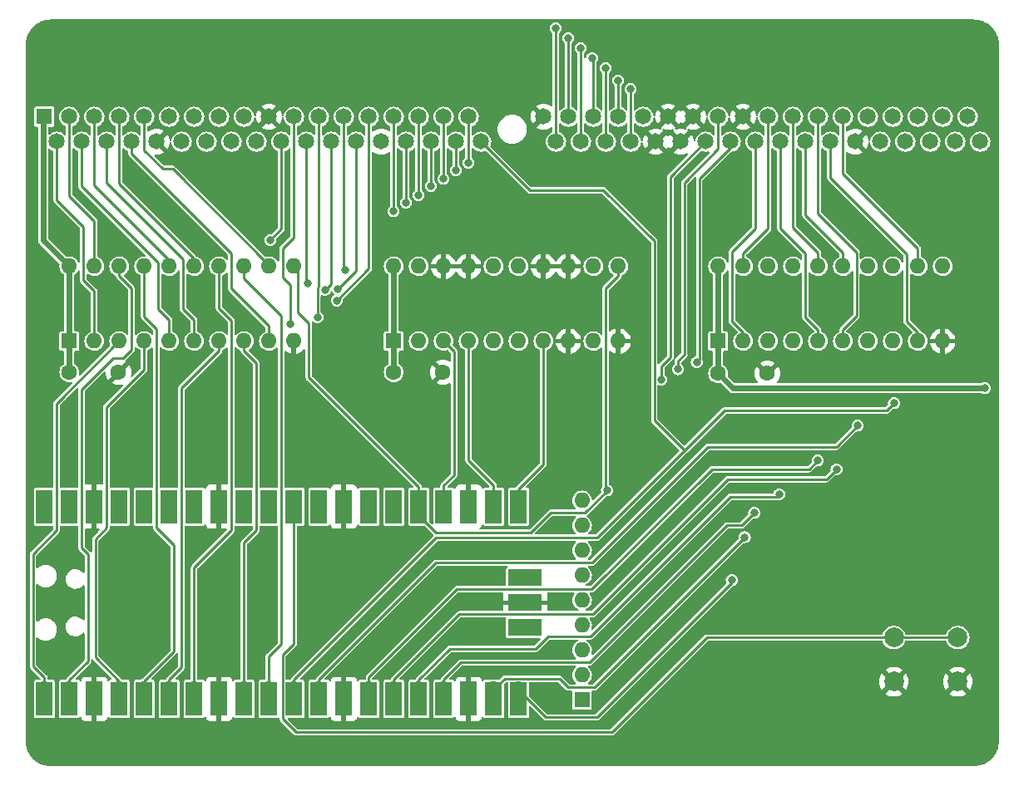
<source format=gtl>
G04 #@! TF.GenerationSoftware,KiCad,Pcbnew,7.0.9*
G04 #@! TF.CreationDate,2024-01-22T22:06:56+01:00*
G04 #@! TF.ProjectId,programmer,70726f67-7261-46d6-9d65-722e6b696361,A0*
G04 #@! TF.SameCoordinates,Original*
G04 #@! TF.FileFunction,Copper,L1,Top*
G04 #@! TF.FilePolarity,Positive*
%FSLAX46Y46*%
G04 Gerber Fmt 4.6, Leading zero omitted, Abs format (unit mm)*
G04 Created by KiCad (PCBNEW 7.0.9) date 2024-01-22 22:06:56*
%MOMM*%
%LPD*%
G01*
G04 APERTURE LIST*
G04 #@! TA.AperFunction,ComponentPad*
%ADD10R,1.600000X1.600000*%
G04 #@! TD*
G04 #@! TA.AperFunction,ComponentPad*
%ADD11O,1.600000X1.600000*%
G04 #@! TD*
G04 #@! TA.AperFunction,ComponentPad*
%ADD12C,1.600000*%
G04 #@! TD*
G04 #@! TA.AperFunction,ComponentPad*
%ADD13C,2.000000*%
G04 #@! TD*
G04 #@! TA.AperFunction,ComponentPad*
%ADD14R,1.650000X1.650000*%
G04 #@! TD*
G04 #@! TA.AperFunction,ComponentPad*
%ADD15C,1.650000*%
G04 #@! TD*
G04 #@! TA.AperFunction,ComponentPad*
%ADD16O,1.700000X1.700000*%
G04 #@! TD*
G04 #@! TA.AperFunction,SMDPad,CuDef*
%ADD17R,1.700000X3.500000*%
G04 #@! TD*
G04 #@! TA.AperFunction,ComponentPad*
%ADD18R,1.700000X1.700000*%
G04 #@! TD*
G04 #@! TA.AperFunction,SMDPad,CuDef*
%ADD19R,3.500000X1.700000*%
G04 #@! TD*
G04 #@! TA.AperFunction,ViaPad*
%ADD20C,0.800000*%
G04 #@! TD*
G04 #@! TA.AperFunction,Conductor*
%ADD21C,0.609600*%
G04 #@! TD*
G04 #@! TA.AperFunction,Conductor*
%ADD22C,0.250000*%
G04 #@! TD*
G04 #@! TA.AperFunction,Conductor*
%ADD23C,0.228600*%
G04 #@! TD*
G04 APERTURE END LIST*
D10*
X160020000Y-116840000D03*
D11*
X160020000Y-114300000D03*
X160020000Y-111760000D03*
X160020000Y-109220000D03*
X160020000Y-106680000D03*
X160020000Y-104140000D03*
X160020000Y-101600000D03*
X160020000Y-99060000D03*
X160020000Y-96520000D03*
D10*
X140861051Y-80282051D03*
D11*
X143401051Y-80282051D03*
X145941051Y-80282051D03*
X148481051Y-80282051D03*
X151021051Y-80282051D03*
X153561051Y-80282051D03*
X156101051Y-80282051D03*
X158641051Y-80282051D03*
X161181051Y-80282051D03*
X163721051Y-80282051D03*
X163721051Y-72662051D03*
X161181051Y-72662051D03*
X158641051Y-72662051D03*
X156101051Y-72662051D03*
X153561051Y-72662051D03*
X151021051Y-72662051D03*
X148481051Y-72662051D03*
X145941051Y-72662051D03*
X143401051Y-72662051D03*
X140861051Y-72662051D03*
D10*
X107841051Y-80282051D03*
D11*
X110381051Y-80282051D03*
X112921051Y-80282051D03*
X115461051Y-80282051D03*
X118001051Y-80282051D03*
X120541051Y-80282051D03*
X123081051Y-80282051D03*
X125621051Y-80282051D03*
X128161051Y-80282051D03*
X130701051Y-80282051D03*
X130701051Y-72662051D03*
X128161051Y-72662051D03*
X125621051Y-72662051D03*
X123081051Y-72662051D03*
X120541051Y-72662051D03*
X118001051Y-72662051D03*
X115461051Y-72662051D03*
X112921051Y-72662051D03*
X110381051Y-72662051D03*
X107841051Y-72662051D03*
D12*
X107841051Y-83457051D03*
X112841051Y-83457051D03*
X140861051Y-83457051D03*
X145861051Y-83457051D03*
D13*
X191770000Y-110490000D03*
X198270000Y-110490000D03*
X191770000Y-114990000D03*
X198270000Y-114990000D03*
D10*
X173881051Y-80282051D03*
D11*
X176421051Y-80282051D03*
X178961051Y-80282051D03*
X181501051Y-80282051D03*
X184041051Y-80282051D03*
X186581051Y-80282051D03*
X189121051Y-80282051D03*
X191661051Y-80282051D03*
X194201051Y-80282051D03*
X196741051Y-80282051D03*
X196741051Y-72662051D03*
X194201051Y-72662051D03*
X191661051Y-72662051D03*
X189121051Y-72662051D03*
X186581051Y-72662051D03*
X184041051Y-72662051D03*
X181501051Y-72662051D03*
X178961051Y-72662051D03*
X176421051Y-72662051D03*
X173881051Y-72662051D03*
D12*
X173881051Y-83584051D03*
X178881051Y-83584051D03*
D14*
X105301051Y-57422051D03*
D15*
X106571051Y-59962051D03*
X107841051Y-57422051D03*
X109111051Y-59962051D03*
X110381051Y-57422051D03*
X111651051Y-59962051D03*
X112921051Y-57422051D03*
X114191051Y-59962051D03*
X115461051Y-57422051D03*
X116731051Y-59962051D03*
X118001051Y-57422051D03*
X119271051Y-59962051D03*
X120541051Y-57422051D03*
X121811051Y-59962051D03*
X123081051Y-57422051D03*
X124351051Y-59962051D03*
X125621051Y-57422051D03*
X126891051Y-59962051D03*
X128161051Y-57422051D03*
X129431051Y-59962051D03*
X130701051Y-57422051D03*
X131971051Y-59962051D03*
X133241051Y-57422051D03*
X134511051Y-59962051D03*
X135781051Y-57422051D03*
X137051051Y-59962051D03*
X138321051Y-57422051D03*
X139591051Y-59962051D03*
X140861051Y-57422051D03*
X142131051Y-59962051D03*
X143401051Y-57422051D03*
X144671051Y-59962051D03*
X145941051Y-57422051D03*
X147211051Y-59962051D03*
X148481051Y-57422051D03*
X149751051Y-59962051D03*
X156101051Y-57422051D03*
X157371051Y-59962051D03*
X158641051Y-57422051D03*
X159911051Y-59962051D03*
X161181051Y-57422051D03*
X162451051Y-59962051D03*
X163721051Y-57422051D03*
X164991051Y-59962051D03*
X166261051Y-57422051D03*
X167531051Y-59962051D03*
X168801051Y-57422051D03*
X170071051Y-59962051D03*
X171341051Y-57422051D03*
X172611051Y-59962051D03*
X173881051Y-57422051D03*
X175151051Y-59962051D03*
X176421051Y-57422051D03*
X177691051Y-59962051D03*
X178961051Y-57422051D03*
X180231051Y-59962051D03*
X181501051Y-57422051D03*
X182771051Y-59962051D03*
X184041051Y-57422051D03*
X185311051Y-59962051D03*
X186581051Y-57422051D03*
X187851051Y-59962051D03*
X189121051Y-57422051D03*
X190391051Y-59962051D03*
X191661051Y-57422051D03*
X192931051Y-59962051D03*
X194201051Y-57422051D03*
X195471051Y-59962051D03*
X196741051Y-57422051D03*
X198011051Y-59962051D03*
X199281051Y-57422051D03*
X200551051Y-59962051D03*
D16*
X105301051Y-115842051D03*
D17*
X105301051Y-116742051D03*
D16*
X107841051Y-115842051D03*
D17*
X107841051Y-116742051D03*
D18*
X110381051Y-115842051D03*
D17*
X110381051Y-116742051D03*
D16*
X112921051Y-115842051D03*
D17*
X112921051Y-116742051D03*
D16*
X115461051Y-115842051D03*
D17*
X115461051Y-116742051D03*
D16*
X118001051Y-115842051D03*
D17*
X118001051Y-116742051D03*
D16*
X120541051Y-115842051D03*
D17*
X120541051Y-116742051D03*
D18*
X123081051Y-115842051D03*
D17*
X123081051Y-116742051D03*
D16*
X125621051Y-115842051D03*
D17*
X125621051Y-116742051D03*
D16*
X128161051Y-115842051D03*
D17*
X128161051Y-116742051D03*
D16*
X130701051Y-115842051D03*
D17*
X130701051Y-116742051D03*
D16*
X133241051Y-115842051D03*
D17*
X133241051Y-116742051D03*
D18*
X135781051Y-115842051D03*
D17*
X135781051Y-116742051D03*
D16*
X138321051Y-115842051D03*
D17*
X138321051Y-116742051D03*
D16*
X140861051Y-115842051D03*
D17*
X140861051Y-116742051D03*
D16*
X143401051Y-115842051D03*
D17*
X143401051Y-116742051D03*
D16*
X145941051Y-115842051D03*
D17*
X145941051Y-116742051D03*
D18*
X148481051Y-115842051D03*
D17*
X148481051Y-116742051D03*
D16*
X151021051Y-115842051D03*
D17*
X151021051Y-116742051D03*
D16*
X153561051Y-115842051D03*
D17*
X153561051Y-116742051D03*
D16*
X153561051Y-98062051D03*
D17*
X153561051Y-97162051D03*
D16*
X151021051Y-98062051D03*
D17*
X151021051Y-97162051D03*
D18*
X148481051Y-98062051D03*
D17*
X148481051Y-97162051D03*
D16*
X145941051Y-98062051D03*
D17*
X145941051Y-97162051D03*
D16*
X143401051Y-98062051D03*
D17*
X143401051Y-97162051D03*
D16*
X140861051Y-98062051D03*
D17*
X140861051Y-97162051D03*
D16*
X138321051Y-98062051D03*
D17*
X138321051Y-97162051D03*
D18*
X135781051Y-98062051D03*
D17*
X135781051Y-97162051D03*
D16*
X133241051Y-98062051D03*
D17*
X133241051Y-97162051D03*
D16*
X130701051Y-98062051D03*
D17*
X130701051Y-97162051D03*
D16*
X128161051Y-98062051D03*
D17*
X128161051Y-97162051D03*
D16*
X125621051Y-98062051D03*
D17*
X125621051Y-97162051D03*
D18*
X123081051Y-98062051D03*
D17*
X123081051Y-97162051D03*
D16*
X120541051Y-98062051D03*
D17*
X120541051Y-97162051D03*
D16*
X118001051Y-98062051D03*
D17*
X118001051Y-97162051D03*
D16*
X115461051Y-98062051D03*
D17*
X115461051Y-97162051D03*
D16*
X112921051Y-98062051D03*
D17*
X112921051Y-97162051D03*
D18*
X110381051Y-98062051D03*
D17*
X110381051Y-97162051D03*
D16*
X107841051Y-98062051D03*
D17*
X107841051Y-97162051D03*
D16*
X105301051Y-98062051D03*
D17*
X105301051Y-97162051D03*
D16*
X153331051Y-109492051D03*
D19*
X154231051Y-109492051D03*
D18*
X153331051Y-106952051D03*
D19*
X154231051Y-106952051D03*
D16*
X153331051Y-104412051D03*
D19*
X154231051Y-104412051D03*
D20*
X201041000Y-85090000D03*
X107188000Y-68961000D03*
X118618000Y-67691000D03*
X177800000Y-89789000D03*
X112014000Y-76073000D03*
X185166000Y-76708000D03*
X107823000Y-91186000D03*
X190119000Y-89027000D03*
X118491000Y-82931000D03*
X158115000Y-99060000D03*
X125476000Y-91440000D03*
X128143000Y-88011000D03*
X175260000Y-104648000D03*
X140843000Y-67056000D03*
X176593500Y-100266500D03*
X142113000Y-66167000D03*
X143383000Y-65405000D03*
X177546000Y-97790000D03*
X180086000Y-95885000D03*
X144653000Y-64478500D03*
X145923000Y-63754000D03*
X185928000Y-93345000D03*
X147193000Y-62865000D03*
X184023000Y-92456000D03*
X188087000Y-88900000D03*
X148463000Y-62103000D03*
X191770000Y-86614000D03*
X157353000Y-48387000D03*
X128288051Y-69995051D03*
X130302000Y-78575500D03*
X158623000Y-49403000D03*
X159893000Y-50419000D03*
X132080000Y-74370000D03*
X133096000Y-77851000D03*
X161036000Y-51435000D03*
X133858000Y-75094500D03*
X162433000Y-52451000D03*
X135890000Y-73025000D03*
X163703000Y-53721000D03*
X164973000Y-54610000D03*
X135191500Y-74993500D03*
X135068799Y-76140799D03*
X168101000Y-84201000D03*
X169799000Y-83147500D03*
X171704000Y-82423000D03*
X162560000Y-95504000D03*
D21*
X175387000Y-85090000D02*
X173881051Y-83584051D01*
X140861051Y-80282051D02*
X140861051Y-83457051D01*
X105156000Y-69977000D02*
X105156000Y-57567102D01*
X107841051Y-80282051D02*
X107841051Y-72662051D01*
X105156000Y-57567102D02*
X105301051Y-57422051D01*
X173881051Y-72662051D02*
X173881051Y-80282051D01*
X173881051Y-80282051D02*
X173881051Y-83584051D01*
X201041000Y-85090000D02*
X175387000Y-85090000D01*
X140861051Y-72662051D02*
X140861051Y-80282051D01*
X107841051Y-72662051D02*
X105156000Y-69977000D01*
X107841051Y-80282051D02*
X107841051Y-83457051D01*
D22*
X109256051Y-74077051D02*
X109256051Y-68616051D01*
X106571051Y-65931051D02*
X106571051Y-59962051D01*
X110381051Y-75202051D02*
X109256051Y-74077051D01*
X109256051Y-68616051D02*
X106571051Y-65931051D01*
X110381051Y-80282051D02*
X110381051Y-75202051D01*
X110381051Y-72662051D02*
X110381051Y-68090051D01*
X107841051Y-65550051D02*
X107841051Y-57422051D01*
X110381051Y-68090051D02*
X107841051Y-65550051D01*
X118001051Y-78123051D02*
X116876051Y-76998051D01*
X116876051Y-72299051D02*
X109093000Y-64516000D01*
X116876051Y-76998051D02*
X116876051Y-72299051D01*
X109093000Y-64516000D02*
X109111051Y-64497949D01*
X109111051Y-64497949D02*
X109111051Y-59962051D01*
X118001051Y-80282051D02*
X118001051Y-78123051D01*
X110381051Y-57422051D02*
X110381051Y-64407051D01*
X118001051Y-72027051D02*
X118001051Y-72662051D01*
X110381051Y-64407051D02*
X118001051Y-72027051D01*
X119416051Y-76998051D02*
X119416051Y-71918051D01*
X120541051Y-80282051D02*
X120541051Y-78123051D01*
X120541051Y-78123051D02*
X119416051Y-76998051D01*
X119416051Y-71918051D02*
X111651051Y-64153051D01*
X111651051Y-64153051D02*
X111651051Y-59962051D01*
X112921051Y-57422051D02*
X112921051Y-64280051D01*
X120541051Y-71900051D02*
X120541051Y-72662051D01*
X112921051Y-64280051D02*
X120541051Y-71900051D01*
X114191051Y-61232051D02*
X124333000Y-71374000D01*
X124333000Y-74930000D02*
X128161051Y-78758051D01*
X124333000Y-71374000D02*
X124333000Y-74930000D01*
X128161051Y-78758051D02*
X128161051Y-80282051D01*
X114191051Y-59962051D02*
X114191051Y-61232051D01*
X115461051Y-60851051D02*
X115461051Y-57422051D01*
X118364000Y-62738000D02*
X117348000Y-62738000D01*
X128161051Y-72535051D02*
X118364000Y-62738000D01*
X128161051Y-72662051D02*
X128161051Y-72535051D01*
X117348000Y-62738000D02*
X115461051Y-60851051D01*
X194201051Y-72662051D02*
X194201051Y-70884051D01*
X194201051Y-70884051D02*
X186581051Y-63264051D01*
X186581051Y-63264051D02*
X186581051Y-57422051D01*
X194201051Y-79393051D02*
X193076051Y-78268051D01*
X185311051Y-63645051D02*
X185311051Y-59962051D01*
X194201051Y-80282051D02*
X194201051Y-79393051D01*
X193076051Y-71410051D02*
X185311051Y-63645051D01*
X193076051Y-78268051D02*
X193076051Y-71410051D01*
X186581051Y-80282051D02*
X186581051Y-79102949D01*
X187960000Y-71247000D02*
X184041051Y-67328051D01*
X187960000Y-77724000D02*
X187960000Y-71247000D01*
X184041051Y-67328051D02*
X184041051Y-57422051D01*
X186581051Y-79102949D02*
X187960000Y-77724000D01*
D23*
X175260000Y-104648000D02*
X175260000Y-104902000D01*
X175260000Y-104902000D02*
X161544000Y-118618000D01*
D22*
X140861051Y-67037949D02*
X140861051Y-57422051D01*
D23*
X156337000Y-118618000D02*
X153561051Y-115842051D01*
X161544000Y-118618000D02*
X156337000Y-118618000D01*
D22*
X140843000Y-67056000D02*
X140861051Y-67037949D01*
D23*
X176593500Y-100266500D02*
X161290000Y-115570000D01*
X152175851Y-114687251D02*
X151021051Y-115842051D01*
X157740251Y-114687251D02*
X152175851Y-114687251D01*
X158623000Y-115570000D02*
X157740251Y-114687251D01*
D22*
X142131051Y-66148949D02*
X142131051Y-59962051D01*
X142113000Y-66167000D02*
X142131051Y-66148949D01*
D23*
X161290000Y-115570000D02*
X158623000Y-115570000D01*
X147701000Y-113030000D02*
X145941051Y-114789949D01*
X177546000Y-97790000D02*
X176276000Y-99060000D01*
X174752000Y-99060000D02*
X160782000Y-113030000D01*
D22*
X143383000Y-65405000D02*
X143401051Y-65386949D01*
D23*
X145941051Y-114789949D02*
X145941051Y-115842051D01*
D22*
X143401051Y-65386949D02*
X143401051Y-57422051D01*
D23*
X160782000Y-113030000D02*
X147701000Y-113030000D01*
X176276000Y-99060000D02*
X174752000Y-99060000D01*
D22*
X144671051Y-64460449D02*
X144671051Y-59962051D01*
D23*
X155299702Y-111633000D02*
X146558000Y-111633000D01*
X160909000Y-110363000D02*
X156569702Y-110363000D01*
X156569702Y-110363000D02*
X155299702Y-111633000D01*
X175133000Y-96139000D02*
X160909000Y-110363000D01*
X180086000Y-95885000D02*
X179832000Y-96139000D01*
X179832000Y-96139000D02*
X175133000Y-96139000D01*
X146558000Y-111633000D02*
X143401051Y-114789949D01*
X143401051Y-114789949D02*
X143401051Y-115842051D01*
D22*
X144653000Y-64478500D02*
X144671051Y-64460449D01*
D23*
X174879000Y-94361000D02*
X161124800Y-108115200D01*
X184912000Y-94361000D02*
X174879000Y-94361000D01*
X147535800Y-108115200D02*
X140861051Y-114789949D01*
D22*
X145923000Y-63754000D02*
X145941051Y-63735949D01*
D23*
X161124800Y-108115200D02*
X147535800Y-108115200D01*
X185928000Y-93345000D02*
X184912000Y-94361000D01*
D22*
X145941051Y-63735949D02*
X145941051Y-57422051D01*
D23*
X140861051Y-114789949D02*
X140861051Y-115842051D01*
X184023000Y-92456000D02*
X183134000Y-93345000D01*
X138321051Y-114535949D02*
X138321051Y-115842051D01*
X147290149Y-105566851D02*
X138321051Y-114535949D01*
D22*
X147211051Y-62846949D02*
X147211051Y-59962051D01*
D23*
X161006149Y-105566851D02*
X147290149Y-105566851D01*
X173228000Y-93345000D02*
X161006149Y-105566851D01*
X183134000Y-93345000D02*
X173228000Y-93345000D01*
D22*
X147193000Y-62865000D02*
X147211051Y-62846949D01*
X148463000Y-62103000D02*
X148481051Y-62084949D01*
D23*
X145161000Y-102870000D02*
X133241051Y-114789949D01*
X161036000Y-102870000D02*
X145161000Y-102870000D01*
D22*
X148481051Y-62084949D02*
X148481051Y-57422051D01*
D23*
X172847000Y-91059000D02*
X161036000Y-102870000D01*
X133241051Y-114789949D02*
X133241051Y-115842051D01*
X188087000Y-88900000D02*
X185928000Y-91059000D01*
X185928000Y-91059000D02*
X172847000Y-91059000D01*
D22*
X149751051Y-59962051D02*
X154686000Y-64897000D01*
X145161000Y-100330000D02*
X130701051Y-114789949D01*
X167386000Y-70104000D02*
X167386000Y-88392000D01*
X174498000Y-87376000D02*
X170434000Y-91440000D01*
X154686000Y-64897000D02*
X162179000Y-64897000D01*
X130701051Y-114789949D02*
X130701051Y-115842051D01*
X191770000Y-86614000D02*
X191008000Y-87376000D01*
X167386000Y-88392000D02*
X170434000Y-91440000D01*
X161544000Y-100330000D02*
X145161000Y-100330000D01*
X162179000Y-64897000D02*
X167386000Y-70104000D01*
X170434000Y-91440000D02*
X161544000Y-100330000D01*
X191008000Y-87376000D02*
X174498000Y-87376000D01*
X157353000Y-48387000D02*
X157371051Y-48405051D01*
X128161051Y-112376949D02*
X129413000Y-111125000D01*
X125621051Y-73932051D02*
X125621051Y-72662051D01*
X129413000Y-77724000D02*
X125621051Y-73932051D01*
X129413000Y-111125000D02*
X129413000Y-77724000D01*
X157371051Y-48405051D02*
X157371051Y-59962051D01*
X129431051Y-68852051D02*
X129431051Y-59962051D01*
X128161051Y-115842051D02*
X128161051Y-112376949D01*
X128288051Y-69995051D02*
X129431051Y-68852051D01*
X130701051Y-57422051D02*
X130701051Y-69704949D01*
X158641051Y-49421051D02*
X158641051Y-57422051D01*
X158623000Y-49403000D02*
X158641051Y-49421051D01*
X126873000Y-82550000D02*
X125621051Y-81298051D01*
X125621051Y-115842051D02*
X125621051Y-100819949D01*
X129540000Y-73787000D02*
X130302000Y-74549000D01*
X125621051Y-81298051D02*
X125621051Y-80282051D01*
X129540000Y-70866000D02*
X129540000Y-73787000D01*
X130701051Y-69704949D02*
X129540000Y-70866000D01*
X125621051Y-100819949D02*
X126873000Y-99568000D01*
X130302000Y-74549000D02*
X130302000Y-78575500D01*
X126873000Y-99568000D02*
X126873000Y-82550000D01*
X159893000Y-50419000D02*
X159911051Y-50437051D01*
X120541051Y-115842051D02*
X120541051Y-103359949D01*
X131971051Y-74261051D02*
X131971051Y-59962051D01*
X123081051Y-76980051D02*
X123081051Y-72662051D01*
X124333000Y-99568000D02*
X124333000Y-78232000D01*
X159911051Y-50437051D02*
X159911051Y-59962051D01*
X120541051Y-103359949D02*
X124333000Y-99568000D01*
X132080000Y-74370000D02*
X131971051Y-74261051D01*
X124333000Y-78232000D02*
X123081051Y-76980051D01*
X123081051Y-81261949D02*
X123081051Y-80282051D01*
X133223000Y-74704195D02*
X133223000Y-57440102D01*
X133223000Y-57440102D02*
X133241051Y-57422051D01*
X118001051Y-114789949D02*
X119253000Y-113538000D01*
X119253000Y-113538000D02*
X119253000Y-85090000D01*
X133096000Y-77851000D02*
X133096000Y-74831195D01*
X161181051Y-51580051D02*
X161181051Y-57422051D01*
X161036000Y-51435000D02*
X161181051Y-51580051D01*
X119253000Y-85090000D02*
X123081051Y-81261949D01*
X118001051Y-115842051D02*
X118001051Y-114789949D01*
X133096000Y-74831195D02*
X133223000Y-74704195D01*
X162433000Y-52451000D02*
X162451051Y-52469051D01*
X162451051Y-52469051D02*
X162451051Y-59962051D01*
X133858000Y-75094500D02*
X134493000Y-74459500D01*
X134493000Y-74459500D02*
X134493000Y-71628000D01*
X115461051Y-115842051D02*
X115461051Y-114916949D01*
X134493000Y-71628000D02*
X134511051Y-71609949D01*
X115461051Y-114916949D02*
X118491000Y-111887000D01*
X134511051Y-71609949D02*
X134511051Y-59962051D01*
X115461051Y-77806249D02*
X115461051Y-72662051D01*
X116713000Y-99314000D02*
X116713000Y-79058198D01*
X118491000Y-111887000D02*
X118491000Y-101092000D01*
X116713000Y-79058198D02*
X115461051Y-77806249D01*
X118491000Y-101092000D02*
X116713000Y-99314000D01*
X163721051Y-53739051D02*
X163721051Y-57422051D01*
X163703000Y-53721000D02*
X163721051Y-53739051D01*
X135890000Y-73025000D02*
X135781051Y-72916051D01*
X112921051Y-114953051D02*
X110490000Y-112522000D01*
X111633000Y-86995000D02*
X115461051Y-83166949D01*
X111633000Y-99314000D02*
X111633000Y-86995000D01*
X135781051Y-72916051D02*
X135781051Y-57422051D01*
X110490000Y-100457000D02*
X111633000Y-99314000D01*
X110490000Y-112522000D02*
X110490000Y-100457000D01*
X112921051Y-115842051D02*
X112921051Y-114953051D01*
X115461051Y-83166949D02*
X115461051Y-80282051D01*
X135191500Y-74993500D02*
X137051051Y-73133949D01*
X164973000Y-54610000D02*
X164991051Y-54628051D01*
X113284000Y-82042000D02*
X114173000Y-81153000D01*
X114173000Y-81153000D02*
X114173000Y-74930000D01*
X109728000Y-112903000D02*
X109728000Y-101981000D01*
X164991051Y-54628051D02*
X164991051Y-59962051D01*
X109728000Y-101981000D02*
X109093000Y-101346000D01*
X109093000Y-101346000D02*
X109093000Y-85217000D01*
X107841051Y-115842051D02*
X107841051Y-114789949D01*
X114173000Y-74930000D02*
X112921051Y-73678051D01*
X112268000Y-82042000D02*
X113284000Y-82042000D01*
X109093000Y-85217000D02*
X112268000Y-82042000D01*
X107841051Y-114789949D02*
X109728000Y-112903000D01*
X137051051Y-73133949D02*
X137051051Y-59962051D01*
X112921051Y-73678051D02*
X112921051Y-72662051D01*
X106553000Y-86650102D02*
X112921051Y-80282051D01*
X105301051Y-115842051D02*
X105301051Y-114572051D01*
X104140000Y-101981000D02*
X106553000Y-99568000D01*
X135068799Y-76140799D02*
X138321051Y-72888547D01*
X105301051Y-114572051D02*
X104140000Y-113411000D01*
X138321051Y-72888547D02*
X138321051Y-57422051D01*
X104140000Y-113411000D02*
X104140000Y-101981000D01*
X106553000Y-99568000D02*
X106553000Y-86650102D01*
X168101000Y-84201000D02*
X168101000Y-82851000D01*
X169037000Y-81915000D02*
X169037000Y-63536102D01*
X168101000Y-82851000D02*
X169037000Y-81915000D01*
X169037000Y-63536102D02*
X172611051Y-59962051D01*
X170434000Y-81661000D02*
X170434000Y-64135000D01*
X173881051Y-60687949D02*
X173881051Y-57422051D01*
X169799000Y-82296000D02*
X170434000Y-81661000D01*
X169799000Y-83147500D02*
X169799000Y-82296000D01*
X170434000Y-64135000D02*
X173881051Y-60687949D01*
X171958000Y-82169000D02*
X171704000Y-82423000D01*
X171958000Y-63754000D02*
X171958000Y-82169000D01*
X175151051Y-60560949D02*
X171958000Y-63754000D01*
X175151051Y-59962051D02*
X175151051Y-60560949D01*
X175296051Y-71210949D02*
X177691051Y-68815949D01*
X177691051Y-68815949D02*
X177691051Y-59962051D01*
X175296051Y-78268051D02*
X175296051Y-71210949D01*
X176421051Y-79393051D02*
X175296051Y-78268051D01*
X176421051Y-80282051D02*
X176421051Y-79393051D01*
X178961051Y-68815949D02*
X178961051Y-57422051D01*
X176421051Y-72662051D02*
X176421051Y-71355949D01*
X176421051Y-71355949D02*
X178961051Y-68815949D01*
X180231051Y-68852051D02*
X180231051Y-59962051D01*
X182753000Y-71374000D02*
X180231051Y-68852051D01*
X184041051Y-79139051D02*
X182753000Y-77851000D01*
X182753000Y-77851000D02*
X182753000Y-71374000D01*
X184041051Y-80282051D02*
X184041051Y-79139051D01*
X181501051Y-68725051D02*
X184041051Y-71265051D01*
X181501051Y-57422051D02*
X181501051Y-68725051D01*
X184041051Y-71265051D02*
X184041051Y-72662051D01*
X182771051Y-67455051D02*
X182771051Y-59962051D01*
X186581051Y-72662051D02*
X186581051Y-71265051D01*
X186581051Y-71265051D02*
X182771051Y-67455051D01*
D23*
X129546251Y-118796851D02*
X130891400Y-120142000D01*
X163068000Y-120142000D02*
X172720000Y-110490000D01*
X130701051Y-111106949D02*
X129546251Y-112261749D01*
X129546251Y-112261749D02*
X129546251Y-118796851D01*
X130701051Y-98062051D02*
X130701051Y-111106949D01*
X130891400Y-120142000D02*
X163068000Y-120142000D01*
X198270000Y-110490000D02*
X191770000Y-110490000D01*
X172720000Y-110490000D02*
X191770000Y-110490000D01*
D22*
X132207000Y-78486000D02*
X131064000Y-77343000D01*
X163721051Y-73641949D02*
X163721051Y-72662051D01*
X156845000Y-97790000D02*
X154813000Y-99822000D01*
X131064000Y-77343000D02*
X131064000Y-73025000D01*
X132207000Y-83947000D02*
X132207000Y-78486000D01*
X131064000Y-73025000D02*
X130701051Y-72662051D01*
X162560000Y-95504000D02*
X162560000Y-95570991D01*
X162560000Y-95570991D02*
X160340991Y-97790000D01*
X160340991Y-97790000D02*
X156845000Y-97790000D01*
X143401051Y-95141051D02*
X132207000Y-83947000D01*
X145161000Y-99822000D02*
X143401051Y-98062051D01*
X162560000Y-95504000D02*
X162433000Y-95377000D01*
X162433000Y-74930000D02*
X163721051Y-73641949D01*
X154813000Y-99822000D02*
X145161000Y-99822000D01*
X162433000Y-95377000D02*
X162433000Y-74930000D01*
X143401051Y-98062051D02*
X143401051Y-95141051D01*
X153561051Y-98062051D02*
X153561051Y-95358949D01*
X153561051Y-95358949D02*
X156101051Y-92818949D01*
X156101051Y-92818949D02*
X156101051Y-80282051D01*
X148481051Y-80282051D02*
X148481051Y-92474051D01*
X148481051Y-92474051D02*
X151021051Y-95014051D01*
X151021051Y-95014051D02*
X151021051Y-98062051D01*
X146986051Y-81327051D02*
X145941051Y-80282051D01*
X146986051Y-93969051D02*
X146986051Y-81327051D01*
X145941051Y-98062051D02*
X145941051Y-95014051D01*
X145941051Y-95014051D02*
X146986051Y-93969051D01*
G04 #@! TA.AperFunction,Conductor*
G36*
X110226967Y-112731610D02*
G01*
X110227575Y-112730887D01*
X110235274Y-112737347D01*
X110266041Y-112763164D01*
X110269273Y-112766125D01*
X112119764Y-114616616D01*
X112147990Y-114672014D01*
X112138264Y-114733422D01*
X112094300Y-114777386D01*
X112055785Y-114786632D01*
X112055907Y-114787866D01*
X112050991Y-114788350D01*
X111991571Y-114800169D01*
X111924190Y-114845192D01*
X111895888Y-114887549D01*
X111847061Y-114926040D01*
X111784935Y-114928480D01*
X111733239Y-114893937D01*
X111717985Y-114866812D01*
X111674403Y-114749961D01*
X111588239Y-114634862D01*
X111473138Y-114548696D01*
X111473136Y-114548695D01*
X111338431Y-114498454D01*
X111338426Y-114498453D01*
X111278879Y-114492051D01*
X110631051Y-114492051D01*
X110631051Y-115395556D01*
X110526212Y-115347678D01*
X110417524Y-115332051D01*
X110344578Y-115332051D01*
X110235890Y-115347678D01*
X110131051Y-115395556D01*
X110131051Y-114492051D01*
X109483223Y-114492051D01*
X109423675Y-114498453D01*
X109423670Y-114498454D01*
X109288965Y-114548695D01*
X109288963Y-114548696D01*
X109173862Y-114634862D01*
X109087696Y-114749963D01*
X109044115Y-114866813D01*
X109005450Y-114915502D01*
X108945550Y-114932165D01*
X108887296Y-114910437D01*
X108866212Y-114887548D01*
X108837911Y-114845191D01*
X108792889Y-114815108D01*
X108770530Y-114800169D01*
X108722933Y-114790701D01*
X108711115Y-114788351D01*
X108711114Y-114788351D01*
X108550371Y-114788351D01*
X108491240Y-114769138D01*
X108454695Y-114718838D01*
X108454695Y-114656664D01*
X108479236Y-114616616D01*
X108822224Y-114273628D01*
X109948737Y-113147113D01*
X109951958Y-113144162D01*
X109983683Y-113117544D01*
X110004405Y-113081651D01*
X110006730Y-113078001D01*
X110030499Y-113044058D01*
X110030871Y-113042669D01*
X110040925Y-113018396D01*
X110041642Y-113017156D01*
X110048836Y-112976351D01*
X110049779Y-112972100D01*
X110060501Y-112932090D01*
X110056890Y-112890821D01*
X110056700Y-112886449D01*
X110056700Y-112801264D01*
X110075913Y-112742133D01*
X110126213Y-112705588D01*
X110188387Y-112705588D01*
X110226967Y-112731610D01*
G37*
G04 #@! TD.AperFunction*
G04 #@! TA.AperFunction,Conductor*
G36*
X125571746Y-99115993D02*
G01*
X125579948Y-99116800D01*
X125621051Y-99120849D01*
X125662153Y-99116800D01*
X125670356Y-99115993D01*
X125675289Y-99115751D01*
X126443700Y-99115751D01*
X126502831Y-99134964D01*
X126539376Y-99185264D01*
X126544300Y-99216351D01*
X126544300Y-99390177D01*
X126525087Y-99449308D01*
X126514835Y-99461312D01*
X125400321Y-100575825D01*
X125397085Y-100578790D01*
X125365368Y-100605405D01*
X125365367Y-100605405D01*
X125344663Y-100641264D01*
X125342306Y-100644964D01*
X125318554Y-100678886D01*
X125318550Y-100678893D01*
X125318178Y-100680285D01*
X125308132Y-100704539D01*
X125307409Y-100705790D01*
X125307408Y-100705792D01*
X125300218Y-100746567D01*
X125299269Y-100750849D01*
X125288550Y-100790858D01*
X125288550Y-100790859D01*
X125292159Y-100832112D01*
X125292351Y-100836498D01*
X125292351Y-114687751D01*
X125273138Y-114746882D01*
X125222838Y-114783427D01*
X125191751Y-114788351D01*
X124750987Y-114788351D01*
X124741129Y-114790311D01*
X124691571Y-114800169D01*
X124624190Y-114845192D01*
X124595888Y-114887549D01*
X124547061Y-114926040D01*
X124484935Y-114928480D01*
X124433239Y-114893937D01*
X124417985Y-114866812D01*
X124374403Y-114749961D01*
X124288239Y-114634862D01*
X124173138Y-114548696D01*
X124173136Y-114548695D01*
X124038431Y-114498454D01*
X124038426Y-114498453D01*
X123978879Y-114492051D01*
X123331051Y-114492051D01*
X123331051Y-115395556D01*
X123226212Y-115347678D01*
X123117524Y-115332051D01*
X123044578Y-115332051D01*
X122935890Y-115347678D01*
X122831051Y-115395556D01*
X122831051Y-114492051D01*
X122183223Y-114492051D01*
X122123675Y-114498453D01*
X122123670Y-114498454D01*
X121988965Y-114548695D01*
X121988963Y-114548696D01*
X121873862Y-114634862D01*
X121787696Y-114749963D01*
X121744115Y-114866813D01*
X121705450Y-114915502D01*
X121645550Y-114932165D01*
X121587296Y-114910437D01*
X121566212Y-114887548D01*
X121537911Y-114845191D01*
X121492889Y-114815108D01*
X121470530Y-114800169D01*
X121422933Y-114790701D01*
X121411115Y-114788351D01*
X121411114Y-114788351D01*
X120970351Y-114788351D01*
X120911220Y-114769138D01*
X120874675Y-114718838D01*
X120869751Y-114687751D01*
X120869751Y-103537770D01*
X120888964Y-103478639D01*
X120899210Y-103466641D01*
X124553737Y-99812113D01*
X124556958Y-99809162D01*
X124588683Y-99782544D01*
X124609405Y-99746651D01*
X124611730Y-99743001D01*
X124635499Y-99709058D01*
X124635869Y-99707674D01*
X124645924Y-99683398D01*
X124646642Y-99682156D01*
X124653836Y-99641351D01*
X124654777Y-99637106D01*
X124665501Y-99597089D01*
X124661890Y-99555820D01*
X124661700Y-99551448D01*
X124661700Y-99216351D01*
X124680913Y-99157220D01*
X124731213Y-99120675D01*
X124762300Y-99115751D01*
X125566813Y-99115751D01*
X125571746Y-99115993D01*
G37*
G04 #@! TD.AperFunction*
G04 #@! TA.AperFunction,Conductor*
G36*
X152401704Y-103207213D02*
G01*
X152438249Y-103257513D01*
X152438249Y-103319687D01*
X152401704Y-103369987D01*
X152398464Y-103372246D01*
X152334191Y-103415191D01*
X152289169Y-103482571D01*
X152277351Y-103541987D01*
X152277351Y-104357813D01*
X152277109Y-104362746D01*
X152272253Y-104412050D01*
X152277109Y-104461353D01*
X152277351Y-104466287D01*
X152277351Y-105148251D01*
X152258138Y-105207382D01*
X152207838Y-105243927D01*
X152176751Y-105248851D01*
X147306229Y-105248851D01*
X147301858Y-105248660D01*
X147262006Y-105245174D01*
X147223384Y-105255522D01*
X147219100Y-105256472D01*
X147185608Y-105262378D01*
X147179709Y-105263419D01*
X147179707Y-105263419D01*
X147179701Y-105263422D01*
X147178860Y-105263908D01*
X147154623Y-105273946D01*
X147153688Y-105274196D01*
X147153685Y-105274198D01*
X147153683Y-105274198D01*
X147153683Y-105274199D01*
X147146007Y-105279572D01*
X147120923Y-105297135D01*
X147117225Y-105299491D01*
X147082591Y-105319489D01*
X147082587Y-105319492D01*
X147056879Y-105350128D01*
X147053914Y-105353364D01*
X138107564Y-114299714D01*
X138104328Y-114302679D01*
X138073692Y-114328387D01*
X138073689Y-114328391D01*
X138053691Y-114363025D01*
X138051335Y-114366723D01*
X138044230Y-114376872D01*
X138030089Y-114397070D01*
X138028398Y-114399485D01*
X138028396Y-114399488D01*
X138028146Y-114400423D01*
X138018108Y-114424660D01*
X138017622Y-114425501D01*
X138017619Y-114425510D01*
X138010672Y-114464900D01*
X138009722Y-114469184D01*
X138003595Y-114492051D01*
X137999374Y-114507806D01*
X138002860Y-114547658D01*
X138003051Y-114552029D01*
X138003051Y-114687751D01*
X137983838Y-114746882D01*
X137933538Y-114783427D01*
X137902451Y-114788351D01*
X137450987Y-114788351D01*
X137441129Y-114790311D01*
X137391571Y-114800169D01*
X137324190Y-114845192D01*
X137295888Y-114887549D01*
X137247061Y-114926040D01*
X137184935Y-114928480D01*
X137133239Y-114893937D01*
X137117985Y-114866812D01*
X137074403Y-114749961D01*
X136988239Y-114634862D01*
X136873138Y-114548696D01*
X136873136Y-114548695D01*
X136738431Y-114498454D01*
X136738426Y-114498453D01*
X136678879Y-114492051D01*
X136031051Y-114492051D01*
X136031051Y-115395556D01*
X135926212Y-115347678D01*
X135817524Y-115332051D01*
X135744578Y-115332051D01*
X135635890Y-115347678D01*
X135531051Y-115395556D01*
X135531051Y-114492051D01*
X134883223Y-114492051D01*
X134823675Y-114498453D01*
X134823670Y-114498454D01*
X134688965Y-114548695D01*
X134688963Y-114548696D01*
X134573862Y-114634862D01*
X134487696Y-114749963D01*
X134444115Y-114866813D01*
X134405450Y-114915502D01*
X134345550Y-114932165D01*
X134287296Y-114910437D01*
X134266212Y-114887548D01*
X134237911Y-114845191D01*
X134192889Y-114815108D01*
X134170530Y-114800169D01*
X134122933Y-114790701D01*
X134111115Y-114788351D01*
X134111114Y-114788351D01*
X133935239Y-114788351D01*
X133876108Y-114769138D01*
X133839563Y-114718838D01*
X133839563Y-114656664D01*
X133864104Y-114616616D01*
X145263255Y-103217465D01*
X145318653Y-103189239D01*
X145334390Y-103188000D01*
X152342573Y-103188000D01*
X152401704Y-103207213D01*
G37*
G04 #@! TD.AperFunction*
G04 #@! TA.AperFunction,Conductor*
G36*
X159375847Y-113367213D02*
G01*
X159412392Y-113417513D01*
X159412392Y-113479687D01*
X159380536Y-113526365D01*
X159306842Y-113586843D01*
X159181416Y-113739675D01*
X159181411Y-113739682D01*
X159088216Y-113914038D01*
X159088214Y-113914044D01*
X159030823Y-114103236D01*
X159011444Y-114300000D01*
X159030823Y-114496763D01*
X159088214Y-114685955D01*
X159088216Y-114685961D01*
X159181411Y-114860317D01*
X159181416Y-114860324D01*
X159301371Y-115006490D01*
X159306843Y-115013157D01*
X159324790Y-115027886D01*
X159380536Y-115073635D01*
X159414056Y-115125999D01*
X159410396Y-115188066D01*
X159370953Y-115236127D01*
X159316716Y-115252000D01*
X158796390Y-115252000D01*
X158737259Y-115232787D01*
X158725255Y-115222535D01*
X157976485Y-114473765D01*
X157973519Y-114470528D01*
X157947812Y-114439891D01*
X157932400Y-114430993D01*
X157913168Y-114419889D01*
X157909483Y-114417541D01*
X157899604Y-114410624D01*
X157876717Y-114394599D01*
X157876716Y-114394598D01*
X157876715Y-114394598D01*
X157875777Y-114394347D01*
X157851528Y-114384302D01*
X157850691Y-114383819D01*
X157811300Y-114376872D01*
X157807016Y-114375922D01*
X157768395Y-114365574D01*
X157768394Y-114365574D01*
X157728541Y-114369060D01*
X157724171Y-114369251D01*
X152191934Y-114369251D01*
X152187565Y-114369060D01*
X152147708Y-114365574D01*
X152109085Y-114375922D01*
X152104801Y-114376872D01*
X152070542Y-114382914D01*
X152065411Y-114383819D01*
X152065409Y-114383819D01*
X152065403Y-114383822D01*
X152064562Y-114384308D01*
X152040325Y-114394346D01*
X152039390Y-114394596D01*
X152039387Y-114394598D01*
X152039385Y-114394598D01*
X152039385Y-114394599D01*
X152032407Y-114399485D01*
X152006625Y-114417535D01*
X152002927Y-114419891D01*
X151968293Y-114439889D01*
X151968289Y-114439892D01*
X151942581Y-114470528D01*
X151939617Y-114473763D01*
X151654496Y-114758886D01*
X151599099Y-114787112D01*
X151583361Y-114788351D01*
X151075289Y-114788351D01*
X151070356Y-114788109D01*
X151021051Y-114783253D01*
X150971746Y-114788109D01*
X150966813Y-114788351D01*
X150150987Y-114788351D01*
X150141129Y-114790311D01*
X150091571Y-114800169D01*
X150024190Y-114845192D01*
X149995888Y-114887549D01*
X149947061Y-114926040D01*
X149884935Y-114928480D01*
X149833239Y-114893937D01*
X149817985Y-114866812D01*
X149774403Y-114749961D01*
X149688239Y-114634862D01*
X149573138Y-114548696D01*
X149573136Y-114548695D01*
X149438431Y-114498454D01*
X149438426Y-114498453D01*
X149378879Y-114492051D01*
X148731051Y-114492051D01*
X148731051Y-115395556D01*
X148626212Y-115347678D01*
X148517524Y-115332051D01*
X148444578Y-115332051D01*
X148335890Y-115347678D01*
X148231051Y-115395556D01*
X148231051Y-114492051D01*
X147583223Y-114492051D01*
X147523675Y-114498453D01*
X147523670Y-114498454D01*
X147388965Y-114548695D01*
X147388963Y-114548696D01*
X147273862Y-114634862D01*
X147187696Y-114749963D01*
X147144115Y-114866813D01*
X147105450Y-114915502D01*
X147045550Y-114932165D01*
X146987296Y-114910437D01*
X146966212Y-114887548D01*
X146937911Y-114845191D01*
X146892889Y-114815108D01*
X146870530Y-114800169D01*
X146822933Y-114790701D01*
X146811115Y-114788351D01*
X146811114Y-114788351D01*
X146635239Y-114788351D01*
X146576108Y-114769138D01*
X146539563Y-114718838D01*
X146539563Y-114656664D01*
X146564104Y-114616616D01*
X147803255Y-113377465D01*
X147858653Y-113349239D01*
X147874390Y-113348000D01*
X159316716Y-113348000D01*
X159375847Y-113367213D01*
G37*
G04 #@! TD.AperFunction*
G04 #@! TA.AperFunction,Conductor*
G36*
X130951051Y-81560922D02*
G01*
X131147379Y-81508316D01*
X131353528Y-81412187D01*
X131353536Y-81412182D01*
X131539869Y-81281710D01*
X131703819Y-81117761D01*
X131704564Y-81118506D01*
X131753356Y-81088013D01*
X131815379Y-81092346D01*
X131863010Y-81132307D01*
X131878300Y-81185623D01*
X131878300Y-83930448D01*
X131878109Y-83934820D01*
X131875100Y-83969216D01*
X131874499Y-83976090D01*
X131885216Y-84016087D01*
X131886166Y-84020373D01*
X131893358Y-84061157D01*
X131894078Y-84062404D01*
X131904127Y-84086663D01*
X131904499Y-84088053D01*
X131904500Y-84088054D01*
X131904501Y-84088058D01*
X131919534Y-84109528D01*
X131928250Y-84121976D01*
X131930608Y-84125677D01*
X131941400Y-84144368D01*
X131951317Y-84161544D01*
X131983041Y-84188164D01*
X131986273Y-84191125D01*
X142831764Y-95036616D01*
X142859990Y-95092014D01*
X142850264Y-95153422D01*
X142806300Y-95197386D01*
X142760629Y-95208351D01*
X142530987Y-95208351D01*
X142521129Y-95210311D01*
X142471571Y-95220169D01*
X142404191Y-95265191D01*
X142359169Y-95332571D01*
X142347351Y-95391987D01*
X142347351Y-98007813D01*
X142347109Y-98012746D01*
X142342253Y-98062050D01*
X142347109Y-98111353D01*
X142347351Y-98116287D01*
X142347351Y-98932115D01*
X142349701Y-98943933D01*
X142359169Y-98991530D01*
X142371619Y-99010163D01*
X142404191Y-99058911D01*
X142471571Y-99103932D01*
X142530987Y-99115751D01*
X143346813Y-99115751D01*
X143351746Y-99115993D01*
X143359948Y-99116800D01*
X143401051Y-99120849D01*
X143442153Y-99116800D01*
X143450356Y-99115993D01*
X143455289Y-99115751D01*
X143948229Y-99115751D01*
X144007360Y-99134964D01*
X144019364Y-99145216D01*
X144879012Y-100004864D01*
X144907238Y-100060262D01*
X144897512Y-100121670D01*
X144879012Y-100147134D01*
X130480321Y-114545825D01*
X130477085Y-114548790D01*
X130445368Y-114575405D01*
X130445367Y-114575405D01*
X130424663Y-114611264D01*
X130422306Y-114614964D01*
X130398554Y-114648886D01*
X130398550Y-114648893D01*
X130398178Y-114650285D01*
X130388132Y-114674539D01*
X130387409Y-114675790D01*
X130387408Y-114675793D01*
X130382219Y-114705222D01*
X130353029Y-114760118D01*
X130297147Y-114787372D01*
X130283148Y-114788351D01*
X129964851Y-114788351D01*
X129905720Y-114769138D01*
X129869175Y-114718838D01*
X129864251Y-114687751D01*
X129864251Y-112435138D01*
X129883464Y-112376007D01*
X129893710Y-112364009D01*
X130914551Y-111343167D01*
X130917771Y-111340217D01*
X130948411Y-111314509D01*
X130968414Y-111279861D01*
X130970763Y-111276176D01*
X130978817Y-111264674D01*
X130993703Y-111243415D01*
X130993952Y-111242482D01*
X131004002Y-111218220D01*
X131004483Y-111217389D01*
X131011430Y-111177985D01*
X131012369Y-111173745D01*
X131022728Y-111135092D01*
X131019241Y-111095234D01*
X131019051Y-111090865D01*
X131019051Y-99216351D01*
X131038264Y-99157220D01*
X131088564Y-99120675D01*
X131119651Y-99115751D01*
X131571114Y-99115751D01*
X131571115Y-99115751D01*
X131630531Y-99103932D01*
X131697911Y-99058911D01*
X131742932Y-98991531D01*
X131754751Y-98932115D01*
X131754751Y-98116287D01*
X131754993Y-98111353D01*
X131755752Y-98103642D01*
X131759849Y-98062051D01*
X131759849Y-98062050D01*
X132182253Y-98062050D01*
X132187109Y-98111353D01*
X132187351Y-98116287D01*
X132187351Y-98932115D01*
X132189701Y-98943933D01*
X132199169Y-98991530D01*
X132211619Y-99010163D01*
X132244191Y-99058911D01*
X132311571Y-99103932D01*
X132370987Y-99115751D01*
X133186813Y-99115751D01*
X133191746Y-99115993D01*
X133199948Y-99116800D01*
X133241051Y-99120849D01*
X133282153Y-99116800D01*
X133290356Y-99115993D01*
X133295289Y-99115751D01*
X134111114Y-99115751D01*
X134111115Y-99115751D01*
X134170531Y-99103932D01*
X134237911Y-99058911D01*
X134266213Y-99016553D01*
X134315038Y-98978062D01*
X134377164Y-98975621D01*
X134428860Y-99010163D01*
X134444115Y-99037289D01*
X134487695Y-99154136D01*
X134487696Y-99154138D01*
X134573862Y-99269239D01*
X134688963Y-99355405D01*
X134688965Y-99355406D01*
X134823670Y-99405647D01*
X134823675Y-99405648D01*
X134883223Y-99412051D01*
X135531051Y-99412051D01*
X135531051Y-98508545D01*
X135635890Y-98556424D01*
X135744578Y-98572051D01*
X135817524Y-98572051D01*
X135926212Y-98556424D01*
X136031051Y-98508545D01*
X136031051Y-99412051D01*
X136678879Y-99412051D01*
X136738426Y-99405648D01*
X136738431Y-99405647D01*
X136873136Y-99355406D01*
X136873138Y-99355405D01*
X136988239Y-99269239D01*
X137074403Y-99154140D01*
X137117985Y-99037289D01*
X137156650Y-98988600D01*
X137216550Y-98971936D01*
X137274804Y-98993663D01*
X137295888Y-99016553D01*
X137324038Y-99058682D01*
X137324191Y-99058911D01*
X137391571Y-99103932D01*
X137450987Y-99115751D01*
X138266813Y-99115751D01*
X138271746Y-99115993D01*
X138279948Y-99116800D01*
X138321051Y-99120849D01*
X138362153Y-99116800D01*
X138370356Y-99115993D01*
X138375289Y-99115751D01*
X139191114Y-99115751D01*
X139191115Y-99115751D01*
X139250531Y-99103932D01*
X139317911Y-99058911D01*
X139362932Y-98991531D01*
X139374751Y-98932115D01*
X139374751Y-98116287D01*
X139374993Y-98111353D01*
X139375752Y-98103642D01*
X139379849Y-98062051D01*
X139379849Y-98062050D01*
X139802253Y-98062050D01*
X139807109Y-98111353D01*
X139807351Y-98116287D01*
X139807351Y-98932115D01*
X139809701Y-98943933D01*
X139819169Y-98991530D01*
X139831619Y-99010163D01*
X139864191Y-99058911D01*
X139931571Y-99103932D01*
X139990987Y-99115751D01*
X140806813Y-99115751D01*
X140811746Y-99115993D01*
X140819948Y-99116800D01*
X140861051Y-99120849D01*
X140902153Y-99116800D01*
X140910356Y-99115993D01*
X140915289Y-99115751D01*
X141731114Y-99115751D01*
X141731115Y-99115751D01*
X141790531Y-99103932D01*
X141857911Y-99058911D01*
X141902932Y-98991531D01*
X141914751Y-98932115D01*
X141914751Y-98116287D01*
X141914993Y-98111353D01*
X141915752Y-98103642D01*
X141919849Y-98062051D01*
X141914993Y-98012746D01*
X141914751Y-98007813D01*
X141914751Y-95391987D01*
X141902932Y-95332571D01*
X141879056Y-95296838D01*
X141857911Y-95265191D01*
X141790531Y-95220170D01*
X141790530Y-95220169D01*
X141742933Y-95210701D01*
X141731115Y-95208351D01*
X139990987Y-95208351D01*
X139981129Y-95210311D01*
X139931571Y-95220169D01*
X139864191Y-95265191D01*
X139819169Y-95332571D01*
X139807351Y-95391987D01*
X139807351Y-98007813D01*
X139807109Y-98012746D01*
X139802253Y-98062050D01*
X139379849Y-98062050D01*
X139374993Y-98012746D01*
X139374751Y-98007813D01*
X139374751Y-95391987D01*
X139362932Y-95332571D01*
X139339056Y-95296838D01*
X139317911Y-95265191D01*
X139250531Y-95220170D01*
X139250530Y-95220169D01*
X139202933Y-95210701D01*
X139191115Y-95208351D01*
X137450987Y-95208351D01*
X137441129Y-95210311D01*
X137391571Y-95220169D01*
X137324190Y-95265192D01*
X137295888Y-95307549D01*
X137247061Y-95346040D01*
X137184935Y-95348480D01*
X137133239Y-95313937D01*
X137117985Y-95286812D01*
X137074403Y-95169961D01*
X136988239Y-95054862D01*
X136873138Y-94968696D01*
X136873136Y-94968695D01*
X136738431Y-94918454D01*
X136738426Y-94918453D01*
X136678879Y-94912051D01*
X136031051Y-94912051D01*
X136031051Y-97615556D01*
X135926212Y-97567678D01*
X135817524Y-97552051D01*
X135744578Y-97552051D01*
X135635890Y-97567678D01*
X135531051Y-97615556D01*
X135531051Y-94912051D01*
X134883223Y-94912051D01*
X134823675Y-94918453D01*
X134823670Y-94918454D01*
X134688965Y-94968695D01*
X134688963Y-94968696D01*
X134573862Y-95054862D01*
X134487696Y-95169963D01*
X134444115Y-95286813D01*
X134405450Y-95335502D01*
X134345550Y-95352165D01*
X134287296Y-95330437D01*
X134266212Y-95307548D01*
X134237911Y-95265191D01*
X134170531Y-95220170D01*
X134170530Y-95220169D01*
X134122933Y-95210701D01*
X134111115Y-95208351D01*
X132370987Y-95208351D01*
X132361129Y-95210311D01*
X132311571Y-95220169D01*
X132244191Y-95265191D01*
X132199169Y-95332571D01*
X132187351Y-95391987D01*
X132187351Y-98007813D01*
X132187109Y-98012746D01*
X132182253Y-98062050D01*
X131759849Y-98062050D01*
X131754993Y-98012746D01*
X131754751Y-98007813D01*
X131754751Y-95391987D01*
X131742932Y-95332571D01*
X131719056Y-95296838D01*
X131697911Y-95265191D01*
X131630531Y-95220170D01*
X131630530Y-95220169D01*
X131582933Y-95210701D01*
X131571115Y-95208351D01*
X129842300Y-95208351D01*
X129783169Y-95189138D01*
X129746624Y-95138838D01*
X129741700Y-95107751D01*
X129741700Y-81390564D01*
X129760913Y-81331433D01*
X129811213Y-81294888D01*
X129873387Y-81294888D01*
X129900002Y-81308157D01*
X130048565Y-81412182D01*
X130048573Y-81412187D01*
X130254722Y-81508316D01*
X130451050Y-81560922D01*
X130451051Y-81560922D01*
X130451051Y-80597737D01*
X130463006Y-80609692D01*
X130575903Y-80667216D01*
X130669570Y-80682051D01*
X130732532Y-80682051D01*
X130826199Y-80667216D01*
X130939096Y-80609692D01*
X130951051Y-80597737D01*
X130951051Y-81560922D01*
G37*
G04 #@! TD.AperFunction*
G04 #@! TA.AperFunction,Conductor*
G36*
X159220562Y-105904064D02*
G01*
X159257107Y-105954364D01*
X159257107Y-106016538D01*
X159239196Y-106049271D01*
X159181416Y-106119675D01*
X159181411Y-106119682D01*
X159088216Y-106294038D01*
X159088214Y-106294044D01*
X159030823Y-106483236D01*
X159011444Y-106680000D01*
X159030823Y-106876763D01*
X159088214Y-107065955D01*
X159088216Y-107065961D01*
X159181411Y-107240317D01*
X159181416Y-107240324D01*
X159306843Y-107393157D01*
X159459675Y-107518583D01*
X159459682Y-107518588D01*
X159626735Y-107607879D01*
X159669828Y-107652697D01*
X159678346Y-107714285D01*
X159649038Y-107769118D01*
X159593097Y-107796251D01*
X159579313Y-107797200D01*
X156581651Y-107797200D01*
X156522520Y-107777987D01*
X156485975Y-107727687D01*
X156481051Y-107696600D01*
X156481051Y-107202051D01*
X153776623Y-107202051D01*
X153799733Y-107166091D01*
X153841051Y-107025378D01*
X153841051Y-106878724D01*
X153799733Y-106738011D01*
X153776623Y-106702051D01*
X156481051Y-106702051D01*
X156481051Y-106054223D01*
X156474813Y-105996205D01*
X156487595Y-105935359D01*
X156533700Y-105893646D01*
X156574837Y-105884851D01*
X159161431Y-105884851D01*
X159220562Y-105904064D01*
G37*
G04 #@! TD.AperFunction*
G04 #@! TA.AperFunction,Conductor*
G36*
X110631051Y-99412051D02*
G01*
X110827227Y-99412051D01*
X110886358Y-99431264D01*
X110922903Y-99481564D01*
X110922903Y-99543738D01*
X110898362Y-99583784D01*
X110739169Y-99742978D01*
X110269270Y-100212876D01*
X110266034Y-100215841D01*
X110234317Y-100242456D01*
X110234316Y-100242456D01*
X110213612Y-100278315D01*
X110211255Y-100282015D01*
X110187503Y-100315937D01*
X110187499Y-100315944D01*
X110187127Y-100317336D01*
X110177081Y-100341590D01*
X110176358Y-100342841D01*
X110176357Y-100342843D01*
X110169167Y-100383618D01*
X110168218Y-100387900D01*
X110157499Y-100427909D01*
X110157499Y-100427910D01*
X110161108Y-100469163D01*
X110161300Y-100473549D01*
X110161300Y-101701735D01*
X110142087Y-101760866D01*
X110091787Y-101797411D01*
X110029613Y-101797411D01*
X109991033Y-101771388D01*
X109990426Y-101772113D01*
X109951957Y-101739834D01*
X109948720Y-101736868D01*
X109451165Y-101239313D01*
X109422939Y-101183915D01*
X109421700Y-101168178D01*
X109421700Y-99512651D01*
X109440913Y-99453520D01*
X109491213Y-99416975D01*
X109522300Y-99412051D01*
X110131051Y-99412051D01*
X110131051Y-98508545D01*
X110235890Y-98556424D01*
X110344578Y-98572051D01*
X110417524Y-98572051D01*
X110526212Y-98556424D01*
X110631051Y-98508545D01*
X110631051Y-99412051D01*
G37*
G04 #@! TD.AperFunction*
G04 #@! TA.AperFunction,Conductor*
G36*
X159362809Y-98137913D02*
G01*
X159399354Y-98188213D01*
X159399354Y-98250387D01*
X159367498Y-98297065D01*
X159306842Y-98346843D01*
X159181416Y-98499675D01*
X159181411Y-98499682D01*
X159088216Y-98674038D01*
X159088214Y-98674044D01*
X159030823Y-98863236D01*
X159011444Y-99060000D01*
X159030823Y-99256763D01*
X159088214Y-99445955D01*
X159088216Y-99445961D01*
X159181411Y-99620317D01*
X159181416Y-99620324D01*
X159283554Y-99744780D01*
X159306843Y-99773157D01*
X159354324Y-99812124D01*
X159367498Y-99822935D01*
X159401018Y-99875299D01*
X159397358Y-99937366D01*
X159357916Y-99985427D01*
X159303678Y-100001300D01*
X155341422Y-100001300D01*
X155282291Y-99982087D01*
X155245746Y-99931787D01*
X155245746Y-99869613D01*
X155270287Y-99829565D01*
X156951687Y-98148165D01*
X157007085Y-98119939D01*
X157022822Y-98118700D01*
X159303678Y-98118700D01*
X159362809Y-98137913D01*
G37*
G04 #@! TD.AperFunction*
G04 #@! TA.AperFunction,Conductor*
G36*
X148153410Y-72424006D02*
G01*
X148095886Y-72536903D01*
X148076065Y-72662051D01*
X148095886Y-72787199D01*
X148153410Y-72900096D01*
X148165365Y-72912051D01*
X146256737Y-72912051D01*
X146268692Y-72900096D01*
X146326216Y-72787199D01*
X146346037Y-72662051D01*
X146326216Y-72536903D01*
X146268692Y-72424006D01*
X146256737Y-72412051D01*
X148165365Y-72412051D01*
X148153410Y-72424006D01*
G37*
G04 #@! TD.AperFunction*
G04 #@! TA.AperFunction,Conductor*
G36*
X158313410Y-72424006D02*
G01*
X158255886Y-72536903D01*
X158236065Y-72662051D01*
X158255886Y-72787199D01*
X158313410Y-72900096D01*
X158325365Y-72912051D01*
X156416737Y-72912051D01*
X156428692Y-72900096D01*
X156486216Y-72787199D01*
X156506037Y-72662051D01*
X156486216Y-72536903D01*
X156428692Y-72424006D01*
X156416737Y-72412051D01*
X158325365Y-72412051D01*
X158313410Y-72424006D01*
G37*
G04 #@! TD.AperFunction*
G04 #@! TA.AperFunction,Conductor*
G36*
X148088416Y-60624100D02*
G01*
X148136478Y-60663542D01*
X148152351Y-60717780D01*
X148152351Y-61530812D01*
X148133138Y-61589943D01*
X148112995Y-61610620D01*
X148076894Y-61638322D01*
X148032435Y-61672436D01*
X147935667Y-61798548D01*
X147935666Y-61798550D01*
X147874838Y-61945402D01*
X147854091Y-62102996D01*
X147854091Y-62103003D01*
X147874838Y-62260597D01*
X147935666Y-62407450D01*
X147935670Y-62407457D01*
X148032433Y-62533561D01*
X148032438Y-62533566D01*
X148158542Y-62630329D01*
X148158549Y-62630333D01*
X148305402Y-62691161D01*
X148462997Y-62711909D01*
X148463000Y-62711909D01*
X148463003Y-62711909D01*
X148620597Y-62691161D01*
X148767450Y-62630333D01*
X148767449Y-62630333D01*
X148767455Y-62630331D01*
X148893564Y-62533564D01*
X148990331Y-62407455D01*
X149051161Y-62260597D01*
X149071909Y-62103000D01*
X149071909Y-62102996D01*
X149051161Y-61945402D01*
X148990333Y-61798550D01*
X148990332Y-61798548D01*
X148990331Y-61798547D01*
X148990331Y-61798546D01*
X148893564Y-61672436D01*
X148893563Y-61672435D01*
X148893562Y-61672434D01*
X148849108Y-61638322D01*
X148813893Y-61587082D01*
X148809751Y-61558512D01*
X148809751Y-60717780D01*
X148828964Y-60658649D01*
X148879264Y-60622104D01*
X148941438Y-60622104D01*
X148988116Y-60653961D01*
X149020126Y-60692966D01*
X149020130Y-60692970D01*
X149020131Y-60692971D01*
X149153112Y-60802105D01*
X149176770Y-60821521D01*
X149176777Y-60821526D01*
X149355477Y-60917043D01*
X149355485Y-60917046D01*
X149480733Y-60955039D01*
X149549391Y-60975866D01*
X149751051Y-60995728D01*
X149952711Y-60975866D01*
X150146622Y-60917044D01*
X150146628Y-60917040D01*
X150151198Y-60915149D01*
X150152206Y-60917583D01*
X150203415Y-60908311D01*
X150259421Y-60935308D01*
X150261008Y-60936860D01*
X154441874Y-65117726D01*
X154444837Y-65120960D01*
X154471456Y-65152683D01*
X154507336Y-65173398D01*
X154511002Y-65175734D01*
X154544942Y-65199499D01*
X154546323Y-65199869D01*
X154570597Y-65209922D01*
X154571844Y-65210642D01*
X154606237Y-65216706D01*
X154612625Y-65217833D01*
X154616903Y-65218781D01*
X154656910Y-65229501D01*
X154698179Y-65225890D01*
X154702550Y-65225700D01*
X162001178Y-65225700D01*
X162060309Y-65244913D01*
X162072313Y-65255165D01*
X167027835Y-70210687D01*
X167056061Y-70266085D01*
X167057300Y-70281822D01*
X167057300Y-88375448D01*
X167057109Y-88379820D01*
X167053499Y-88421090D01*
X167064216Y-88461087D01*
X167065166Y-88465373D01*
X167072358Y-88506157D01*
X167073078Y-88507404D01*
X167083127Y-88531663D01*
X167083499Y-88533053D01*
X167083500Y-88533054D01*
X167083501Y-88533058D01*
X167104128Y-88562517D01*
X167107250Y-88566976D01*
X167109608Y-88570677D01*
X167123965Y-88595543D01*
X167130317Y-88606544D01*
X167162041Y-88633164D01*
X167165273Y-88636125D01*
X169898013Y-91368865D01*
X169926239Y-91424263D01*
X169916513Y-91485671D01*
X169898013Y-91511135D01*
X161437313Y-99971835D01*
X161381915Y-100000061D01*
X161366178Y-100001300D01*
X160736322Y-100001300D01*
X160677191Y-99982087D01*
X160640646Y-99931787D01*
X160640646Y-99869613D01*
X160672502Y-99822935D01*
X160733157Y-99773157D01*
X160858584Y-99620324D01*
X160871003Y-99597090D01*
X160951783Y-99445961D01*
X160951785Y-99445955D01*
X161004102Y-99273489D01*
X161009177Y-99256760D01*
X161028556Y-99060000D01*
X161009177Y-98863240D01*
X161009176Y-98863236D01*
X160951785Y-98674044D01*
X160951783Y-98674038D01*
X160858588Y-98499682D01*
X160858583Y-98499675D01*
X160789476Y-98415468D01*
X160733157Y-98346843D01*
X160580324Y-98221416D01*
X160580320Y-98221413D01*
X160568471Y-98215080D01*
X160525379Y-98170262D01*
X160516861Y-98108674D01*
X160546170Y-98053841D01*
X160551231Y-98049294D01*
X160555527Y-98045687D01*
X160555535Y-98045683D01*
X160582155Y-98013956D01*
X160585105Y-98010736D01*
X162456821Y-96139020D01*
X162512217Y-96110796D01*
X162541080Y-96110418D01*
X162560000Y-96112909D01*
X162717597Y-96092161D01*
X162864455Y-96031331D01*
X162990564Y-95934564D01*
X163087331Y-95808455D01*
X163148161Y-95661597D01*
X163168909Y-95504000D01*
X163168909Y-95503996D01*
X163148161Y-95346402D01*
X163087333Y-95199550D01*
X163087332Y-95199548D01*
X163087331Y-95199547D01*
X163087331Y-95199546D01*
X162990564Y-95073436D01*
X162990563Y-95073435D01*
X162990561Y-95073433D01*
X162864457Y-94976670D01*
X162864455Y-94976669D01*
X162838867Y-94966070D01*
X162823801Y-94959829D01*
X162776524Y-94919449D01*
X162761700Y-94866887D01*
X162761700Y-81390564D01*
X162780913Y-81331433D01*
X162831213Y-81294888D01*
X162893387Y-81294888D01*
X162920002Y-81308157D01*
X163068565Y-81412182D01*
X163068573Y-81412187D01*
X163274722Y-81508316D01*
X163471051Y-81560922D01*
X163471051Y-80597737D01*
X163483006Y-80609692D01*
X163595903Y-80667216D01*
X163689570Y-80682051D01*
X163752532Y-80682051D01*
X163846199Y-80667216D01*
X163959096Y-80609692D01*
X163971051Y-80597737D01*
X163971051Y-81560922D01*
X164167379Y-81508316D01*
X164373528Y-81412187D01*
X164373536Y-81412182D01*
X164559869Y-81281710D01*
X164720710Y-81120869D01*
X164851182Y-80934536D01*
X164851187Y-80934528D01*
X164947316Y-80728379D01*
X164999923Y-80532051D01*
X164036737Y-80532051D01*
X164048692Y-80520096D01*
X164106216Y-80407199D01*
X164126037Y-80282051D01*
X164106216Y-80156903D01*
X164048692Y-80044006D01*
X164036737Y-80032051D01*
X164999923Y-80032051D01*
X164999922Y-80032050D01*
X164947316Y-79835722D01*
X164851187Y-79629573D01*
X164851182Y-79629565D01*
X164720710Y-79443232D01*
X164559869Y-79282391D01*
X164373536Y-79151919D01*
X164373528Y-79151914D01*
X164167380Y-79055785D01*
X163971051Y-79003178D01*
X163971051Y-79966365D01*
X163959096Y-79954410D01*
X163846199Y-79896886D01*
X163752532Y-79882051D01*
X163689570Y-79882051D01*
X163595903Y-79896886D01*
X163483006Y-79954410D01*
X163471051Y-79966365D01*
X163471051Y-79003178D01*
X163274721Y-79055785D01*
X163068573Y-79151914D01*
X163068565Y-79151919D01*
X162920002Y-79255944D01*
X162860544Y-79274122D01*
X162801757Y-79253880D01*
X162766096Y-79202949D01*
X162761700Y-79173537D01*
X162761700Y-75107821D01*
X162780913Y-75048690D01*
X162791159Y-75036692D01*
X163941788Y-73886062D01*
X163945009Y-73883111D01*
X163976734Y-73856493D01*
X163997456Y-73820600D01*
X163999781Y-73816950D01*
X164023550Y-73783007D01*
X164023922Y-73781618D01*
X164033976Y-73757345D01*
X164034693Y-73756105D01*
X164041887Y-73715300D01*
X164042830Y-73711049D01*
X164053552Y-73671039D01*
X164053551Y-73671037D01*
X164055830Y-73662536D01*
X164058010Y-73663120D01*
X164077556Y-73617067D01*
X164106062Y-73594340D01*
X164107003Y-73593836D01*
X164107009Y-73593835D01*
X164281375Y-73500635D01*
X164434208Y-73375208D01*
X164559635Y-73222375D01*
X164580897Y-73182597D01*
X164652834Y-73048012D01*
X164652836Y-73048006D01*
X164692383Y-72917637D01*
X164710228Y-72858811D01*
X164729607Y-72662051D01*
X164710228Y-72465291D01*
X164708700Y-72460253D01*
X164652836Y-72276095D01*
X164652834Y-72276089D01*
X164559639Y-72101733D01*
X164559634Y-72101726D01*
X164553402Y-72094132D01*
X164434208Y-71948894D01*
X164281375Y-71823467D01*
X164281368Y-71823462D01*
X164107012Y-71730267D01*
X164107006Y-71730265D01*
X163917814Y-71672874D01*
X163721051Y-71653495D01*
X163524287Y-71672874D01*
X163335095Y-71730265D01*
X163335089Y-71730267D01*
X163160733Y-71823462D01*
X163160726Y-71823467D01*
X163007894Y-71948894D01*
X162882467Y-72101726D01*
X162882462Y-72101733D01*
X162789267Y-72276089D01*
X162789265Y-72276095D01*
X162731874Y-72465287D01*
X162712495Y-72662051D01*
X162731874Y-72858814D01*
X162789265Y-73048006D01*
X162789267Y-73048012D01*
X162882462Y-73222368D01*
X162882467Y-73222375D01*
X163007894Y-73375208D01*
X163147877Y-73490089D01*
X163160726Y-73500634D01*
X163160733Y-73500639D01*
X163195404Y-73519170D01*
X163238498Y-73563987D01*
X163247018Y-73625575D01*
X163219119Y-73679027D01*
X162212270Y-74685876D01*
X162209034Y-74688841D01*
X162177317Y-74715456D01*
X162177316Y-74715456D01*
X162156612Y-74751315D01*
X162154255Y-74755015D01*
X162130503Y-74788937D01*
X162130499Y-74788944D01*
X162130127Y-74790336D01*
X162120081Y-74814590D01*
X162119358Y-74815841D01*
X162119357Y-74815843D01*
X162112167Y-74856618D01*
X162111218Y-74860900D01*
X162100499Y-74900909D01*
X162100499Y-74900910D01*
X162104108Y-74942163D01*
X162104300Y-74946549D01*
X162104300Y-79543733D01*
X162085087Y-79602864D01*
X162034787Y-79639409D01*
X161972613Y-79639409D01*
X161925935Y-79607553D01*
X161894208Y-79568894D01*
X161741375Y-79443467D01*
X161741368Y-79443462D01*
X161567012Y-79350267D01*
X161567006Y-79350265D01*
X161377814Y-79292874D01*
X161181051Y-79273495D01*
X160984287Y-79292874D01*
X160795095Y-79350265D01*
X160795089Y-79350267D01*
X160620733Y-79443462D01*
X160620726Y-79443467D01*
X160467894Y-79568894D01*
X160342467Y-79721726D01*
X160342462Y-79721733D01*
X160249267Y-79896089D01*
X160249265Y-79896095D01*
X160191874Y-80085287D01*
X160172495Y-80282051D01*
X160191874Y-80478814D01*
X160249265Y-80668006D01*
X160249267Y-80668012D01*
X160342462Y-80842368D01*
X160342467Y-80842375D01*
X160467894Y-80995208D01*
X160610818Y-81112503D01*
X160620726Y-81120634D01*
X160620733Y-81120639D01*
X160795089Y-81213834D01*
X160795095Y-81213836D01*
X160984287Y-81271227D01*
X160984288Y-81271227D01*
X160984291Y-81271228D01*
X161181051Y-81290607D01*
X161377811Y-81271228D01*
X161490424Y-81237067D01*
X161567006Y-81213836D01*
X161567012Y-81213834D01*
X161741368Y-81120639D01*
X161741369Y-81120637D01*
X161741375Y-81120635D01*
X161894208Y-80995208D01*
X161901807Y-80985947D01*
X161925935Y-80956549D01*
X161978299Y-80923028D01*
X162040365Y-80926688D01*
X162088427Y-80966130D01*
X162104300Y-81020368D01*
X162104300Y-95072044D01*
X162085087Y-95131175D01*
X162083512Y-95133284D01*
X162032670Y-95199544D01*
X162032666Y-95199550D01*
X161971838Y-95346402D01*
X161951091Y-95503996D01*
X161951091Y-95504003D01*
X161969167Y-95641308D01*
X161957837Y-95702442D01*
X161940563Y-95725574D01*
X161189500Y-96476637D01*
X161134102Y-96504863D01*
X161072694Y-96495137D01*
X161028730Y-96451173D01*
X161018250Y-96415367D01*
X161009177Y-96323240D01*
X161006849Y-96315566D01*
X160951785Y-96134044D01*
X160951783Y-96134038D01*
X160858588Y-95959682D01*
X160858583Y-95959675D01*
X160733157Y-95806843D01*
X160580324Y-95681416D01*
X160580317Y-95681411D01*
X160405961Y-95588216D01*
X160405955Y-95588214D01*
X160216763Y-95530823D01*
X160020000Y-95511444D01*
X159823236Y-95530823D01*
X159634044Y-95588214D01*
X159634038Y-95588216D01*
X159459682Y-95681411D01*
X159459675Y-95681416D01*
X159306843Y-95806843D01*
X159181416Y-95959675D01*
X159181411Y-95959682D01*
X159088216Y-96134038D01*
X159088214Y-96134044D01*
X159030823Y-96323236D01*
X159011444Y-96520000D01*
X159030823Y-96716763D01*
X159088214Y-96905955D01*
X159088216Y-96905961D01*
X159181411Y-97080317D01*
X159181416Y-97080324D01*
X159306843Y-97233157D01*
X159342803Y-97262669D01*
X159367498Y-97282935D01*
X159401018Y-97335299D01*
X159397358Y-97397366D01*
X159357916Y-97445427D01*
X159303678Y-97461300D01*
X156861550Y-97461300D01*
X156857164Y-97461108D01*
X156815910Y-97457499D01*
X156815909Y-97457499D01*
X156775900Y-97468218D01*
X156771618Y-97469167D01*
X156730843Y-97476357D01*
X156730841Y-97476358D01*
X156729590Y-97477081D01*
X156705336Y-97487127D01*
X156703944Y-97487499D01*
X156703937Y-97487503D01*
X156670015Y-97511255D01*
X156666315Y-97513612D01*
X156630456Y-97534316D01*
X156630455Y-97534317D01*
X156603834Y-97566041D01*
X156600869Y-97569276D01*
X154706313Y-99463835D01*
X154650915Y-99492061D01*
X154635178Y-99493300D01*
X149691186Y-99493300D01*
X149632055Y-99474087D01*
X149595510Y-99423787D01*
X149595510Y-99361613D01*
X149630898Y-99312166D01*
X149688240Y-99269239D01*
X149774403Y-99154140D01*
X149817985Y-99037289D01*
X149856650Y-98988600D01*
X149916550Y-98971936D01*
X149974804Y-98993663D01*
X149995888Y-99016553D01*
X150024038Y-99058682D01*
X150024191Y-99058911D01*
X150091571Y-99103932D01*
X150150987Y-99115751D01*
X150966813Y-99115751D01*
X150971746Y-99115993D01*
X150979948Y-99116800D01*
X151021051Y-99120849D01*
X151062153Y-99116800D01*
X151070356Y-99115993D01*
X151075289Y-99115751D01*
X151891114Y-99115751D01*
X151891115Y-99115751D01*
X151950531Y-99103932D01*
X152017911Y-99058911D01*
X152062932Y-98991531D01*
X152074751Y-98932115D01*
X152074751Y-98116287D01*
X152074993Y-98111353D01*
X152075752Y-98103642D01*
X152079849Y-98062051D01*
X152079849Y-98062050D01*
X152502253Y-98062050D01*
X152507109Y-98111353D01*
X152507351Y-98116287D01*
X152507351Y-98932115D01*
X152509701Y-98943933D01*
X152519169Y-98991530D01*
X152531619Y-99010163D01*
X152564191Y-99058911D01*
X152631571Y-99103932D01*
X152690987Y-99115751D01*
X153506813Y-99115751D01*
X153511746Y-99115993D01*
X153519948Y-99116800D01*
X153561051Y-99120849D01*
X153602153Y-99116800D01*
X153610356Y-99115993D01*
X153615289Y-99115751D01*
X154431114Y-99115751D01*
X154431115Y-99115751D01*
X154490531Y-99103932D01*
X154557911Y-99058911D01*
X154602932Y-98991531D01*
X154614751Y-98932115D01*
X154614751Y-98116287D01*
X154614993Y-98111353D01*
X154615752Y-98103642D01*
X154619849Y-98062051D01*
X154614993Y-98012746D01*
X154614751Y-98007813D01*
X154614751Y-95391987D01*
X154602932Y-95332571D01*
X154579056Y-95296838D01*
X154557911Y-95265191D01*
X154490531Y-95220170D01*
X154490530Y-95220169D01*
X154442933Y-95210701D01*
X154431115Y-95208351D01*
X154431114Y-95208351D01*
X154419371Y-95208351D01*
X154360240Y-95189138D01*
X154323695Y-95138838D01*
X154323695Y-95076664D01*
X154348236Y-95036616D01*
X154810363Y-94574489D01*
X156321788Y-93063062D01*
X156324997Y-93060121D01*
X156356734Y-93033493D01*
X156377438Y-92997630D01*
X156379796Y-92993929D01*
X156387216Y-92983333D01*
X156403550Y-92960007D01*
X156403920Y-92958622D01*
X156413976Y-92934345D01*
X156414693Y-92933105D01*
X156421887Y-92892298D01*
X156422835Y-92888029D01*
X156423228Y-92886564D01*
X156433551Y-92848039D01*
X156429941Y-92806776D01*
X156429751Y-92802407D01*
X156429751Y-81304737D01*
X156448964Y-81245606D01*
X156482929Y-81216015D01*
X156487005Y-81213836D01*
X156487009Y-81213835D01*
X156661375Y-81120635D01*
X156814208Y-80995208D01*
X156939635Y-80842375D01*
X156939639Y-80842368D01*
X157032834Y-80668012D01*
X157032836Y-80668006D01*
X157074078Y-80532051D01*
X157362179Y-80532051D01*
X157414785Y-80728379D01*
X157510914Y-80934528D01*
X157510919Y-80934536D01*
X157641391Y-81120869D01*
X157802232Y-81281710D01*
X157988565Y-81412182D01*
X157988573Y-81412187D01*
X158194722Y-81508316D01*
X158391050Y-81560922D01*
X158391051Y-81560922D01*
X158391051Y-80597737D01*
X158403006Y-80609692D01*
X158515903Y-80667216D01*
X158609570Y-80682051D01*
X158672532Y-80682051D01*
X158766199Y-80667216D01*
X158879096Y-80609692D01*
X158891051Y-80597737D01*
X158891051Y-81560922D01*
X159087379Y-81508316D01*
X159293528Y-81412187D01*
X159293536Y-81412182D01*
X159479869Y-81281710D01*
X159640710Y-81120869D01*
X159771182Y-80934536D01*
X159771187Y-80934528D01*
X159867316Y-80728379D01*
X159919923Y-80532051D01*
X158956737Y-80532051D01*
X158968692Y-80520096D01*
X159026216Y-80407199D01*
X159046037Y-80282051D01*
X159026216Y-80156903D01*
X158968692Y-80044006D01*
X158956737Y-80032051D01*
X159919923Y-80032051D01*
X159919922Y-80032050D01*
X159867316Y-79835722D01*
X159771187Y-79629573D01*
X159771182Y-79629565D01*
X159640710Y-79443232D01*
X159479869Y-79282391D01*
X159293536Y-79151919D01*
X159293528Y-79151914D01*
X159087380Y-79055785D01*
X158891051Y-79003178D01*
X158891051Y-79966365D01*
X158879096Y-79954410D01*
X158766199Y-79896886D01*
X158672532Y-79882051D01*
X158609570Y-79882051D01*
X158515903Y-79896886D01*
X158403006Y-79954410D01*
X158391051Y-79966365D01*
X158391051Y-79003178D01*
X158194721Y-79055785D01*
X157988573Y-79151914D01*
X157988565Y-79151919D01*
X157802232Y-79282391D01*
X157641391Y-79443232D01*
X157510919Y-79629565D01*
X157510914Y-79629573D01*
X157414785Y-79835722D01*
X157362179Y-80032050D01*
X157362179Y-80032051D01*
X158325365Y-80032051D01*
X158313410Y-80044006D01*
X158255886Y-80156903D01*
X158236065Y-80282051D01*
X158255886Y-80407199D01*
X158313410Y-80520096D01*
X158325365Y-80532051D01*
X157362179Y-80532051D01*
X157074078Y-80532051D01*
X157090227Y-80478814D01*
X157090227Y-80478813D01*
X157090228Y-80478811D01*
X157109607Y-80282051D01*
X157090228Y-80085291D01*
X157090227Y-80085287D01*
X157032836Y-79896095D01*
X157032834Y-79896089D01*
X156939639Y-79721733D01*
X156939634Y-79721726D01*
X156882036Y-79651543D01*
X156814208Y-79568894D01*
X156661375Y-79443467D01*
X156661368Y-79443462D01*
X156487012Y-79350267D01*
X156487006Y-79350265D01*
X156297814Y-79292874D01*
X156101051Y-79273495D01*
X155904287Y-79292874D01*
X155715095Y-79350265D01*
X155715089Y-79350267D01*
X155540733Y-79443462D01*
X155540726Y-79443467D01*
X155387894Y-79568894D01*
X155262467Y-79721726D01*
X155262462Y-79721733D01*
X155169267Y-79896089D01*
X155169265Y-79896095D01*
X155111874Y-80085287D01*
X155092495Y-80282051D01*
X155111874Y-80478814D01*
X155169265Y-80668006D01*
X155169267Y-80668012D01*
X155262462Y-80842368D01*
X155262467Y-80842375D01*
X155387894Y-80995208D01*
X155540727Y-81120635D01*
X155715093Y-81213835D01*
X155715096Y-81213836D01*
X155719173Y-81216015D01*
X155762265Y-81260834D01*
X155772351Y-81304737D01*
X155772351Y-92641126D01*
X155753138Y-92700257D01*
X155742886Y-92712261D01*
X153340321Y-95114825D01*
X153337085Y-95117790D01*
X153321134Y-95131175D01*
X153305368Y-95144405D01*
X153299017Y-95155406D01*
X153297489Y-95158052D01*
X153251284Y-95199654D01*
X153210367Y-95208351D01*
X152690987Y-95208351D01*
X152681129Y-95210311D01*
X152631571Y-95220169D01*
X152564191Y-95265191D01*
X152519169Y-95332571D01*
X152507351Y-95391987D01*
X152507351Y-98007813D01*
X152507109Y-98012746D01*
X152502253Y-98062050D01*
X152079849Y-98062050D01*
X152074993Y-98012746D01*
X152074751Y-98007813D01*
X152074751Y-95391987D01*
X152062932Y-95332571D01*
X152039056Y-95296838D01*
X152017911Y-95265191D01*
X151950531Y-95220170D01*
X151950530Y-95220169D01*
X151902933Y-95210701D01*
X151891115Y-95208351D01*
X151891114Y-95208351D01*
X151450351Y-95208351D01*
X151391220Y-95189138D01*
X151354675Y-95138838D01*
X151349751Y-95107751D01*
X151349751Y-95030589D01*
X151349943Y-95026203D01*
X151352115Y-95001374D01*
X151353551Y-94984961D01*
X151342831Y-94944956D01*
X151341888Y-94940705D01*
X151334693Y-94899895D01*
X151333971Y-94898645D01*
X151323921Y-94874377D01*
X151323550Y-94872993D01*
X151299794Y-94839066D01*
X151297437Y-94835367D01*
X151297436Y-94835366D01*
X151276734Y-94799507D01*
X151270787Y-94794516D01*
X151245007Y-94772884D01*
X151241771Y-94769919D01*
X148839216Y-92367364D01*
X148810990Y-92311966D01*
X148809751Y-92296229D01*
X148809751Y-81304737D01*
X148828964Y-81245606D01*
X148862929Y-81216015D01*
X148867005Y-81213836D01*
X148867009Y-81213835D01*
X149041375Y-81120635D01*
X149194208Y-80995208D01*
X149319635Y-80842375D01*
X149319639Y-80842368D01*
X149412834Y-80668012D01*
X149412836Y-80668006D01*
X149470227Y-80478814D01*
X149470227Y-80478813D01*
X149470228Y-80478811D01*
X149489607Y-80282051D01*
X150012495Y-80282051D01*
X150031874Y-80478814D01*
X150089265Y-80668006D01*
X150089267Y-80668012D01*
X150182462Y-80842368D01*
X150182467Y-80842375D01*
X150307894Y-80995208D01*
X150450818Y-81112503D01*
X150460726Y-81120634D01*
X150460733Y-81120639D01*
X150635089Y-81213834D01*
X150635095Y-81213836D01*
X150824287Y-81271227D01*
X150824288Y-81271227D01*
X150824291Y-81271228D01*
X151021051Y-81290607D01*
X151217811Y-81271228D01*
X151330424Y-81237067D01*
X151407006Y-81213836D01*
X151407012Y-81213834D01*
X151581368Y-81120639D01*
X151581369Y-81120637D01*
X151581375Y-81120635D01*
X151734208Y-80995208D01*
X151859635Y-80842375D01*
X151859639Y-80842368D01*
X151952834Y-80668012D01*
X151952836Y-80668006D01*
X152010227Y-80478814D01*
X152010227Y-80478813D01*
X152010228Y-80478811D01*
X152029607Y-80282051D01*
X152552495Y-80282051D01*
X152571874Y-80478814D01*
X152629265Y-80668006D01*
X152629267Y-80668012D01*
X152722462Y-80842368D01*
X152722467Y-80842375D01*
X152847894Y-80995208D01*
X152990818Y-81112503D01*
X153000726Y-81120634D01*
X153000733Y-81120639D01*
X153175089Y-81213834D01*
X153175095Y-81213836D01*
X153364287Y-81271227D01*
X153364288Y-81271227D01*
X153364291Y-81271228D01*
X153561051Y-81290607D01*
X153757811Y-81271228D01*
X153870424Y-81237067D01*
X153947006Y-81213836D01*
X153947012Y-81213834D01*
X154121368Y-81120639D01*
X154121369Y-81120637D01*
X154121375Y-81120635D01*
X154274208Y-80995208D01*
X154399635Y-80842375D01*
X154399639Y-80842368D01*
X154492834Y-80668012D01*
X154492836Y-80668006D01*
X154550227Y-80478814D01*
X154550227Y-80478813D01*
X154550228Y-80478811D01*
X154569607Y-80282051D01*
X154550228Y-80085291D01*
X154550227Y-80085287D01*
X154492836Y-79896095D01*
X154492834Y-79896089D01*
X154399639Y-79721733D01*
X154399634Y-79721726D01*
X154342036Y-79651543D01*
X154274208Y-79568894D01*
X154121375Y-79443467D01*
X154121368Y-79443462D01*
X153947012Y-79350267D01*
X153947006Y-79350265D01*
X153757814Y-79292874D01*
X153561051Y-79273495D01*
X153364287Y-79292874D01*
X153175095Y-79350265D01*
X153175089Y-79350267D01*
X153000733Y-79443462D01*
X153000726Y-79443467D01*
X152847894Y-79568894D01*
X152722467Y-79721726D01*
X152722462Y-79721733D01*
X152629267Y-79896089D01*
X152629265Y-79896095D01*
X152571874Y-80085287D01*
X152552495Y-80282051D01*
X152029607Y-80282051D01*
X152010228Y-80085291D01*
X152010227Y-80085287D01*
X151952836Y-79896095D01*
X151952834Y-79896089D01*
X151859639Y-79721733D01*
X151859634Y-79721726D01*
X151802036Y-79651543D01*
X151734208Y-79568894D01*
X151581375Y-79443467D01*
X151581368Y-79443462D01*
X151407012Y-79350267D01*
X151407006Y-79350265D01*
X151217814Y-79292874D01*
X151021051Y-79273495D01*
X150824287Y-79292874D01*
X150635095Y-79350265D01*
X150635089Y-79350267D01*
X150460733Y-79443462D01*
X150460726Y-79443467D01*
X150307894Y-79568894D01*
X150182467Y-79721726D01*
X150182462Y-79721733D01*
X150089267Y-79896089D01*
X150089265Y-79896095D01*
X150031874Y-80085287D01*
X150012495Y-80282051D01*
X149489607Y-80282051D01*
X149470228Y-80085291D01*
X149470227Y-80085287D01*
X149412836Y-79896095D01*
X149412834Y-79896089D01*
X149319639Y-79721733D01*
X149319634Y-79721726D01*
X149262036Y-79651543D01*
X149194208Y-79568894D01*
X149041375Y-79443467D01*
X149041368Y-79443462D01*
X148867012Y-79350267D01*
X148867006Y-79350265D01*
X148677814Y-79292874D01*
X148481051Y-79273495D01*
X148284287Y-79292874D01*
X148095095Y-79350265D01*
X148095089Y-79350267D01*
X147920733Y-79443462D01*
X147920726Y-79443467D01*
X147767894Y-79568894D01*
X147642467Y-79721726D01*
X147642462Y-79721733D01*
X147549267Y-79896089D01*
X147549265Y-79896095D01*
X147491874Y-80085287D01*
X147472495Y-80282051D01*
X147491874Y-80478814D01*
X147549265Y-80668006D01*
X147549267Y-80668012D01*
X147642462Y-80842368D01*
X147642467Y-80842375D01*
X147767894Y-80995208D01*
X147920727Y-81120635D01*
X148095093Y-81213835D01*
X148095096Y-81213836D01*
X148099173Y-81216015D01*
X148142265Y-81260834D01*
X148152351Y-81304737D01*
X148152351Y-92457499D01*
X148152160Y-92461871D01*
X148148550Y-92503141D01*
X148159267Y-92543138D01*
X148160217Y-92547424D01*
X148167409Y-92588208D01*
X148168129Y-92589455D01*
X148178178Y-92613714D01*
X148178550Y-92615104D01*
X148178551Y-92615105D01*
X148178552Y-92615109D01*
X148190203Y-92631748D01*
X148202301Y-92649027D01*
X148204659Y-92652728D01*
X148222020Y-92682797D01*
X148225368Y-92688595D01*
X148257092Y-92715215D01*
X148260324Y-92718176D01*
X150578764Y-95036616D01*
X150606990Y-95092014D01*
X150597264Y-95153422D01*
X150553300Y-95197386D01*
X150507629Y-95208351D01*
X150150987Y-95208351D01*
X150141129Y-95210311D01*
X150091571Y-95220169D01*
X150024190Y-95265192D01*
X149995888Y-95307549D01*
X149947061Y-95346040D01*
X149884935Y-95348480D01*
X149833239Y-95313937D01*
X149817985Y-95286812D01*
X149774403Y-95169961D01*
X149688239Y-95054862D01*
X149573138Y-94968696D01*
X149573136Y-94968695D01*
X149438431Y-94918454D01*
X149438426Y-94918453D01*
X149378879Y-94912051D01*
X148731051Y-94912051D01*
X148731051Y-97311451D01*
X148711838Y-97370582D01*
X148661538Y-97407127D01*
X148630451Y-97412051D01*
X148331651Y-97412051D01*
X148272520Y-97392838D01*
X148235975Y-97342538D01*
X148231051Y-97311451D01*
X148231051Y-94912051D01*
X147583223Y-94912051D01*
X147523675Y-94918453D01*
X147523670Y-94918454D01*
X147388965Y-94968695D01*
X147388963Y-94968696D01*
X147273862Y-95054862D01*
X147187696Y-95169963D01*
X147144115Y-95286813D01*
X147105450Y-95335502D01*
X147045550Y-95352165D01*
X146987296Y-95330437D01*
X146966212Y-95307548D01*
X146937911Y-95265191D01*
X146870531Y-95220170D01*
X146870530Y-95220169D01*
X146822933Y-95210701D01*
X146811115Y-95208351D01*
X146811114Y-95208351D01*
X146454473Y-95208351D01*
X146395342Y-95189138D01*
X146358797Y-95138838D01*
X146358797Y-95076664D01*
X146383338Y-95036616D01*
X146584588Y-94835366D01*
X147206788Y-94213164D01*
X147210009Y-94210213D01*
X147241734Y-94183595D01*
X147262456Y-94147702D01*
X147264781Y-94144052D01*
X147288550Y-94110109D01*
X147288922Y-94108720D01*
X147298976Y-94084447D01*
X147299693Y-94083207D01*
X147306887Y-94042402D01*
X147307830Y-94038151D01*
X147318552Y-93998141D01*
X147314941Y-93956872D01*
X147314751Y-93952500D01*
X147314751Y-81343597D01*
X147314943Y-81339210D01*
X147315768Y-81329781D01*
X147318552Y-81297961D01*
X147307832Y-81257954D01*
X147306884Y-81253676D01*
X147302921Y-81231204D01*
X147299693Y-81212895D01*
X147298973Y-81211648D01*
X147288920Y-81187374D01*
X147288550Y-81185993D01*
X147285816Y-81182089D01*
X147264785Y-81152053D01*
X147262449Y-81148387D01*
X147241734Y-81112507D01*
X147241732Y-81112505D01*
X147241730Y-81112503D01*
X147210008Y-81085885D01*
X147206771Y-81082919D01*
X146896624Y-80772772D01*
X146868398Y-80717374D01*
X146871491Y-80672433D01*
X146872830Y-80668017D01*
X146872835Y-80668009D01*
X146930228Y-80478811D01*
X146949607Y-80282051D01*
X146930228Y-80085291D01*
X146930227Y-80085287D01*
X146872836Y-79896095D01*
X146872834Y-79896089D01*
X146779639Y-79721733D01*
X146779634Y-79721726D01*
X146722036Y-79651543D01*
X146654208Y-79568894D01*
X146501375Y-79443467D01*
X146501368Y-79443462D01*
X146327012Y-79350267D01*
X146327006Y-79350265D01*
X146137814Y-79292874D01*
X145941051Y-79273495D01*
X145744287Y-79292874D01*
X145555095Y-79350265D01*
X145555089Y-79350267D01*
X145380733Y-79443462D01*
X145380726Y-79443467D01*
X145227894Y-79568894D01*
X145102467Y-79721726D01*
X145102462Y-79721733D01*
X145009267Y-79896089D01*
X145009265Y-79896095D01*
X144951874Y-80085287D01*
X144932495Y-80282051D01*
X144951874Y-80478814D01*
X145009265Y-80668006D01*
X145009267Y-80668012D01*
X145102462Y-80842368D01*
X145102467Y-80842375D01*
X145227894Y-80995208D01*
X145370818Y-81112503D01*
X145380726Y-81120634D01*
X145380733Y-81120639D01*
X145555089Y-81213834D01*
X145555095Y-81213836D01*
X145744287Y-81271227D01*
X145744288Y-81271227D01*
X145744291Y-81271228D01*
X145941051Y-81290607D01*
X146137811Y-81271228D01*
X146327009Y-81213835D01*
X146327017Y-81213830D01*
X146331433Y-81212491D01*
X146393596Y-81213711D01*
X146431772Y-81237624D01*
X146627886Y-81433738D01*
X146656112Y-81489136D01*
X146657351Y-81504873D01*
X146657351Y-82236069D01*
X146638138Y-82295200D01*
X146587838Y-82331745D01*
X146525664Y-82331745D01*
X146514236Y-82327244D01*
X146307376Y-82230784D01*
X146087664Y-82171911D01*
X146087653Y-82171910D01*
X145861053Y-82152085D01*
X145861049Y-82152085D01*
X145634448Y-82171910D01*
X145634437Y-82171911D01*
X145414722Y-82230785D01*
X145208575Y-82326913D01*
X145208563Y-82326920D01*
X145135578Y-82378023D01*
X145135578Y-82378024D01*
X145816650Y-83059097D01*
X145735903Y-83071886D01*
X145623006Y-83129410D01*
X145533410Y-83219006D01*
X145475886Y-83331903D01*
X145463097Y-83412651D01*
X144782024Y-82731578D01*
X144782023Y-82731578D01*
X144730920Y-82804563D01*
X144730913Y-82804575D01*
X144634785Y-83010722D01*
X144575911Y-83230437D01*
X144575910Y-83230448D01*
X144556085Y-83457049D01*
X144556085Y-83457052D01*
X144575910Y-83683653D01*
X144575911Y-83683664D01*
X144634785Y-83903379D01*
X144730914Y-84109528D01*
X144730922Y-84109542D01*
X144782023Y-84182523D01*
X145463096Y-83501449D01*
X145475886Y-83582199D01*
X145533410Y-83695096D01*
X145623006Y-83784692D01*
X145735903Y-83842216D01*
X145816649Y-83855004D01*
X145135578Y-84536076D01*
X145208565Y-84587182D01*
X145208573Y-84587187D01*
X145414722Y-84683316D01*
X145634437Y-84742190D01*
X145634448Y-84742191D01*
X145861049Y-84762017D01*
X145861053Y-84762017D01*
X146087653Y-84742191D01*
X146087664Y-84742190D01*
X146307379Y-84683316D01*
X146514235Y-84586858D01*
X146575946Y-84579280D01*
X146630325Y-84609423D01*
X146656601Y-84665772D01*
X146657351Y-84678032D01*
X146657351Y-93791228D01*
X146638138Y-93850359D01*
X146627886Y-93862363D01*
X145720321Y-94769927D01*
X145717085Y-94772892D01*
X145685368Y-94799507D01*
X145685367Y-94799507D01*
X145664663Y-94835366D01*
X145662306Y-94839066D01*
X145638554Y-94872988D01*
X145638550Y-94872995D01*
X145638178Y-94874387D01*
X145628132Y-94898641D01*
X145627409Y-94899892D01*
X145627408Y-94899894D01*
X145620218Y-94940669D01*
X145619269Y-94944951D01*
X145608550Y-94984960D01*
X145608550Y-94984961D01*
X145612159Y-95026214D01*
X145612351Y-95030600D01*
X145612351Y-95107751D01*
X145593138Y-95166882D01*
X145542838Y-95203427D01*
X145511751Y-95208351D01*
X145070987Y-95208351D01*
X145061129Y-95210311D01*
X145011571Y-95220169D01*
X144944191Y-95265191D01*
X144899169Y-95332571D01*
X144887351Y-95391987D01*
X144887351Y-98007813D01*
X144887109Y-98012746D01*
X144882253Y-98062050D01*
X144887109Y-98111353D01*
X144887351Y-98116287D01*
X144887351Y-98840629D01*
X144868138Y-98899760D01*
X144817838Y-98936305D01*
X144755664Y-98936305D01*
X144715616Y-98911764D01*
X144484216Y-98680364D01*
X144455990Y-98624966D01*
X144454751Y-98609229D01*
X144454751Y-98116287D01*
X144454993Y-98111353D01*
X144455752Y-98103642D01*
X144459849Y-98062051D01*
X144454993Y-98012746D01*
X144454751Y-98007813D01*
X144454751Y-95391987D01*
X144442932Y-95332571D01*
X144419056Y-95296838D01*
X144397911Y-95265191D01*
X144330531Y-95220170D01*
X144330530Y-95220169D01*
X144282933Y-95210701D01*
X144271115Y-95208351D01*
X144271114Y-95208351D01*
X143834168Y-95208351D01*
X143775037Y-95189138D01*
X143738492Y-95138838D01*
X143733951Y-95116520D01*
X143733552Y-95111963D01*
X143732423Y-95107751D01*
X143723229Y-95073436D01*
X143722834Y-95071962D01*
X143721884Y-95067676D01*
X143719583Y-95054630D01*
X143714693Y-95026895D01*
X143713973Y-95025648D01*
X143703920Y-95001374D01*
X143703550Y-94999993D01*
X143679785Y-94966053D01*
X143677449Y-94962387D01*
X143656734Y-94926507D01*
X143656732Y-94926505D01*
X143656730Y-94926503D01*
X143625008Y-94899885D01*
X143621771Y-94896919D01*
X132565165Y-83840313D01*
X132536939Y-83784915D01*
X132535700Y-83769178D01*
X132535700Y-83457051D01*
X139852495Y-83457051D01*
X139871874Y-83653814D01*
X139929265Y-83843006D01*
X139929267Y-83843012D01*
X140022462Y-84017368D01*
X140022467Y-84017375D01*
X140147894Y-84170208D01*
X140228715Y-84236536D01*
X140300726Y-84295634D01*
X140300733Y-84295639D01*
X140475089Y-84388834D01*
X140475095Y-84388836D01*
X140664287Y-84446227D01*
X140664288Y-84446227D01*
X140664291Y-84446228D01*
X140861051Y-84465607D01*
X141057811Y-84446228D01*
X141247009Y-84388835D01*
X141247012Y-84388834D01*
X141421368Y-84295639D01*
X141421369Y-84295637D01*
X141421375Y-84295635D01*
X141574208Y-84170208D01*
X141699635Y-84017375D01*
X141699639Y-84017368D01*
X141792834Y-83843012D01*
X141792836Y-83843006D01*
X141850227Y-83653814D01*
X141850226Y-83653814D01*
X141850228Y-83653811D01*
X141869607Y-83457051D01*
X141850228Y-83260291D01*
X141849051Y-83256410D01*
X141792836Y-83071095D01*
X141792834Y-83071089D01*
X141699639Y-82896733D01*
X141699634Y-82896726D01*
X141678434Y-82870894D01*
X141574208Y-82743894D01*
X141421375Y-82618467D01*
X141421372Y-82618465D01*
X141417267Y-82615722D01*
X141418138Y-82614418D01*
X141379633Y-82574366D01*
X141369551Y-82530469D01*
X141369551Y-81386351D01*
X141388764Y-81327220D01*
X141439064Y-81290675D01*
X141470151Y-81285751D01*
X141681114Y-81285751D01*
X141681115Y-81285751D01*
X141740531Y-81273932D01*
X141807911Y-81228911D01*
X141852932Y-81161531D01*
X141864751Y-81102115D01*
X141864751Y-80282051D01*
X142392495Y-80282051D01*
X142411874Y-80478814D01*
X142469265Y-80668006D01*
X142469267Y-80668012D01*
X142562462Y-80842368D01*
X142562467Y-80842375D01*
X142687894Y-80995208D01*
X142830818Y-81112503D01*
X142840726Y-81120634D01*
X142840733Y-81120639D01*
X143015089Y-81213834D01*
X143015095Y-81213836D01*
X143204287Y-81271227D01*
X143204288Y-81271227D01*
X143204291Y-81271228D01*
X143401051Y-81290607D01*
X143597811Y-81271228D01*
X143710424Y-81237067D01*
X143787006Y-81213836D01*
X143787012Y-81213834D01*
X143961368Y-81120639D01*
X143961369Y-81120637D01*
X143961375Y-81120635D01*
X144114208Y-80995208D01*
X144239635Y-80842375D01*
X144239639Y-80842368D01*
X144332834Y-80668012D01*
X144332836Y-80668006D01*
X144390227Y-80478814D01*
X144390227Y-80478813D01*
X144390228Y-80478811D01*
X144409607Y-80282051D01*
X144390228Y-80085291D01*
X144390227Y-80085287D01*
X144332836Y-79896095D01*
X144332834Y-79896089D01*
X144239639Y-79721733D01*
X144239634Y-79721726D01*
X144182036Y-79651543D01*
X144114208Y-79568894D01*
X143961375Y-79443467D01*
X143961368Y-79443462D01*
X143787012Y-79350267D01*
X143787006Y-79350265D01*
X143597814Y-79292874D01*
X143401051Y-79273495D01*
X143204287Y-79292874D01*
X143015095Y-79350265D01*
X143015089Y-79350267D01*
X142840733Y-79443462D01*
X142840726Y-79443467D01*
X142687894Y-79568894D01*
X142562467Y-79721726D01*
X142562462Y-79721733D01*
X142469267Y-79896089D01*
X142469265Y-79896095D01*
X142411874Y-80085287D01*
X142392495Y-80282051D01*
X141864751Y-80282051D01*
X141864751Y-79461987D01*
X141852932Y-79402571D01*
X141807911Y-79335191D01*
X141740531Y-79290170D01*
X141740530Y-79290169D01*
X141692933Y-79280701D01*
X141681115Y-79278351D01*
X141681114Y-79278351D01*
X141470151Y-79278351D01*
X141411020Y-79259138D01*
X141374475Y-79208838D01*
X141369551Y-79177751D01*
X141369551Y-73588633D01*
X141388764Y-73529502D01*
X141417809Y-73504198D01*
X141417264Y-73503382D01*
X141421367Y-73500638D01*
X141421375Y-73500635D01*
X141574208Y-73375208D01*
X141699635Y-73222375D01*
X141720897Y-73182597D01*
X141792834Y-73048012D01*
X141792836Y-73048006D01*
X141832383Y-72917637D01*
X141850228Y-72858811D01*
X141869607Y-72662051D01*
X142392495Y-72662051D01*
X142411874Y-72858814D01*
X142469265Y-73048006D01*
X142469267Y-73048012D01*
X142562462Y-73222368D01*
X142562467Y-73222375D01*
X142687894Y-73375208D01*
X142827877Y-73490089D01*
X142840726Y-73500634D01*
X142840733Y-73500639D01*
X143015089Y-73593834D01*
X143015095Y-73593836D01*
X143204287Y-73651227D01*
X143204288Y-73651227D01*
X143204291Y-73651228D01*
X143401051Y-73670607D01*
X143597811Y-73651228D01*
X143723300Y-73613161D01*
X143787006Y-73593836D01*
X143787012Y-73593834D01*
X143961368Y-73500639D01*
X143961369Y-73500637D01*
X143961375Y-73500635D01*
X144114208Y-73375208D01*
X144239635Y-73222375D01*
X144260897Y-73182597D01*
X144332834Y-73048012D01*
X144332836Y-73048006D01*
X144372383Y-72917637D01*
X144374078Y-72912051D01*
X144662179Y-72912051D01*
X144714785Y-73108379D01*
X144810914Y-73314528D01*
X144810919Y-73314536D01*
X144941391Y-73500869D01*
X145102232Y-73661710D01*
X145288565Y-73792182D01*
X145288573Y-73792187D01*
X145494722Y-73888316D01*
X145691050Y-73940922D01*
X145691051Y-73940922D01*
X145691051Y-72977737D01*
X145703006Y-72989692D01*
X145815903Y-73047216D01*
X145909570Y-73062051D01*
X145972532Y-73062051D01*
X146066199Y-73047216D01*
X146179096Y-72989692D01*
X146191051Y-72977737D01*
X146191051Y-73940922D01*
X146387379Y-73888316D01*
X146593528Y-73792187D01*
X146593536Y-73792182D01*
X146779869Y-73661710D01*
X146940710Y-73500869D01*
X147071182Y-73314536D01*
X147071187Y-73314528D01*
X147119877Y-73210114D01*
X147162279Y-73164643D01*
X147223311Y-73152780D01*
X147279660Y-73179056D01*
X147302225Y-73210114D01*
X147350914Y-73314528D01*
X147350919Y-73314536D01*
X147481391Y-73500869D01*
X147642232Y-73661710D01*
X147828565Y-73792182D01*
X147828573Y-73792187D01*
X148034722Y-73888316D01*
X148231050Y-73940922D01*
X148231051Y-73940922D01*
X148231051Y-72977737D01*
X148243006Y-72989692D01*
X148355903Y-73047216D01*
X148449570Y-73062051D01*
X148512532Y-73062051D01*
X148606199Y-73047216D01*
X148719096Y-72989692D01*
X148731051Y-72977737D01*
X148731051Y-73940922D01*
X148927379Y-73888316D01*
X149133528Y-73792187D01*
X149133536Y-73792182D01*
X149319869Y-73661710D01*
X149480710Y-73500869D01*
X149611182Y-73314536D01*
X149611187Y-73314528D01*
X149707316Y-73108379D01*
X149759923Y-72912051D01*
X148796737Y-72912051D01*
X148808692Y-72900096D01*
X148866216Y-72787199D01*
X148886037Y-72662051D01*
X150012495Y-72662051D01*
X150031874Y-72858814D01*
X150089265Y-73048006D01*
X150089267Y-73048012D01*
X150182462Y-73222368D01*
X150182467Y-73222375D01*
X150307894Y-73375208D01*
X150447877Y-73490089D01*
X150460726Y-73500634D01*
X150460733Y-73500639D01*
X150635089Y-73593834D01*
X150635095Y-73593836D01*
X150824287Y-73651227D01*
X150824288Y-73651227D01*
X150824291Y-73651228D01*
X151021051Y-73670607D01*
X151217811Y-73651228D01*
X151343300Y-73613161D01*
X151407006Y-73593836D01*
X151407012Y-73593834D01*
X151581368Y-73500639D01*
X151581369Y-73500637D01*
X151581375Y-73500635D01*
X151734208Y-73375208D01*
X151859635Y-73222375D01*
X151880897Y-73182597D01*
X151952834Y-73048012D01*
X151952836Y-73048006D01*
X151992383Y-72917637D01*
X152010228Y-72858811D01*
X152029607Y-72662051D01*
X152552495Y-72662051D01*
X152571874Y-72858814D01*
X152629265Y-73048006D01*
X152629267Y-73048012D01*
X152722462Y-73222368D01*
X152722467Y-73222375D01*
X152847894Y-73375208D01*
X152987877Y-73490089D01*
X153000726Y-73500634D01*
X153000733Y-73500639D01*
X153175089Y-73593834D01*
X153175095Y-73593836D01*
X153364287Y-73651227D01*
X153364288Y-73651227D01*
X153364291Y-73651228D01*
X153561051Y-73670607D01*
X153757811Y-73651228D01*
X153883300Y-73613161D01*
X153947006Y-73593836D01*
X153947012Y-73593834D01*
X154121368Y-73500639D01*
X154121369Y-73500637D01*
X154121375Y-73500635D01*
X154274208Y-73375208D01*
X154399635Y-73222375D01*
X154420897Y-73182597D01*
X154492834Y-73048012D01*
X154492836Y-73048006D01*
X154532383Y-72917637D01*
X154534078Y-72912051D01*
X154822179Y-72912051D01*
X154874785Y-73108379D01*
X154970914Y-73314528D01*
X154970919Y-73314536D01*
X155101391Y-73500869D01*
X155262232Y-73661710D01*
X155448565Y-73792182D01*
X155448573Y-73792187D01*
X155654722Y-73888316D01*
X155851050Y-73940922D01*
X155851051Y-73940922D01*
X155851051Y-72977737D01*
X155863006Y-72989692D01*
X155975903Y-73047216D01*
X156069570Y-73062051D01*
X156132532Y-73062051D01*
X156226199Y-73047216D01*
X156339096Y-72989692D01*
X156351051Y-72977737D01*
X156351051Y-73940922D01*
X156547379Y-73888316D01*
X156753528Y-73792187D01*
X156753536Y-73792182D01*
X156939869Y-73661710D01*
X157100710Y-73500869D01*
X157231182Y-73314536D01*
X157231187Y-73314528D01*
X157279877Y-73210114D01*
X157322279Y-73164643D01*
X157383311Y-73152780D01*
X157439660Y-73179056D01*
X157462225Y-73210114D01*
X157510914Y-73314528D01*
X157510919Y-73314536D01*
X157641391Y-73500869D01*
X157802232Y-73661710D01*
X157988565Y-73792182D01*
X157988573Y-73792187D01*
X158194722Y-73888316D01*
X158391050Y-73940922D01*
X158391051Y-73940922D01*
X158391051Y-72977737D01*
X158403006Y-72989692D01*
X158515903Y-73047216D01*
X158609570Y-73062051D01*
X158672532Y-73062051D01*
X158766199Y-73047216D01*
X158879096Y-72989692D01*
X158891051Y-72977737D01*
X158891051Y-73940922D01*
X159087379Y-73888316D01*
X159293528Y-73792187D01*
X159293536Y-73792182D01*
X159479869Y-73661710D01*
X159640710Y-73500869D01*
X159771182Y-73314536D01*
X159771187Y-73314528D01*
X159867316Y-73108379D01*
X159919923Y-72912051D01*
X158956737Y-72912051D01*
X158968692Y-72900096D01*
X159026216Y-72787199D01*
X159046037Y-72662051D01*
X160172495Y-72662051D01*
X160191874Y-72858814D01*
X160249265Y-73048006D01*
X160249267Y-73048012D01*
X160342462Y-73222368D01*
X160342467Y-73222375D01*
X160467894Y-73375208D01*
X160607877Y-73490089D01*
X160620726Y-73500634D01*
X160620733Y-73500639D01*
X160795089Y-73593834D01*
X160795095Y-73593836D01*
X160984287Y-73651227D01*
X160984288Y-73651227D01*
X160984291Y-73651228D01*
X161181051Y-73670607D01*
X161377811Y-73651228D01*
X161503300Y-73613161D01*
X161567006Y-73593836D01*
X161567012Y-73593834D01*
X161741368Y-73500639D01*
X161741369Y-73500637D01*
X161741375Y-73500635D01*
X161894208Y-73375208D01*
X162019635Y-73222375D01*
X162040897Y-73182597D01*
X162112834Y-73048012D01*
X162112836Y-73048006D01*
X162152383Y-72917637D01*
X162170228Y-72858811D01*
X162189607Y-72662051D01*
X162170228Y-72465291D01*
X162168700Y-72460253D01*
X162112836Y-72276095D01*
X162112834Y-72276089D01*
X162019639Y-72101733D01*
X162019634Y-72101726D01*
X162013402Y-72094132D01*
X161894208Y-71948894D01*
X161741375Y-71823467D01*
X161741368Y-71823462D01*
X161567012Y-71730267D01*
X161567006Y-71730265D01*
X161377814Y-71672874D01*
X161181051Y-71653495D01*
X160984287Y-71672874D01*
X160795095Y-71730265D01*
X160795089Y-71730267D01*
X160620733Y-71823462D01*
X160620726Y-71823467D01*
X160467894Y-71948894D01*
X160342467Y-72101726D01*
X160342462Y-72101733D01*
X160249267Y-72276089D01*
X160249265Y-72276095D01*
X160191874Y-72465287D01*
X160172495Y-72662051D01*
X159046037Y-72662051D01*
X159026216Y-72536903D01*
X158968692Y-72424006D01*
X158956737Y-72412051D01*
X159919923Y-72412051D01*
X159919922Y-72412050D01*
X159867316Y-72215722D01*
X159771187Y-72009573D01*
X159771182Y-72009565D01*
X159640710Y-71823232D01*
X159479869Y-71662391D01*
X159293536Y-71531919D01*
X159293528Y-71531914D01*
X159087380Y-71435785D01*
X158891051Y-71383178D01*
X158891051Y-72346365D01*
X158879096Y-72334410D01*
X158766199Y-72276886D01*
X158672532Y-72262051D01*
X158609570Y-72262051D01*
X158515903Y-72276886D01*
X158403006Y-72334410D01*
X158391051Y-72346365D01*
X158391051Y-71383178D01*
X158194721Y-71435785D01*
X157988573Y-71531914D01*
X157988565Y-71531919D01*
X157802232Y-71662391D01*
X157641391Y-71823232D01*
X157510919Y-72009565D01*
X157510914Y-72009573D01*
X157462225Y-72113987D01*
X157419822Y-72159458D01*
X157358790Y-72171321D01*
X157302442Y-72145045D01*
X157279877Y-72113987D01*
X157231187Y-72009573D01*
X157231182Y-72009565D01*
X157100710Y-71823232D01*
X156939869Y-71662391D01*
X156753536Y-71531919D01*
X156753528Y-71531914D01*
X156547380Y-71435785D01*
X156351051Y-71383178D01*
X156351051Y-72346365D01*
X156339096Y-72334410D01*
X156226199Y-72276886D01*
X156132532Y-72262051D01*
X156069570Y-72262051D01*
X155975903Y-72276886D01*
X155863006Y-72334410D01*
X155851051Y-72346365D01*
X155851051Y-71383178D01*
X155654721Y-71435785D01*
X155448573Y-71531914D01*
X155448565Y-71531919D01*
X155262232Y-71662391D01*
X155101391Y-71823232D01*
X154970919Y-72009565D01*
X154970914Y-72009573D01*
X154874785Y-72215722D01*
X154822179Y-72412050D01*
X154822179Y-72412051D01*
X155785365Y-72412051D01*
X155773410Y-72424006D01*
X155715886Y-72536903D01*
X155696065Y-72662051D01*
X155715886Y-72787199D01*
X155773410Y-72900096D01*
X155785365Y-72912051D01*
X154822179Y-72912051D01*
X154534078Y-72912051D01*
X154550228Y-72858811D01*
X154569607Y-72662051D01*
X154550228Y-72465291D01*
X154548700Y-72460253D01*
X154492836Y-72276095D01*
X154492834Y-72276089D01*
X154399639Y-72101733D01*
X154399634Y-72101726D01*
X154393402Y-72094132D01*
X154274208Y-71948894D01*
X154121375Y-71823467D01*
X154121368Y-71823462D01*
X153947012Y-71730267D01*
X153947006Y-71730265D01*
X153757814Y-71672874D01*
X153561051Y-71653495D01*
X153364287Y-71672874D01*
X153175095Y-71730265D01*
X153175089Y-71730267D01*
X153000733Y-71823462D01*
X153000726Y-71823467D01*
X152847894Y-71948894D01*
X152722467Y-72101726D01*
X152722462Y-72101733D01*
X152629267Y-72276089D01*
X152629265Y-72276095D01*
X152571874Y-72465287D01*
X152552495Y-72662051D01*
X152029607Y-72662051D01*
X152010228Y-72465291D01*
X152008700Y-72460253D01*
X151952836Y-72276095D01*
X151952834Y-72276089D01*
X151859639Y-72101733D01*
X151859634Y-72101726D01*
X151853402Y-72094132D01*
X151734208Y-71948894D01*
X151581375Y-71823467D01*
X151581368Y-71823462D01*
X151407012Y-71730267D01*
X151407006Y-71730265D01*
X151217814Y-71672874D01*
X151021051Y-71653495D01*
X150824287Y-71672874D01*
X150635095Y-71730265D01*
X150635089Y-71730267D01*
X150460733Y-71823462D01*
X150460726Y-71823467D01*
X150307894Y-71948894D01*
X150182467Y-72101726D01*
X150182462Y-72101733D01*
X150089267Y-72276089D01*
X150089265Y-72276095D01*
X150031874Y-72465287D01*
X150012495Y-72662051D01*
X148886037Y-72662051D01*
X148866216Y-72536903D01*
X148808692Y-72424006D01*
X148796737Y-72412051D01*
X149759923Y-72412051D01*
X149759922Y-72412050D01*
X149707316Y-72215722D01*
X149611187Y-72009573D01*
X149611182Y-72009565D01*
X149480710Y-71823232D01*
X149319869Y-71662391D01*
X149133536Y-71531919D01*
X149133528Y-71531914D01*
X148927380Y-71435785D01*
X148731051Y-71383178D01*
X148731051Y-72346365D01*
X148719096Y-72334410D01*
X148606199Y-72276886D01*
X148512532Y-72262051D01*
X148449570Y-72262051D01*
X148355903Y-72276886D01*
X148243006Y-72334410D01*
X148231051Y-72346365D01*
X148231051Y-71383178D01*
X148034721Y-71435785D01*
X147828573Y-71531914D01*
X147828565Y-71531919D01*
X147642232Y-71662391D01*
X147481391Y-71823232D01*
X147350919Y-72009565D01*
X147350914Y-72009573D01*
X147302225Y-72113987D01*
X147259822Y-72159458D01*
X147198790Y-72171321D01*
X147142442Y-72145045D01*
X147119877Y-72113987D01*
X147071187Y-72009573D01*
X147071182Y-72009565D01*
X146940710Y-71823232D01*
X146779869Y-71662391D01*
X146593536Y-71531919D01*
X146593528Y-71531914D01*
X146387380Y-71435785D01*
X146191051Y-71383178D01*
X146191051Y-72346365D01*
X146179096Y-72334410D01*
X146066199Y-72276886D01*
X145972532Y-72262051D01*
X145909570Y-72262051D01*
X145815903Y-72276886D01*
X145703006Y-72334410D01*
X145691051Y-72346365D01*
X145691051Y-71383178D01*
X145494721Y-71435785D01*
X145288573Y-71531914D01*
X145288565Y-71531919D01*
X145102232Y-71662391D01*
X144941391Y-71823232D01*
X144810919Y-72009565D01*
X144810914Y-72009573D01*
X144714785Y-72215722D01*
X144662179Y-72412050D01*
X144662179Y-72412051D01*
X145625365Y-72412051D01*
X145613410Y-72424006D01*
X145555886Y-72536903D01*
X145536065Y-72662051D01*
X145555886Y-72787199D01*
X145613410Y-72900096D01*
X145625365Y-72912051D01*
X144662179Y-72912051D01*
X144374078Y-72912051D01*
X144390228Y-72858811D01*
X144409607Y-72662051D01*
X144390228Y-72465291D01*
X144388700Y-72460253D01*
X144332836Y-72276095D01*
X144332834Y-72276089D01*
X144239639Y-72101733D01*
X144239634Y-72101726D01*
X144233402Y-72094132D01*
X144114208Y-71948894D01*
X143961375Y-71823467D01*
X143961368Y-71823462D01*
X143787012Y-71730267D01*
X143787006Y-71730265D01*
X143597814Y-71672874D01*
X143401051Y-71653495D01*
X143204287Y-71672874D01*
X143015095Y-71730265D01*
X143015089Y-71730267D01*
X142840733Y-71823462D01*
X142840726Y-71823467D01*
X142687894Y-71948894D01*
X142562467Y-72101726D01*
X142562462Y-72101733D01*
X142469267Y-72276089D01*
X142469265Y-72276095D01*
X142411874Y-72465287D01*
X142392495Y-72662051D01*
X141869607Y-72662051D01*
X141850228Y-72465291D01*
X141848700Y-72460253D01*
X141792836Y-72276095D01*
X141792834Y-72276089D01*
X141699639Y-72101733D01*
X141699634Y-72101726D01*
X141693402Y-72094132D01*
X141574208Y-71948894D01*
X141421375Y-71823467D01*
X141421368Y-71823462D01*
X141247012Y-71730267D01*
X141247006Y-71730265D01*
X141057814Y-71672874D01*
X140861051Y-71653495D01*
X140664287Y-71672874D01*
X140475095Y-71730265D01*
X140475089Y-71730267D01*
X140300733Y-71823462D01*
X140300726Y-71823467D01*
X140147894Y-71948894D01*
X140022467Y-72101726D01*
X140022462Y-72101733D01*
X139929267Y-72276089D01*
X139929265Y-72276095D01*
X139871874Y-72465287D01*
X139852495Y-72662051D01*
X139871874Y-72858814D01*
X139929265Y-73048006D01*
X139929267Y-73048012D01*
X140022462Y-73222368D01*
X140022467Y-73222375D01*
X140147894Y-73375208D01*
X140287877Y-73490089D01*
X140300726Y-73500634D01*
X140304838Y-73503382D01*
X140303964Y-73504688D01*
X140342463Y-73544725D01*
X140352551Y-73588633D01*
X140352551Y-79177751D01*
X140333338Y-79236882D01*
X140283038Y-79273427D01*
X140251951Y-79278351D01*
X140040987Y-79278351D01*
X140031129Y-79280311D01*
X139981571Y-79290169D01*
X139914191Y-79335191D01*
X139869169Y-79402571D01*
X139857351Y-79461987D01*
X139857351Y-81102114D01*
X139869169Y-81161530D01*
X139869170Y-81161531D01*
X139914191Y-81228911D01*
X139981571Y-81273932D01*
X140040987Y-81285751D01*
X140251951Y-81285751D01*
X140311082Y-81304964D01*
X140347627Y-81355264D01*
X140352551Y-81386351D01*
X140352551Y-82530469D01*
X140333338Y-82589600D01*
X140304290Y-82614907D01*
X140304835Y-82615722D01*
X140300728Y-82618466D01*
X140147894Y-82743894D01*
X140022467Y-82896726D01*
X140022462Y-82896733D01*
X139929267Y-83071089D01*
X139929265Y-83071095D01*
X139871874Y-83260287D01*
X139852495Y-83457051D01*
X132535700Y-83457051D01*
X132535700Y-78502546D01*
X132535892Y-78498159D01*
X132536697Y-78488948D01*
X132539501Y-78456910D01*
X132528781Y-78416903D01*
X132527833Y-78412626D01*
X132524498Y-78393712D01*
X132533150Y-78332143D01*
X132576339Y-78287418D01*
X132637569Y-78276621D01*
X132684809Y-78296429D01*
X132791545Y-78378331D01*
X132791546Y-78378331D01*
X132791547Y-78378332D01*
X132791549Y-78378333D01*
X132938402Y-78439161D01*
X133095997Y-78459909D01*
X133096000Y-78459909D01*
X133096003Y-78459909D01*
X133253597Y-78439161D01*
X133400450Y-78378333D01*
X133400449Y-78378333D01*
X133400455Y-78378331D01*
X133526564Y-78281564D01*
X133623331Y-78155455D01*
X133684161Y-78008597D01*
X133687527Y-77983030D01*
X133704909Y-77851003D01*
X133704909Y-77850996D01*
X133684161Y-77693402D01*
X133623333Y-77546550D01*
X133623332Y-77546548D01*
X133623331Y-77546547D01*
X133623331Y-77546546D01*
X133526564Y-77420436D01*
X133526563Y-77420435D01*
X133526562Y-77420434D01*
X133464057Y-77372471D01*
X133428842Y-77321232D01*
X133424700Y-77292661D01*
X133424700Y-75719020D01*
X133443913Y-75659889D01*
X133494213Y-75623344D01*
X133556387Y-75623344D01*
X133563798Y-75626078D01*
X133700402Y-75682661D01*
X133857997Y-75703409D01*
X133858000Y-75703409D01*
X133858003Y-75703409D01*
X134015597Y-75682661D01*
X134162450Y-75621833D01*
X134162449Y-75621833D01*
X134162455Y-75621831D01*
X134288564Y-75525064D01*
X134385331Y-75398955D01*
X134446161Y-75252097D01*
X134446161Y-75252095D01*
X134447628Y-75246622D01*
X134481489Y-75194477D01*
X134539533Y-75172194D01*
X134599589Y-75188284D01*
X134637743Y-75234158D01*
X134664166Y-75297950D01*
X134664170Y-75297957D01*
X134760933Y-75424061D01*
X134760935Y-75424063D01*
X134784196Y-75441912D01*
X134819411Y-75493151D01*
X134817784Y-75555304D01*
X134779934Y-75604630D01*
X134769981Y-75610035D01*
X134770059Y-75610169D01*
X134764342Y-75613469D01*
X134638238Y-75710232D01*
X134638232Y-75710238D01*
X134541469Y-75836342D01*
X134541465Y-75836349D01*
X134480637Y-75983201D01*
X134459890Y-76140795D01*
X134459890Y-76140802D01*
X134480637Y-76298396D01*
X134541465Y-76445249D01*
X134541469Y-76445256D01*
X134638232Y-76571360D01*
X134638237Y-76571365D01*
X134764341Y-76668128D01*
X134764348Y-76668132D01*
X134911201Y-76728960D01*
X135068796Y-76749708D01*
X135068799Y-76749708D01*
X135068802Y-76749708D01*
X135226396Y-76728960D01*
X135373249Y-76668132D01*
X135373248Y-76668132D01*
X135373254Y-76668130D01*
X135499363Y-76571363D01*
X135596130Y-76445254D01*
X135656960Y-76298396D01*
X135677708Y-76140799D01*
X135677707Y-76140795D01*
X135667424Y-76062687D01*
X135678754Y-76001553D01*
X135696025Y-75978423D01*
X138541788Y-73132660D01*
X138545009Y-73129709D01*
X138576734Y-73103091D01*
X138597456Y-73067198D01*
X138599781Y-73063548D01*
X138623550Y-73029605D01*
X138623922Y-73028216D01*
X138633976Y-73003943D01*
X138634693Y-73002703D01*
X138641887Y-72961898D01*
X138642830Y-72957647D01*
X138653552Y-72917637D01*
X138649941Y-72876368D01*
X138649751Y-72871996D01*
X138649751Y-61113722D01*
X138668964Y-61054591D01*
X138719264Y-61018046D01*
X138781438Y-61018046D01*
X138808053Y-61031316D01*
X138926009Y-61113911D01*
X138926025Y-61113920D01*
X139136139Y-61211898D01*
X139360086Y-61271904D01*
X139591049Y-61292112D01*
X139591053Y-61292112D01*
X139822015Y-61271904D01*
X140045962Y-61211898D01*
X140256076Y-61113920D01*
X140256092Y-61113911D01*
X140374049Y-61031316D01*
X140433506Y-61013137D01*
X140492293Y-61033379D01*
X140527955Y-61084309D01*
X140532351Y-61113722D01*
X140532351Y-66483812D01*
X140513138Y-66542943D01*
X140492995Y-66563620D01*
X140456894Y-66591322D01*
X140412435Y-66625436D01*
X140315667Y-66751548D01*
X140315666Y-66751550D01*
X140254838Y-66898402D01*
X140234091Y-67055996D01*
X140234091Y-67056003D01*
X140254838Y-67213597D01*
X140315666Y-67360450D01*
X140315670Y-67360457D01*
X140412433Y-67486561D01*
X140412438Y-67486566D01*
X140538542Y-67583329D01*
X140538549Y-67583333D01*
X140685402Y-67644161D01*
X140842997Y-67664909D01*
X140843000Y-67664909D01*
X140843003Y-67664909D01*
X141000597Y-67644161D01*
X141147450Y-67583333D01*
X141147449Y-67583333D01*
X141147455Y-67583331D01*
X141273564Y-67486564D01*
X141370331Y-67360455D01*
X141431161Y-67213597D01*
X141451909Y-67056000D01*
X141451909Y-67055996D01*
X141431161Y-66898402D01*
X141370333Y-66751550D01*
X141370332Y-66751548D01*
X141370331Y-66751547D01*
X141370331Y-66751546D01*
X141273564Y-66625436D01*
X141273563Y-66625435D01*
X141273562Y-66625434D01*
X141229108Y-66591322D01*
X141193893Y-66540082D01*
X141189751Y-66511512D01*
X141189751Y-60717780D01*
X141208964Y-60658649D01*
X141259264Y-60622104D01*
X141321438Y-60622104D01*
X141368116Y-60653961D01*
X141400126Y-60692966D01*
X141400130Y-60692970D01*
X141400131Y-60692971D01*
X141533112Y-60802105D01*
X141556770Y-60821521D01*
X141556777Y-60821526D01*
X141735477Y-60917043D01*
X141740049Y-60918937D01*
X141739039Y-60921373D01*
X141781802Y-60951012D01*
X141802326Y-61009701D01*
X141802351Y-61011939D01*
X141802351Y-65594812D01*
X141783138Y-65653943D01*
X141762995Y-65674620D01*
X141726894Y-65702322D01*
X141682435Y-65736436D01*
X141585667Y-65862548D01*
X141585666Y-65862550D01*
X141524838Y-66009402D01*
X141504091Y-66166996D01*
X141504091Y-66167003D01*
X141524838Y-66324597D01*
X141585666Y-66471450D01*
X141585670Y-66471457D01*
X141682433Y-66597561D01*
X141682438Y-66597566D01*
X141808542Y-66694329D01*
X141808549Y-66694333D01*
X141955402Y-66755161D01*
X142112997Y-66775909D01*
X142113000Y-66775909D01*
X142113003Y-66775909D01*
X142270597Y-66755161D01*
X142417450Y-66694333D01*
X142417449Y-66694333D01*
X142417455Y-66694331D01*
X142543564Y-66597564D01*
X142640331Y-66471455D01*
X142701161Y-66324597D01*
X142721909Y-66167000D01*
X142721909Y-66166996D01*
X142701161Y-66009402D01*
X142640333Y-65862550D01*
X142640332Y-65862548D01*
X142640331Y-65862547D01*
X142640331Y-65862546D01*
X142543564Y-65736436D01*
X142543563Y-65736435D01*
X142543562Y-65736434D01*
X142499108Y-65702322D01*
X142463893Y-65651082D01*
X142459751Y-65622512D01*
X142459751Y-61011939D01*
X142478964Y-60952808D01*
X142522869Y-60920908D01*
X142522053Y-60918937D01*
X142526624Y-60917043D01*
X142705324Y-60821526D01*
X142705325Y-60821524D01*
X142705331Y-60821522D01*
X142861971Y-60692971D01*
X142886123Y-60663542D01*
X142893986Y-60653961D01*
X142946350Y-60620440D01*
X143008416Y-60624100D01*
X143056478Y-60663542D01*
X143072351Y-60717780D01*
X143072351Y-64832812D01*
X143053138Y-64891943D01*
X143032995Y-64912620D01*
X142996894Y-64940322D01*
X142952435Y-64974436D01*
X142855667Y-65100548D01*
X142855666Y-65100550D01*
X142794838Y-65247402D01*
X142774091Y-65404996D01*
X142774091Y-65405003D01*
X142794838Y-65562597D01*
X142855666Y-65709450D01*
X142855670Y-65709457D01*
X142952433Y-65835561D01*
X142952438Y-65835566D01*
X143078542Y-65932329D01*
X143078549Y-65932333D01*
X143225402Y-65993161D01*
X143382997Y-66013909D01*
X143383000Y-66013909D01*
X143383003Y-66013909D01*
X143540597Y-65993161D01*
X143687450Y-65932333D01*
X143687449Y-65932333D01*
X143687455Y-65932331D01*
X143813564Y-65835564D01*
X143910331Y-65709455D01*
X143971161Y-65562597D01*
X143974992Y-65533499D01*
X143991909Y-65405003D01*
X143991909Y-65404996D01*
X143971161Y-65247402D01*
X143910333Y-65100550D01*
X143910332Y-65100548D01*
X143910331Y-65100547D01*
X143910331Y-65100546D01*
X143813564Y-64974436D01*
X143813563Y-64974435D01*
X143813562Y-64974434D01*
X143769108Y-64940322D01*
X143733893Y-64889082D01*
X143729751Y-64860512D01*
X143729751Y-60717780D01*
X143748964Y-60658649D01*
X143799264Y-60622104D01*
X143861438Y-60622104D01*
X143908116Y-60653961D01*
X143940126Y-60692966D01*
X143940130Y-60692970D01*
X143940131Y-60692971D01*
X144073112Y-60802105D01*
X144096770Y-60821521D01*
X144096777Y-60821526D01*
X144275477Y-60917043D01*
X144280049Y-60918937D01*
X144279039Y-60921373D01*
X144321802Y-60951012D01*
X144342326Y-61009701D01*
X144342351Y-61011939D01*
X144342351Y-63906312D01*
X144323138Y-63965443D01*
X144302995Y-63986120D01*
X144290986Y-63995336D01*
X144222435Y-64047936D01*
X144125667Y-64174048D01*
X144125666Y-64174050D01*
X144064838Y-64320902D01*
X144044091Y-64478496D01*
X144044091Y-64478503D01*
X144064838Y-64636097D01*
X144125666Y-64782950D01*
X144125670Y-64782957D01*
X144222433Y-64909061D01*
X144222438Y-64909066D01*
X144348542Y-65005829D01*
X144348549Y-65005833D01*
X144495402Y-65066661D01*
X144652997Y-65087409D01*
X144653000Y-65087409D01*
X144653003Y-65087409D01*
X144810597Y-65066661D01*
X144957450Y-65005833D01*
X144957449Y-65005833D01*
X144957455Y-65005831D01*
X145083564Y-64909064D01*
X145180331Y-64782955D01*
X145241161Y-64636097D01*
X145246637Y-64594501D01*
X145261909Y-64478503D01*
X145261909Y-64478496D01*
X145241161Y-64320902D01*
X145180333Y-64174050D01*
X145180332Y-64174048D01*
X145180331Y-64174047D01*
X145180331Y-64174046D01*
X145083564Y-64047936D01*
X145083563Y-64047935D01*
X145083562Y-64047934D01*
X145039108Y-64013822D01*
X145003893Y-63962582D01*
X144999751Y-63934012D01*
X144999751Y-61011939D01*
X145018964Y-60952808D01*
X145062869Y-60920908D01*
X145062053Y-60918937D01*
X145066624Y-60917043D01*
X145245324Y-60821526D01*
X145245325Y-60821524D01*
X145245331Y-60821522D01*
X145401971Y-60692971D01*
X145426123Y-60663542D01*
X145433986Y-60653961D01*
X145486350Y-60620440D01*
X145548416Y-60624100D01*
X145596478Y-60663542D01*
X145612351Y-60717780D01*
X145612351Y-63181812D01*
X145593138Y-63240943D01*
X145572995Y-63261620D01*
X145536894Y-63289322D01*
X145492435Y-63323436D01*
X145395667Y-63449548D01*
X145395666Y-63449550D01*
X145334838Y-63596402D01*
X145314091Y-63753996D01*
X145314091Y-63754003D01*
X145334838Y-63911597D01*
X145395666Y-64058450D01*
X145395670Y-64058457D01*
X145492433Y-64184561D01*
X145492438Y-64184566D01*
X145618542Y-64281329D01*
X145618549Y-64281333D01*
X145765402Y-64342161D01*
X145922997Y-64362909D01*
X145923000Y-64362909D01*
X145923003Y-64362909D01*
X146080597Y-64342161D01*
X146227450Y-64281333D01*
X146227449Y-64281333D01*
X146227455Y-64281331D01*
X146353564Y-64184564D01*
X146450331Y-64058455D01*
X146511161Y-63911597D01*
X146522979Y-63821832D01*
X146531909Y-63754003D01*
X146531909Y-63753996D01*
X146511161Y-63596402D01*
X146450333Y-63449550D01*
X146450332Y-63449548D01*
X146450331Y-63449547D01*
X146450331Y-63449546D01*
X146353564Y-63323436D01*
X146353563Y-63323435D01*
X146353562Y-63323434D01*
X146309108Y-63289322D01*
X146273893Y-63238082D01*
X146269751Y-63209512D01*
X146269751Y-60717780D01*
X146288964Y-60658649D01*
X146339264Y-60622104D01*
X146401438Y-60622104D01*
X146448116Y-60653961D01*
X146480126Y-60692966D01*
X146480130Y-60692970D01*
X146480131Y-60692971D01*
X146613112Y-60802105D01*
X146636770Y-60821521D01*
X146636777Y-60821526D01*
X146815477Y-60917043D01*
X146820049Y-60918937D01*
X146819039Y-60921373D01*
X146861802Y-60951012D01*
X146882326Y-61009701D01*
X146882351Y-61011939D01*
X146882351Y-62292812D01*
X146863138Y-62351943D01*
X146842995Y-62372620D01*
X146820233Y-62390087D01*
X146762435Y-62434436D01*
X146665667Y-62560548D01*
X146665666Y-62560550D01*
X146604838Y-62707402D01*
X146584091Y-62864996D01*
X146584091Y-62865003D01*
X146604838Y-63022597D01*
X146665666Y-63169450D01*
X146665670Y-63169457D01*
X146762433Y-63295561D01*
X146762438Y-63295566D01*
X146888542Y-63392329D01*
X146888549Y-63392333D01*
X147035402Y-63453161D01*
X147192997Y-63473909D01*
X147193000Y-63473909D01*
X147193003Y-63473909D01*
X147350597Y-63453161D01*
X147497450Y-63392333D01*
X147497449Y-63392333D01*
X147497455Y-63392331D01*
X147623564Y-63295564D01*
X147720331Y-63169455D01*
X147781161Y-63022597D01*
X147784968Y-62993680D01*
X147801909Y-62865003D01*
X147801909Y-62864996D01*
X147781161Y-62707402D01*
X147720333Y-62560550D01*
X147720332Y-62560548D01*
X147720331Y-62560547D01*
X147720331Y-62560546D01*
X147623564Y-62434436D01*
X147623563Y-62434435D01*
X147623562Y-62434434D01*
X147579108Y-62400322D01*
X147543893Y-62349082D01*
X147539751Y-62320512D01*
X147539751Y-61011939D01*
X147558964Y-60952808D01*
X147602869Y-60920908D01*
X147602053Y-60918937D01*
X147606624Y-60917043D01*
X147785324Y-60821526D01*
X147785325Y-60821524D01*
X147785331Y-60821522D01*
X147941971Y-60692971D01*
X147966123Y-60663542D01*
X147973986Y-60653961D01*
X148026350Y-60620440D01*
X148088416Y-60624100D01*
G37*
G04 #@! TD.AperFunction*
G04 #@! TA.AperFunction,Conductor*
G36*
X111482780Y-83390376D02*
G01*
X111526744Y-83434340D01*
X111537326Y-83471243D01*
X111555910Y-83683653D01*
X111555911Y-83683664D01*
X111614785Y-83903379D01*
X111710914Y-84109528D01*
X111710922Y-84109542D01*
X111762023Y-84182523D01*
X112443097Y-83501450D01*
X112455886Y-83582199D01*
X112513410Y-83695096D01*
X112603006Y-83784692D01*
X112715903Y-83842216D01*
X112796649Y-83855004D01*
X112115578Y-84536076D01*
X112188565Y-84587182D01*
X112188573Y-84587187D01*
X112394722Y-84683316D01*
X112614437Y-84742190D01*
X112614448Y-84742191D01*
X112841049Y-84762017D01*
X112841053Y-84762017D01*
X113067653Y-84742191D01*
X113067661Y-84742190D01*
X113187620Y-84710047D01*
X113249709Y-84713301D01*
X113298028Y-84752428D01*
X113314120Y-84812483D01*
X113291839Y-84870528D01*
X113284793Y-84878354D01*
X111412270Y-86750876D01*
X111409034Y-86753841D01*
X111377317Y-86780456D01*
X111377316Y-86780456D01*
X111356612Y-86816315D01*
X111354255Y-86820015D01*
X111330503Y-86853937D01*
X111330499Y-86853944D01*
X111330127Y-86855336D01*
X111320081Y-86879590D01*
X111319358Y-86880841D01*
X111319357Y-86880843D01*
X111312167Y-86921618D01*
X111311218Y-86925900D01*
X111300499Y-86965909D01*
X111300499Y-86965910D01*
X111304108Y-87007163D01*
X111304300Y-87011549D01*
X111304300Y-94811451D01*
X111285087Y-94870582D01*
X111234787Y-94907127D01*
X111203700Y-94912051D01*
X110631051Y-94912051D01*
X110631051Y-97615556D01*
X110526212Y-97567678D01*
X110417524Y-97552051D01*
X110344578Y-97552051D01*
X110235890Y-97567678D01*
X110131051Y-97615556D01*
X110131051Y-94912051D01*
X109522300Y-94912051D01*
X109463169Y-94892838D01*
X109426624Y-94842538D01*
X109421700Y-94811451D01*
X109421700Y-85394821D01*
X109440913Y-85335690D01*
X109451159Y-85323692D01*
X111365978Y-83408873D01*
X111421372Y-83380650D01*
X111482780Y-83390376D01*
G37*
G04 #@! TD.AperFunction*
G04 #@! TA.AperFunction,Conductor*
G36*
X123940365Y-80926688D02*
G01*
X123988427Y-80966130D01*
X124004300Y-81020368D01*
X124004300Y-94811451D01*
X123985087Y-94870582D01*
X123934787Y-94907127D01*
X123903700Y-94912051D01*
X123331051Y-94912051D01*
X123331051Y-97615556D01*
X123226212Y-97567678D01*
X123117524Y-97552051D01*
X123044578Y-97552051D01*
X122935890Y-97567678D01*
X122831051Y-97615556D01*
X122831051Y-94912051D01*
X122183223Y-94912051D01*
X122123675Y-94918453D01*
X122123670Y-94918454D01*
X121988965Y-94968695D01*
X121988963Y-94968696D01*
X121873862Y-95054862D01*
X121787696Y-95169963D01*
X121744115Y-95286813D01*
X121705450Y-95335502D01*
X121645550Y-95352165D01*
X121587296Y-95330437D01*
X121566212Y-95307548D01*
X121537911Y-95265191D01*
X121470531Y-95220170D01*
X121470530Y-95220169D01*
X121422933Y-95210701D01*
X121411115Y-95208351D01*
X119682300Y-95208351D01*
X119623169Y-95189138D01*
X119586624Y-95138838D01*
X119581700Y-95107751D01*
X119581700Y-85267821D01*
X119600913Y-85208690D01*
X119611159Y-85196692D01*
X123301788Y-81506062D01*
X123305009Y-81503111D01*
X123336734Y-81476493D01*
X123357456Y-81440600D01*
X123359781Y-81436950D01*
X123383550Y-81403007D01*
X123383920Y-81401623D01*
X123393975Y-81377347D01*
X123394693Y-81376105D01*
X123401887Y-81335300D01*
X123402828Y-81331055D01*
X123413552Y-81291038D01*
X123415831Y-81282535D01*
X123418011Y-81283119D01*
X123437556Y-81237067D01*
X123466062Y-81214340D01*
X123467003Y-81213836D01*
X123467009Y-81213835D01*
X123641375Y-81120635D01*
X123794208Y-80995208D01*
X123801807Y-80985947D01*
X123825935Y-80956549D01*
X123878299Y-80923028D01*
X123940365Y-80926688D01*
G37*
G04 #@! TD.AperFunction*
G04 #@! TA.AperFunction,Conductor*
G36*
X108714478Y-85051780D02*
G01*
X108758442Y-85095744D01*
X108768168Y-85157152D01*
X108765981Y-85167446D01*
X108760499Y-85187910D01*
X108764108Y-85229163D01*
X108764300Y-85233549D01*
X108764300Y-95107751D01*
X108745087Y-95166882D01*
X108694787Y-95203427D01*
X108663700Y-95208351D01*
X106982300Y-95208351D01*
X106923169Y-95189138D01*
X106886624Y-95138838D01*
X106881700Y-95107751D01*
X106881700Y-86827923D01*
X106900913Y-86768792D01*
X106911159Y-86756794D01*
X108597675Y-85070278D01*
X108653070Y-85042054D01*
X108714478Y-85051780D01*
G37*
G04 #@! TD.AperFunction*
G04 #@! TA.AperFunction,Conductor*
G36*
X113428116Y-60653961D02*
G01*
X113460126Y-60692966D01*
X113460130Y-60692970D01*
X113460131Y-60692971D01*
X113593112Y-60802105D01*
X113616770Y-60821521D01*
X113616777Y-60821526D01*
X113795477Y-60917043D01*
X113800049Y-60918937D01*
X113799039Y-60921373D01*
X113841802Y-60951012D01*
X113862326Y-61009701D01*
X113862351Y-61011939D01*
X113862351Y-61215499D01*
X113862160Y-61219871D01*
X113858550Y-61261141D01*
X113866848Y-61292112D01*
X113869267Y-61301138D01*
X113870217Y-61305424D01*
X113877409Y-61346208D01*
X113878129Y-61347455D01*
X113888178Y-61371714D01*
X113888550Y-61373104D01*
X113888551Y-61373105D01*
X113888552Y-61373109D01*
X113905453Y-61397247D01*
X113912301Y-61407027D01*
X113914659Y-61410728D01*
X113935367Y-61446594D01*
X113935368Y-61446595D01*
X113967092Y-61473215D01*
X113970324Y-61476176D01*
X123974835Y-71480687D01*
X124003061Y-71536085D01*
X124004300Y-71551822D01*
X124004300Y-71923733D01*
X123985087Y-71982864D01*
X123934787Y-72019409D01*
X123872613Y-72019409D01*
X123825935Y-71987553D01*
X123794208Y-71948894D01*
X123641375Y-71823467D01*
X123641368Y-71823462D01*
X123467012Y-71730267D01*
X123467006Y-71730265D01*
X123277814Y-71672874D01*
X123081051Y-71653495D01*
X122884287Y-71672874D01*
X122695095Y-71730265D01*
X122695089Y-71730267D01*
X122520733Y-71823462D01*
X122520726Y-71823467D01*
X122367894Y-71948894D01*
X122242467Y-72101726D01*
X122242462Y-72101733D01*
X122149267Y-72276089D01*
X122149265Y-72276095D01*
X122091874Y-72465287D01*
X122072495Y-72662051D01*
X122091874Y-72858814D01*
X122149265Y-73048006D01*
X122149267Y-73048012D01*
X122242462Y-73222368D01*
X122242467Y-73222375D01*
X122367894Y-73375208D01*
X122520727Y-73500635D01*
X122695093Y-73593835D01*
X122695096Y-73593836D01*
X122699173Y-73596015D01*
X122742265Y-73640834D01*
X122752351Y-73684737D01*
X122752351Y-76963499D01*
X122752160Y-76967871D01*
X122750585Y-76985885D01*
X122748550Y-77009141D01*
X122759267Y-77049138D01*
X122760217Y-77053424D01*
X122767409Y-77094208D01*
X122768129Y-77095455D01*
X122778178Y-77119714D01*
X122778550Y-77121104D01*
X122778551Y-77121105D01*
X122778552Y-77121109D01*
X122799179Y-77150568D01*
X122802301Y-77155027D01*
X122804659Y-77158728D01*
X122825367Y-77194594D01*
X122825368Y-77194595D01*
X122857092Y-77221215D01*
X122860324Y-77224176D01*
X123974835Y-78338687D01*
X124003061Y-78394085D01*
X124004300Y-78409822D01*
X124004300Y-79543733D01*
X123985087Y-79602864D01*
X123934787Y-79639409D01*
X123872613Y-79639409D01*
X123825935Y-79607553D01*
X123794208Y-79568894D01*
X123641375Y-79443467D01*
X123641368Y-79443462D01*
X123467012Y-79350267D01*
X123467006Y-79350265D01*
X123277814Y-79292874D01*
X123081051Y-79273495D01*
X122884287Y-79292874D01*
X122695095Y-79350265D01*
X122695089Y-79350267D01*
X122520733Y-79443462D01*
X122520726Y-79443467D01*
X122367894Y-79568894D01*
X122242467Y-79721726D01*
X122242462Y-79721733D01*
X122149267Y-79896089D01*
X122149265Y-79896095D01*
X122091874Y-80085287D01*
X122072495Y-80282051D01*
X122091874Y-80478814D01*
X122149265Y-80668006D01*
X122149267Y-80668012D01*
X122242462Y-80842368D01*
X122242467Y-80842375D01*
X122367894Y-80995208D01*
X122510818Y-81112503D01*
X122520726Y-81120634D01*
X122520733Y-81120639D01*
X122555404Y-81139170D01*
X122598498Y-81183987D01*
X122607018Y-81245575D01*
X122579119Y-81299027D01*
X119032270Y-84845876D01*
X119029034Y-84848841D01*
X118997317Y-84875456D01*
X118997316Y-84875456D01*
X118976612Y-84911315D01*
X118974255Y-84915015D01*
X118950503Y-84948937D01*
X118950499Y-84948944D01*
X118950127Y-84950336D01*
X118940081Y-84974590D01*
X118939358Y-84975841D01*
X118939357Y-84975843D01*
X118932167Y-85016618D01*
X118931218Y-85020900D01*
X118920499Y-85060909D01*
X118920499Y-85060910D01*
X118924108Y-85102163D01*
X118924300Y-85106549D01*
X118924300Y-95107751D01*
X118905087Y-95166882D01*
X118854787Y-95203427D01*
X118823700Y-95208351D01*
X117142300Y-95208351D01*
X117083169Y-95189138D01*
X117046624Y-95138838D01*
X117041700Y-95107751D01*
X117041700Y-80976378D01*
X117060913Y-80917247D01*
X117111213Y-80880702D01*
X117173387Y-80880702D01*
X117220064Y-80912557D01*
X117287894Y-80995208D01*
X117418160Y-81102115D01*
X117440726Y-81120634D01*
X117440733Y-81120639D01*
X117615089Y-81213834D01*
X117615095Y-81213836D01*
X117804287Y-81271227D01*
X117804288Y-81271227D01*
X117804291Y-81271228D01*
X118001051Y-81290607D01*
X118197811Y-81271228D01*
X118310424Y-81237067D01*
X118387006Y-81213836D01*
X118387012Y-81213834D01*
X118561368Y-81120639D01*
X118561369Y-81120637D01*
X118561375Y-81120635D01*
X118714208Y-80995208D01*
X118839635Y-80842375D01*
X118839639Y-80842368D01*
X118932834Y-80668012D01*
X118932836Y-80668006D01*
X118990227Y-80478814D01*
X118990227Y-80478813D01*
X118990228Y-80478811D01*
X119009607Y-80282051D01*
X118990228Y-80085291D01*
X118990227Y-80085287D01*
X118932836Y-79896095D01*
X118932834Y-79896089D01*
X118839639Y-79721733D01*
X118839634Y-79721726D01*
X118782036Y-79651543D01*
X118714208Y-79568894D01*
X118561375Y-79443467D01*
X118561368Y-79443462D01*
X118382929Y-79348085D01*
X118339836Y-79303267D01*
X118329751Y-79259364D01*
X118329751Y-78139597D01*
X118329943Y-78135210D01*
X118331462Y-78117844D01*
X118333552Y-78093961D01*
X118322832Y-78053954D01*
X118321884Y-78049676D01*
X118318023Y-78027781D01*
X118314693Y-78008895D01*
X118313973Y-78007648D01*
X118303920Y-77983374D01*
X118303550Y-77981993D01*
X118300664Y-77977872D01*
X118279785Y-77948053D01*
X118277449Y-77944387D01*
X118256734Y-77908507D01*
X118256732Y-77908505D01*
X118256730Y-77908503D01*
X118225008Y-77881885D01*
X118221771Y-77878919D01*
X117234216Y-76891364D01*
X117205990Y-76835966D01*
X117204751Y-76820229D01*
X117204751Y-73519675D01*
X117223964Y-73460544D01*
X117274264Y-73423999D01*
X117336438Y-73423999D01*
X117369169Y-73441909D01*
X117391876Y-73460544D01*
X117440727Y-73500635D01*
X117440733Y-73500639D01*
X117615089Y-73593834D01*
X117615095Y-73593836D01*
X117804287Y-73651227D01*
X117804288Y-73651227D01*
X117804291Y-73651228D01*
X118001051Y-73670607D01*
X118197811Y-73651228D01*
X118323300Y-73613161D01*
X118387006Y-73593836D01*
X118387012Y-73593834D01*
X118561368Y-73500639D01*
X118561369Y-73500637D01*
X118561375Y-73500635D01*
X118714208Y-73375208D01*
X118839635Y-73222375D01*
X118898029Y-73113125D01*
X118942848Y-73070034D01*
X119004436Y-73061515D01*
X119059269Y-73090823D01*
X119086402Y-73146764D01*
X119087351Y-73160548D01*
X119087351Y-76981499D01*
X119087160Y-76985871D01*
X119085125Y-77009141D01*
X119083550Y-77027141D01*
X119094267Y-77067138D01*
X119095217Y-77071424D01*
X119102409Y-77112208D01*
X119103129Y-77113455D01*
X119113178Y-77137714D01*
X119113550Y-77139104D01*
X119113551Y-77139105D01*
X119113552Y-77139109D01*
X119124698Y-77155027D01*
X119137301Y-77173027D01*
X119139659Y-77176728D01*
X119160367Y-77212594D01*
X119160368Y-77212595D01*
X119192092Y-77239215D01*
X119195324Y-77242176D01*
X120182886Y-78229738D01*
X120211112Y-78285136D01*
X120212351Y-78300873D01*
X120212351Y-79259364D01*
X120193138Y-79318495D01*
X120159173Y-79348085D01*
X119980733Y-79443462D01*
X119980726Y-79443467D01*
X119827894Y-79568894D01*
X119702467Y-79721726D01*
X119702462Y-79721733D01*
X119609267Y-79896089D01*
X119609265Y-79896095D01*
X119551874Y-80085287D01*
X119532495Y-80282051D01*
X119551874Y-80478814D01*
X119609265Y-80668006D01*
X119609267Y-80668012D01*
X119702462Y-80842368D01*
X119702467Y-80842375D01*
X119827894Y-80995208D01*
X119970818Y-81112503D01*
X119980726Y-81120634D01*
X119980733Y-81120639D01*
X120155089Y-81213834D01*
X120155095Y-81213836D01*
X120344287Y-81271227D01*
X120344288Y-81271227D01*
X120344291Y-81271228D01*
X120541051Y-81290607D01*
X120737811Y-81271228D01*
X120850424Y-81237067D01*
X120927006Y-81213836D01*
X120927012Y-81213834D01*
X121101368Y-81120639D01*
X121101369Y-81120637D01*
X121101375Y-81120635D01*
X121254208Y-80995208D01*
X121379635Y-80842375D01*
X121379639Y-80842368D01*
X121472834Y-80668012D01*
X121472836Y-80668006D01*
X121530227Y-80478814D01*
X121530227Y-80478813D01*
X121530228Y-80478811D01*
X121549607Y-80282051D01*
X121530228Y-80085291D01*
X121530227Y-80085287D01*
X121472836Y-79896095D01*
X121472834Y-79896089D01*
X121379639Y-79721733D01*
X121379634Y-79721726D01*
X121322036Y-79651543D01*
X121254208Y-79568894D01*
X121101375Y-79443467D01*
X121101368Y-79443462D01*
X120922929Y-79348085D01*
X120879836Y-79303267D01*
X120869751Y-79259364D01*
X120869751Y-78139597D01*
X120869943Y-78135210D01*
X120871462Y-78117844D01*
X120873552Y-78093961D01*
X120862832Y-78053954D01*
X120861884Y-78049676D01*
X120858023Y-78027781D01*
X120854693Y-78008895D01*
X120853973Y-78007648D01*
X120843920Y-77983374D01*
X120843550Y-77981993D01*
X120840664Y-77977872D01*
X120819785Y-77948053D01*
X120817449Y-77944387D01*
X120796734Y-77908507D01*
X120796732Y-77908505D01*
X120796730Y-77908503D01*
X120765008Y-77881885D01*
X120761771Y-77878919D01*
X119774216Y-76891364D01*
X119745990Y-76835966D01*
X119744751Y-76820229D01*
X119744751Y-73519675D01*
X119763964Y-73460544D01*
X119814264Y-73423999D01*
X119876438Y-73423999D01*
X119909169Y-73441909D01*
X119931876Y-73460544D01*
X119980727Y-73500635D01*
X119980733Y-73500639D01*
X120155089Y-73593834D01*
X120155095Y-73593836D01*
X120344287Y-73651227D01*
X120344288Y-73651227D01*
X120344291Y-73651228D01*
X120541051Y-73670607D01*
X120737811Y-73651228D01*
X120863300Y-73613161D01*
X120927006Y-73593836D01*
X120927012Y-73593834D01*
X121101368Y-73500639D01*
X121101369Y-73500637D01*
X121101375Y-73500635D01*
X121254208Y-73375208D01*
X121379635Y-73222375D01*
X121400897Y-73182597D01*
X121472834Y-73048012D01*
X121472836Y-73048006D01*
X121512383Y-72917637D01*
X121530228Y-72858811D01*
X121549607Y-72662051D01*
X121530228Y-72465291D01*
X121528700Y-72460253D01*
X121472836Y-72276095D01*
X121472834Y-72276089D01*
X121379639Y-72101733D01*
X121379634Y-72101726D01*
X121373402Y-72094132D01*
X121254208Y-71948894D01*
X121101375Y-71823467D01*
X121101368Y-71823462D01*
X120927012Y-71730267D01*
X120927006Y-71730265D01*
X120826213Y-71699690D01*
X120790752Y-71680487D01*
X120765009Y-71658886D01*
X120761771Y-71655919D01*
X113279216Y-64173364D01*
X113250990Y-64117966D01*
X113249751Y-64102229D01*
X113249751Y-60717780D01*
X113268964Y-60658649D01*
X113319264Y-60622104D01*
X113381438Y-60622104D01*
X113428116Y-60653961D01*
G37*
G04 #@! TD.AperFunction*
G04 #@! TA.AperFunction,Conductor*
G36*
X124840064Y-80912557D02*
G01*
X124907894Y-80995208D01*
X125038160Y-81102115D01*
X125060726Y-81120634D01*
X125060733Y-81120639D01*
X125237047Y-81214880D01*
X125280140Y-81259698D01*
X125289842Y-81312367D01*
X125288549Y-81327139D01*
X125288549Y-81327140D01*
X125299267Y-81367138D01*
X125300217Y-81371424D01*
X125307409Y-81412208D01*
X125308129Y-81413455D01*
X125318178Y-81437714D01*
X125318550Y-81439104D01*
X125318551Y-81439105D01*
X125318552Y-81439109D01*
X125339179Y-81468568D01*
X125342301Y-81473027D01*
X125344659Y-81476728D01*
X125361602Y-81506073D01*
X125365368Y-81512595D01*
X125397092Y-81539215D01*
X125400324Y-81542176D01*
X126514835Y-82656687D01*
X126543061Y-82712085D01*
X126544300Y-82727822D01*
X126544300Y-95107751D01*
X126525087Y-95166882D01*
X126474787Y-95203427D01*
X126443700Y-95208351D01*
X124762300Y-95208351D01*
X124703169Y-95189138D01*
X124666624Y-95138838D01*
X124661700Y-95107751D01*
X124661700Y-80976378D01*
X124680913Y-80917247D01*
X124731213Y-80880702D01*
X124793387Y-80880702D01*
X124840064Y-80912557D01*
G37*
G04 #@! TD.AperFunction*
G04 #@! TA.AperFunction,Conductor*
G36*
X123940365Y-73306688D02*
G01*
X123988427Y-73346130D01*
X124004300Y-73400368D01*
X124004300Y-74913448D01*
X124004109Y-74917820D01*
X124000499Y-74959090D01*
X124008112Y-74987505D01*
X124011216Y-74999087D01*
X124012166Y-75003373D01*
X124019358Y-75044157D01*
X124020078Y-75045404D01*
X124030127Y-75069663D01*
X124030499Y-75071053D01*
X124030500Y-75071054D01*
X124030501Y-75071058D01*
X124042291Y-75087896D01*
X124054250Y-75104976D01*
X124056608Y-75108677D01*
X124077316Y-75144543D01*
X124077317Y-75144544D01*
X124109041Y-75171164D01*
X124112273Y-75174125D01*
X127802886Y-78864738D01*
X127831112Y-78920136D01*
X127832351Y-78935873D01*
X127832351Y-79259364D01*
X127813138Y-79318495D01*
X127779173Y-79348085D01*
X127600733Y-79443462D01*
X127600726Y-79443467D01*
X127447894Y-79568894D01*
X127322467Y-79721726D01*
X127322462Y-79721733D01*
X127229267Y-79896089D01*
X127229265Y-79896095D01*
X127171874Y-80085287D01*
X127152495Y-80282051D01*
X127171874Y-80478814D01*
X127229265Y-80668006D01*
X127229267Y-80668012D01*
X127322462Y-80842368D01*
X127322467Y-80842375D01*
X127447894Y-80995208D01*
X127590818Y-81112503D01*
X127600726Y-81120634D01*
X127600733Y-81120639D01*
X127775089Y-81213834D01*
X127775095Y-81213836D01*
X127964287Y-81271227D01*
X127964288Y-81271227D01*
X127964291Y-81271228D01*
X128161051Y-81290607D01*
X128357811Y-81271228D01*
X128470424Y-81237067D01*
X128547006Y-81213836D01*
X128547012Y-81213834D01*
X128721368Y-81120639D01*
X128721369Y-81120637D01*
X128721375Y-81120635D01*
X128874208Y-80995208D01*
X128881807Y-80985947D01*
X128905935Y-80956549D01*
X128958299Y-80923028D01*
X129020365Y-80926688D01*
X129068427Y-80966130D01*
X129084300Y-81020368D01*
X129084300Y-95107751D01*
X129065087Y-95166882D01*
X129014787Y-95203427D01*
X128983700Y-95208351D01*
X127302300Y-95208351D01*
X127243169Y-95189138D01*
X127206624Y-95138838D01*
X127201700Y-95107751D01*
X127201700Y-82566546D01*
X127201892Y-82562159D01*
X127202697Y-82552948D01*
X127205501Y-82520910D01*
X127194781Y-82480903D01*
X127193833Y-82476625D01*
X127192706Y-82470237D01*
X127186642Y-82435844D01*
X127185922Y-82434597D01*
X127175869Y-82410323D01*
X127175499Y-82408942D01*
X127151734Y-82375002D01*
X127149398Y-82371336D01*
X127128683Y-82335456D01*
X127128681Y-82335454D01*
X127128679Y-82335452D01*
X127096957Y-82308834D01*
X127093720Y-82305868D01*
X126099455Y-81311603D01*
X126071229Y-81256205D01*
X126080955Y-81194797D01*
X126123167Y-81151747D01*
X126181375Y-81120635D01*
X126334208Y-80995208D01*
X126459635Y-80842375D01*
X126459639Y-80842368D01*
X126552834Y-80668012D01*
X126552836Y-80668006D01*
X126610227Y-80478814D01*
X126610227Y-80478813D01*
X126610228Y-80478811D01*
X126629607Y-80282051D01*
X126610228Y-80085291D01*
X126610227Y-80085287D01*
X126552836Y-79896095D01*
X126552834Y-79896089D01*
X126459639Y-79721733D01*
X126459634Y-79721726D01*
X126402036Y-79651543D01*
X126334208Y-79568894D01*
X126181375Y-79443467D01*
X126181368Y-79443462D01*
X126007012Y-79350267D01*
X126007006Y-79350265D01*
X125817814Y-79292874D01*
X125621051Y-79273495D01*
X125424287Y-79292874D01*
X125235095Y-79350265D01*
X125235089Y-79350267D01*
X125060733Y-79443462D01*
X125060726Y-79443467D01*
X124907893Y-79568894D01*
X124840065Y-79651543D01*
X124787700Y-79685064D01*
X124725634Y-79681403D01*
X124677573Y-79641960D01*
X124661700Y-79587723D01*
X124661700Y-78248546D01*
X124661892Y-78244159D01*
X124662697Y-78234948D01*
X124665501Y-78202910D01*
X124654781Y-78162903D01*
X124653833Y-78158625D01*
X124651419Y-78144935D01*
X124646642Y-78117844D01*
X124645922Y-78116597D01*
X124635869Y-78092323D01*
X124635499Y-78090942D01*
X124625270Y-78076334D01*
X124611734Y-78057002D01*
X124609398Y-78053336D01*
X124588683Y-78017456D01*
X124588681Y-78017454D01*
X124588679Y-78017452D01*
X124556957Y-77990834D01*
X124553720Y-77987868D01*
X123439216Y-76873364D01*
X123410990Y-76817966D01*
X123409751Y-76802229D01*
X123409751Y-73684737D01*
X123428964Y-73625606D01*
X123462929Y-73596015D01*
X123467005Y-73593836D01*
X123467009Y-73593835D01*
X123641375Y-73500635D01*
X123794208Y-73375208D01*
X123801807Y-73365947D01*
X123825935Y-73336549D01*
X123878299Y-73303028D01*
X123940365Y-73306688D01*
G37*
G04 #@! TD.AperFunction*
G04 #@! TA.AperFunction,Conductor*
G36*
X114680064Y-80912557D02*
G01*
X114747894Y-80995208D01*
X114900727Y-81120635D01*
X115075093Y-81213835D01*
X115075096Y-81213836D01*
X115079173Y-81216015D01*
X115122265Y-81260834D01*
X115132351Y-81304737D01*
X115132351Y-82989126D01*
X115113138Y-83048257D01*
X115102886Y-83060261D01*
X114262354Y-83900793D01*
X114206956Y-83929019D01*
X114145548Y-83919293D01*
X114101584Y-83875329D01*
X114091858Y-83813921D01*
X114094047Y-83803620D01*
X114126190Y-83683661D01*
X114126191Y-83683653D01*
X114146017Y-83457052D01*
X114146017Y-83457049D01*
X114126191Y-83230448D01*
X114126190Y-83230437D01*
X114067316Y-83010722D01*
X113971187Y-82804573D01*
X113971182Y-82804565D01*
X113920076Y-82731578D01*
X113239004Y-83412649D01*
X113226216Y-83331903D01*
X113168692Y-83219006D01*
X113079096Y-83129410D01*
X112966199Y-83071886D01*
X112885451Y-83059097D01*
X113566523Y-82378023D01*
X113566038Y-82372485D01*
X113536915Y-82333836D01*
X113535831Y-82271671D01*
X113560898Y-82229952D01*
X114393737Y-81397113D01*
X114396958Y-81394162D01*
X114428683Y-81367544D01*
X114449405Y-81331651D01*
X114451730Y-81328001D01*
X114475499Y-81294058D01*
X114475871Y-81292669D01*
X114485925Y-81268396D01*
X114486642Y-81267156D01*
X114493836Y-81226351D01*
X114494779Y-81222100D01*
X114505501Y-81182090D01*
X114501890Y-81140821D01*
X114501700Y-81136449D01*
X114501700Y-80976378D01*
X114520913Y-80917247D01*
X114571213Y-80880702D01*
X114633387Y-80880702D01*
X114680064Y-80912557D01*
G37*
G04 #@! TD.AperFunction*
G04 #@! TA.AperFunction,Conductor*
G36*
X108348116Y-60653961D02*
G01*
X108380126Y-60692966D01*
X108380130Y-60692970D01*
X108380131Y-60692971D01*
X108513112Y-60802105D01*
X108536770Y-60821521D01*
X108536777Y-60821526D01*
X108715477Y-60917043D01*
X108720049Y-60918937D01*
X108719039Y-60921373D01*
X108761802Y-60951012D01*
X108782326Y-61009701D01*
X108782351Y-61011939D01*
X108782351Y-64382114D01*
X108772926Y-64424627D01*
X108770601Y-64429611D01*
X108768822Y-64449942D01*
X108765779Y-64467197D01*
X108760499Y-64486907D01*
X108760499Y-64486911D01*
X108762276Y-64507234D01*
X108762277Y-64524763D01*
X108760499Y-64545090D01*
X108765779Y-64564797D01*
X108768823Y-64582061D01*
X108770601Y-64602383D01*
X108770602Y-64602386D01*
X108779225Y-64620880D01*
X108785220Y-64637352D01*
X108788924Y-64651176D01*
X108790501Y-64657058D01*
X108790502Y-64657060D01*
X108790503Y-64657061D01*
X108802204Y-64673772D01*
X108810970Y-64688956D01*
X108819589Y-64707439D01*
X108819592Y-64707444D01*
X115600111Y-71487963D01*
X115628337Y-71543361D01*
X115618611Y-71604769D01*
X115574647Y-71648733D01*
X115519116Y-71659213D01*
X115461051Y-71653495D01*
X115264287Y-71672874D01*
X115075095Y-71730265D01*
X115075089Y-71730267D01*
X114900733Y-71823462D01*
X114900726Y-71823467D01*
X114747894Y-71948894D01*
X114622467Y-72101726D01*
X114622462Y-72101733D01*
X114529267Y-72276089D01*
X114529265Y-72276095D01*
X114471874Y-72465287D01*
X114452495Y-72662051D01*
X114471874Y-72858814D01*
X114529265Y-73048006D01*
X114529267Y-73048012D01*
X114622462Y-73222368D01*
X114622467Y-73222375D01*
X114747894Y-73375208D01*
X114900727Y-73500635D01*
X115075093Y-73593835D01*
X115075096Y-73593836D01*
X115079173Y-73596015D01*
X115122265Y-73640834D01*
X115132351Y-73684737D01*
X115132351Y-77789697D01*
X115132160Y-77794069D01*
X115128550Y-77835339D01*
X115135198Y-77860152D01*
X115139267Y-77875336D01*
X115140217Y-77879622D01*
X115147409Y-77920406D01*
X115148129Y-77921653D01*
X115158178Y-77945912D01*
X115158550Y-77947302D01*
X115158551Y-77947303D01*
X115158552Y-77947307D01*
X115171924Y-77966404D01*
X115182301Y-77981225D01*
X115184659Y-77984926D01*
X115203439Y-78017452D01*
X115205368Y-78020793D01*
X115237092Y-78047413D01*
X115240324Y-78050374D01*
X116354835Y-79164885D01*
X116383061Y-79220283D01*
X116384300Y-79236020D01*
X116384300Y-79543733D01*
X116365087Y-79602864D01*
X116314787Y-79639409D01*
X116252613Y-79639409D01*
X116205935Y-79607553D01*
X116174208Y-79568894D01*
X116021375Y-79443467D01*
X116021368Y-79443462D01*
X115847012Y-79350267D01*
X115847006Y-79350265D01*
X115657814Y-79292874D01*
X115461051Y-79273495D01*
X115264287Y-79292874D01*
X115075095Y-79350265D01*
X115075089Y-79350267D01*
X114900733Y-79443462D01*
X114900726Y-79443467D01*
X114747893Y-79568894D01*
X114680065Y-79651543D01*
X114627700Y-79685064D01*
X114565634Y-79681403D01*
X114517573Y-79641960D01*
X114501700Y-79587723D01*
X114501700Y-74946546D01*
X114501892Y-74942159D01*
X114504020Y-74917834D01*
X114505501Y-74900910D01*
X114494780Y-74860900D01*
X114493833Y-74856625D01*
X114491493Y-74843358D01*
X114486642Y-74815844D01*
X114485922Y-74814597D01*
X114475869Y-74790323D01*
X114475499Y-74788942D01*
X114470463Y-74781750D01*
X114451734Y-74755002D01*
X114449398Y-74751336D01*
X114428683Y-74715456D01*
X114428681Y-74715454D01*
X114428679Y-74715452D01*
X114396957Y-74688834D01*
X114393720Y-74685868D01*
X113399455Y-73691603D01*
X113371229Y-73636205D01*
X113380955Y-73574797D01*
X113423167Y-73531747D01*
X113481375Y-73500635D01*
X113634208Y-73375208D01*
X113759635Y-73222375D01*
X113780897Y-73182597D01*
X113852834Y-73048012D01*
X113852836Y-73048006D01*
X113892383Y-72917637D01*
X113910228Y-72858811D01*
X113929607Y-72662051D01*
X113910228Y-72465291D01*
X113908700Y-72460253D01*
X113852836Y-72276095D01*
X113852834Y-72276089D01*
X113759639Y-72101733D01*
X113759634Y-72101726D01*
X113753402Y-72094132D01*
X113634208Y-71948894D01*
X113481375Y-71823467D01*
X113481368Y-71823462D01*
X113307012Y-71730267D01*
X113307006Y-71730265D01*
X113117814Y-71672874D01*
X112921051Y-71653495D01*
X112724287Y-71672874D01*
X112535095Y-71730265D01*
X112535089Y-71730267D01*
X112360733Y-71823462D01*
X112360726Y-71823467D01*
X112207894Y-71948894D01*
X112082467Y-72101726D01*
X112082462Y-72101733D01*
X111989267Y-72276089D01*
X111989265Y-72276095D01*
X111931874Y-72465287D01*
X111912495Y-72662051D01*
X111931874Y-72858814D01*
X111989265Y-73048006D01*
X111989267Y-73048012D01*
X112082462Y-73222368D01*
X112082467Y-73222375D01*
X112207894Y-73375208D01*
X112347877Y-73490089D01*
X112360726Y-73500634D01*
X112360733Y-73500639D01*
X112537047Y-73594880D01*
X112580140Y-73639698D01*
X112589842Y-73692367D01*
X112588549Y-73707139D01*
X112588549Y-73707140D01*
X112599267Y-73747138D01*
X112600217Y-73751424D01*
X112607409Y-73792208D01*
X112608129Y-73793455D01*
X112618178Y-73817714D01*
X112618550Y-73819104D01*
X112618551Y-73819105D01*
X112618552Y-73819109D01*
X112622932Y-73825364D01*
X112642301Y-73853027D01*
X112644659Y-73856728D01*
X112661602Y-73886073D01*
X112665368Y-73892595D01*
X112697092Y-73919215D01*
X112700324Y-73922176D01*
X113814835Y-75036687D01*
X113843061Y-75092085D01*
X113844300Y-75107822D01*
X113844300Y-79543733D01*
X113825087Y-79602864D01*
X113774787Y-79639409D01*
X113712613Y-79639409D01*
X113665935Y-79607553D01*
X113634208Y-79568894D01*
X113481375Y-79443467D01*
X113481368Y-79443462D01*
X113307012Y-79350267D01*
X113307006Y-79350265D01*
X113117814Y-79292874D01*
X112921051Y-79273495D01*
X112724287Y-79292874D01*
X112535095Y-79350265D01*
X112535089Y-79350267D01*
X112360733Y-79443462D01*
X112360726Y-79443467D01*
X112207894Y-79568894D01*
X112082467Y-79721726D01*
X112082462Y-79721733D01*
X111989267Y-79896089D01*
X111989265Y-79896095D01*
X111931874Y-80085287D01*
X111912495Y-80282051D01*
X111931874Y-80478814D01*
X111990609Y-80672434D01*
X111989389Y-80734596D01*
X111965476Y-80772772D01*
X109001263Y-83736985D01*
X108945865Y-83765211D01*
X108884457Y-83755485D01*
X108840493Y-83711521D01*
X108830012Y-83655989D01*
X108830225Y-83653818D01*
X108830228Y-83653811D01*
X108849607Y-83457051D01*
X108830228Y-83260291D01*
X108829051Y-83256410D01*
X108772836Y-83071095D01*
X108772834Y-83071089D01*
X108679639Y-82896733D01*
X108679634Y-82896726D01*
X108658434Y-82870894D01*
X108554208Y-82743894D01*
X108401375Y-82618467D01*
X108401372Y-82618465D01*
X108397267Y-82615722D01*
X108398138Y-82614418D01*
X108359633Y-82574366D01*
X108349551Y-82530469D01*
X108349551Y-81386351D01*
X108368764Y-81327220D01*
X108419064Y-81290675D01*
X108450151Y-81285751D01*
X108661114Y-81285751D01*
X108661115Y-81285751D01*
X108720531Y-81273932D01*
X108787911Y-81228911D01*
X108832932Y-81161531D01*
X108844751Y-81102115D01*
X108844751Y-79461987D01*
X108832932Y-79402571D01*
X108787911Y-79335191D01*
X108720531Y-79290170D01*
X108720530Y-79290169D01*
X108672933Y-79280701D01*
X108661115Y-79278351D01*
X108661114Y-79278351D01*
X108450151Y-79278351D01*
X108391020Y-79259138D01*
X108354475Y-79208838D01*
X108349551Y-79177751D01*
X108349551Y-73588633D01*
X108368764Y-73529502D01*
X108397809Y-73504198D01*
X108397264Y-73503382D01*
X108401367Y-73500638D01*
X108401375Y-73500635D01*
X108554208Y-73375208D01*
X108679635Y-73222375D01*
X108738029Y-73113125D01*
X108782848Y-73070034D01*
X108844436Y-73061515D01*
X108899269Y-73090823D01*
X108926402Y-73146764D01*
X108927351Y-73160548D01*
X108927351Y-74060499D01*
X108927160Y-74064871D01*
X108926440Y-74073109D01*
X108923550Y-74106141D01*
X108934267Y-74146138D01*
X108935217Y-74150424D01*
X108942409Y-74191208D01*
X108943129Y-74192455D01*
X108953178Y-74216714D01*
X108953550Y-74218104D01*
X108953551Y-74218105D01*
X108953552Y-74218109D01*
X108974179Y-74247568D01*
X108977301Y-74252027D01*
X108979659Y-74255728D01*
X109000367Y-74291594D01*
X109000368Y-74291595D01*
X109032092Y-74318215D01*
X109035324Y-74321176D01*
X110022886Y-75308738D01*
X110051112Y-75364136D01*
X110052351Y-75379873D01*
X110052351Y-79259364D01*
X110033138Y-79318495D01*
X109999173Y-79348085D01*
X109820733Y-79443462D01*
X109820726Y-79443467D01*
X109667894Y-79568894D01*
X109542467Y-79721726D01*
X109542462Y-79721733D01*
X109449267Y-79896089D01*
X109449265Y-79896095D01*
X109391874Y-80085287D01*
X109372495Y-80282051D01*
X109391874Y-80478814D01*
X109449265Y-80668006D01*
X109449267Y-80668012D01*
X109542462Y-80842368D01*
X109542467Y-80842375D01*
X109667894Y-80995208D01*
X109810818Y-81112503D01*
X109820726Y-81120634D01*
X109820733Y-81120639D01*
X109995089Y-81213834D01*
X109995095Y-81213836D01*
X110184287Y-81271227D01*
X110184288Y-81271227D01*
X110184291Y-81271228D01*
X110381051Y-81290607D01*
X110577811Y-81271228D01*
X110690424Y-81237067D01*
X110767006Y-81213836D01*
X110767012Y-81213834D01*
X110941368Y-81120639D01*
X110941369Y-81120637D01*
X110941375Y-81120635D01*
X111094208Y-80995208D01*
X111219635Y-80842375D01*
X111219639Y-80842368D01*
X111312834Y-80668012D01*
X111312836Y-80668006D01*
X111370227Y-80478814D01*
X111370227Y-80478813D01*
X111370228Y-80478811D01*
X111389607Y-80282051D01*
X111370228Y-80085291D01*
X111370227Y-80085287D01*
X111312836Y-79896095D01*
X111312834Y-79896089D01*
X111219639Y-79721733D01*
X111219634Y-79721726D01*
X111162036Y-79651543D01*
X111094208Y-79568894D01*
X110941375Y-79443467D01*
X110941368Y-79443462D01*
X110762929Y-79348085D01*
X110719836Y-79303267D01*
X110709751Y-79259364D01*
X110709751Y-75218597D01*
X110709943Y-75214210D01*
X110712211Y-75188284D01*
X110713552Y-75172961D01*
X110702832Y-75132954D01*
X110701884Y-75128676D01*
X110698357Y-75108677D01*
X110694693Y-75087895D01*
X110693973Y-75086648D01*
X110683920Y-75062374D01*
X110683550Y-75060993D01*
X110674935Y-75048690D01*
X110659785Y-75027053D01*
X110657449Y-75023387D01*
X110636734Y-74987507D01*
X110636732Y-74987505D01*
X110636730Y-74987503D01*
X110605008Y-74960885D01*
X110601771Y-74957919D01*
X109614216Y-73970364D01*
X109585990Y-73914966D01*
X109584751Y-73899229D01*
X109584751Y-73519675D01*
X109603964Y-73460544D01*
X109654264Y-73423999D01*
X109716438Y-73423999D01*
X109749169Y-73441909D01*
X109771876Y-73460544D01*
X109820727Y-73500635D01*
X109820733Y-73500639D01*
X109995089Y-73593834D01*
X109995095Y-73593836D01*
X110184287Y-73651227D01*
X110184288Y-73651227D01*
X110184291Y-73651228D01*
X110381051Y-73670607D01*
X110577811Y-73651228D01*
X110703300Y-73613161D01*
X110767006Y-73593836D01*
X110767012Y-73593834D01*
X110941368Y-73500639D01*
X110941369Y-73500637D01*
X110941375Y-73500635D01*
X111094208Y-73375208D01*
X111219635Y-73222375D01*
X111240897Y-73182597D01*
X111312834Y-73048012D01*
X111312836Y-73048006D01*
X111352383Y-72917637D01*
X111370228Y-72858811D01*
X111389607Y-72662051D01*
X111370228Y-72465291D01*
X111368700Y-72460253D01*
X111312836Y-72276095D01*
X111312834Y-72276089D01*
X111219639Y-72101733D01*
X111219634Y-72101726D01*
X111213402Y-72094132D01*
X111094208Y-71948894D01*
X110941375Y-71823467D01*
X110941368Y-71823462D01*
X110762929Y-71728085D01*
X110719836Y-71683267D01*
X110709751Y-71639364D01*
X110709751Y-68106589D01*
X110709943Y-68102203D01*
X110710790Y-68092514D01*
X110713551Y-68060961D01*
X110702831Y-68020956D01*
X110701888Y-68016705D01*
X110694693Y-67975895D01*
X110693971Y-67974645D01*
X110683921Y-67950377D01*
X110683550Y-67948993D01*
X110659796Y-67915069D01*
X110657437Y-67911367D01*
X110636735Y-67875508D01*
X110605007Y-67848884D01*
X110601771Y-67845919D01*
X108199216Y-65443364D01*
X108170990Y-65387966D01*
X108169751Y-65372229D01*
X108169751Y-60717780D01*
X108188964Y-60658649D01*
X108239264Y-60622104D01*
X108301438Y-60622104D01*
X108348116Y-60653961D01*
G37*
G04 #@! TD.AperFunction*
G04 #@! TA.AperFunction,Conductor*
G36*
X105835098Y-60691013D02*
G01*
X105836636Y-60689476D01*
X105840130Y-60692970D01*
X105840131Y-60692971D01*
X105973112Y-60802105D01*
X105996770Y-60821521D01*
X105996777Y-60821526D01*
X106175477Y-60917043D01*
X106180049Y-60918937D01*
X106179039Y-60921373D01*
X106221802Y-60951012D01*
X106242326Y-61009701D01*
X106242351Y-61011939D01*
X106242351Y-65914499D01*
X106242160Y-65918871D01*
X106238550Y-65960141D01*
X106247397Y-65993161D01*
X106249267Y-66000138D01*
X106250217Y-66004424D01*
X106257409Y-66045208D01*
X106258129Y-66046455D01*
X106268178Y-66070714D01*
X106268550Y-66072104D01*
X106268551Y-66072105D01*
X106268552Y-66072109D01*
X106289179Y-66101568D01*
X106292301Y-66106027D01*
X106294659Y-66109728D01*
X106315367Y-66145594D01*
X106315368Y-66145595D01*
X106347092Y-66172215D01*
X106350324Y-66175176D01*
X108897886Y-68722738D01*
X108926112Y-68778136D01*
X108927351Y-68793873D01*
X108927351Y-72163553D01*
X108908138Y-72222684D01*
X108857838Y-72259229D01*
X108795664Y-72259229D01*
X108745364Y-72222684D01*
X108738030Y-72210975D01*
X108679639Y-72101733D01*
X108679634Y-72101726D01*
X108673402Y-72094132D01*
X108554208Y-71948894D01*
X108401375Y-71823467D01*
X108401368Y-71823462D01*
X108227012Y-71730267D01*
X108227006Y-71730265D01*
X108037814Y-71672874D01*
X107841051Y-71653495D01*
X107644291Y-71672874D01*
X107644289Y-71672874D01*
X107644285Y-71672875D01*
X107639445Y-71673838D01*
X107639139Y-71672299D01*
X107583593Y-71671206D01*
X107545423Y-71647295D01*
X105693965Y-69795837D01*
X105665739Y-69740439D01*
X105664500Y-69724702D01*
X105664500Y-60760122D01*
X105683713Y-60700991D01*
X105734013Y-60664446D01*
X105796187Y-60664446D01*
X105835098Y-60691013D01*
G37*
G04 #@! TD.AperFunction*
G04 #@! TA.AperFunction,Conductor*
G36*
X172799263Y-57468217D02*
G01*
X172846186Y-57509007D01*
X172860070Y-57550956D01*
X172867236Y-57623711D01*
X172867236Y-57623713D01*
X172867237Y-57623716D01*
X172926055Y-57817616D01*
X172926058Y-57817624D01*
X173021575Y-57996324D01*
X173021580Y-57996331D01*
X173150131Y-58152971D01*
X173289215Y-58267114D01*
X173306770Y-58281521D01*
X173306777Y-58281526D01*
X173485477Y-58377043D01*
X173490049Y-58378937D01*
X173489039Y-58381373D01*
X173531802Y-58411012D01*
X173552326Y-58469701D01*
X173552351Y-58471939D01*
X173552351Y-59206321D01*
X173533138Y-59265452D01*
X173482838Y-59301997D01*
X173420664Y-59301997D01*
X173373986Y-59270141D01*
X173341971Y-59231131D01*
X173185331Y-59102580D01*
X173185324Y-59102575D01*
X173006624Y-59007058D01*
X173006616Y-59007055D01*
X172812716Y-58948237D01*
X172812713Y-58948236D01*
X172812711Y-58948236D01*
X172611051Y-58928374D01*
X172409391Y-58948236D01*
X172409389Y-58948236D01*
X172409385Y-58948237D01*
X172215485Y-59007055D01*
X172215477Y-59007058D01*
X172036777Y-59102575D01*
X172036770Y-59102580D01*
X171880131Y-59231131D01*
X171751580Y-59387770D01*
X171751575Y-59387777D01*
X171656058Y-59566477D01*
X171656055Y-59566485D01*
X171597237Y-59760385D01*
X171597236Y-59760389D01*
X171597236Y-59760391D01*
X171590179Y-59832050D01*
X171590071Y-59833142D01*
X171565154Y-59890105D01*
X171511514Y-59921544D01*
X171449639Y-59915449D01*
X171403164Y-59874150D01*
X171389738Y-59832049D01*
X171380904Y-59731086D01*
X171320898Y-59507139D01*
X171222920Y-59297026D01*
X171222911Y-59297010D01*
X171168026Y-59218627D01*
X170596980Y-59789673D01*
X170594167Y-59776136D01*
X170524609Y-59641895D01*
X170421413Y-59531399D01*
X170292232Y-59452842D01*
X170241046Y-59438500D01*
X170814473Y-58865074D01*
X170787621Y-58846272D01*
X170750203Y-58796618D01*
X170749118Y-58734453D01*
X170784779Y-58683523D01*
X170843566Y-58663280D01*
X170881652Y-58671376D01*
X170882009Y-58670396D01*
X170886138Y-58671898D01*
X171110086Y-58731904D01*
X171341049Y-58752112D01*
X171341053Y-58752112D01*
X171572015Y-58731904D01*
X171795962Y-58671898D01*
X172006076Y-58573920D01*
X172006084Y-58573915D01*
X172084473Y-58519026D01*
X171512619Y-57947172D01*
X171629509Y-57896400D01*
X171746790Y-57800985D01*
X171833979Y-57677466D01*
X171864405Y-57591852D01*
X172438026Y-58165473D01*
X172492915Y-58087084D01*
X172492920Y-58087076D01*
X172590898Y-57876962D01*
X172650904Y-57653015D01*
X172659738Y-57552052D01*
X172684031Y-57494820D01*
X172737325Y-57462798D01*
X172799263Y-57468217D01*
G37*
G04 #@! TD.AperFunction*
G04 #@! TA.AperFunction,Conductor*
G36*
X167422460Y-57468651D02*
G01*
X167468937Y-57509950D01*
X167482363Y-57552051D01*
X167491197Y-57653016D01*
X167551203Y-57876962D01*
X167649180Y-58087074D01*
X167649187Y-58087086D01*
X167704074Y-58165473D01*
X168275121Y-57594425D01*
X168277935Y-57607966D01*
X168347493Y-57742207D01*
X168450689Y-57852703D01*
X168579870Y-57931260D01*
X168631053Y-57945600D01*
X168057626Y-58519027D01*
X168084478Y-58537828D01*
X168121896Y-58587482D01*
X168122982Y-58649647D01*
X168087320Y-58700577D01*
X168028534Y-58720820D01*
X167990448Y-58712728D01*
X167990093Y-58713706D01*
X167985963Y-58712203D01*
X167762015Y-58652197D01*
X167531053Y-58631990D01*
X167531049Y-58631990D01*
X167300086Y-58652197D01*
X167076139Y-58712203D01*
X166866026Y-58810181D01*
X166866018Y-58810186D01*
X166787628Y-58865075D01*
X167359482Y-59436929D01*
X167242593Y-59487702D01*
X167125312Y-59583117D01*
X167038123Y-59706636D01*
X167007696Y-59792249D01*
X166434075Y-59218628D01*
X166379186Y-59297018D01*
X166379181Y-59297026D01*
X166281203Y-59507139D01*
X166221197Y-59731085D01*
X166212363Y-59832050D01*
X166188069Y-59889281D01*
X166134775Y-59921303D01*
X166072837Y-59915883D01*
X166025914Y-59875093D01*
X166012031Y-59833146D01*
X166004866Y-59760391D01*
X165946044Y-59566480D01*
X165946043Y-59566477D01*
X165850526Y-59387777D01*
X165850521Y-59387770D01*
X165807006Y-59334747D01*
X165721971Y-59231131D01*
X165565331Y-59102580D01*
X165565324Y-59102575D01*
X165386626Y-59007059D01*
X165382059Y-59005168D01*
X165383041Y-59002794D01*
X165340109Y-58972838D01*
X165319769Y-58914085D01*
X165319751Y-58912163D01*
X165319751Y-58177780D01*
X165338964Y-58118649D01*
X165389264Y-58082104D01*
X165451438Y-58082104D01*
X165498116Y-58113961D01*
X165530126Y-58152966D01*
X165530130Y-58152970D01*
X165530131Y-58152971D01*
X165651312Y-58252421D01*
X165686770Y-58281521D01*
X165686777Y-58281526D01*
X165865477Y-58377043D01*
X165865485Y-58377046D01*
X166001427Y-58418283D01*
X166059391Y-58435866D01*
X166261051Y-58455728D01*
X166462711Y-58435866D01*
X166641148Y-58381738D01*
X166656616Y-58377046D01*
X166656618Y-58377045D01*
X166656622Y-58377044D01*
X166835331Y-58281522D01*
X166991971Y-58152971D01*
X167120522Y-57996331D01*
X167133563Y-57971934D01*
X167216043Y-57817624D01*
X167216046Y-57817616D01*
X167274865Y-57623715D01*
X167274865Y-57623713D01*
X167274866Y-57623711D01*
X167282031Y-57550957D01*
X167306946Y-57493997D01*
X167360585Y-57462558D01*
X167422460Y-57468651D01*
G37*
G04 #@! TD.AperFunction*
G04 #@! TA.AperFunction,Conductor*
G36*
X168341652Y-58671376D02*
G01*
X168342009Y-58670396D01*
X168346138Y-58671898D01*
X168570086Y-58731904D01*
X168801049Y-58752112D01*
X168801053Y-58752112D01*
X169032015Y-58731904D01*
X169255963Y-58671898D01*
X169260093Y-58670396D01*
X169260645Y-58671914D01*
X169315939Y-58665105D01*
X169370329Y-58695228D01*
X169396626Y-58751567D01*
X169384785Y-58812604D01*
X169354482Y-58846270D01*
X169327627Y-58865073D01*
X169327627Y-58865074D01*
X169899482Y-59436929D01*
X169782593Y-59487702D01*
X169665312Y-59583117D01*
X169578123Y-59706636D01*
X169547696Y-59792249D01*
X168974075Y-59218628D01*
X168919186Y-59297018D01*
X168919181Y-59297026D01*
X168892225Y-59354834D01*
X168849822Y-59400305D01*
X168788790Y-59412168D01*
X168732442Y-59385892D01*
X168709877Y-59354834D01*
X168682920Y-59297026D01*
X168682911Y-59297010D01*
X168628026Y-59218627D01*
X168056980Y-59789673D01*
X168054167Y-59776136D01*
X167984609Y-59641895D01*
X167881413Y-59531399D01*
X167752232Y-59452842D01*
X167701046Y-59438500D01*
X168274473Y-58865074D01*
X168247621Y-58846272D01*
X168210203Y-58796618D01*
X168209118Y-58734453D01*
X168244779Y-58683523D01*
X168303566Y-58663280D01*
X168341652Y-58671376D01*
G37*
G04 #@! TD.AperFunction*
G04 #@! TA.AperFunction,Conductor*
G36*
X169898026Y-58165473D02*
G01*
X169952915Y-58087084D01*
X169952917Y-58087081D01*
X169979876Y-58029269D01*
X170022279Y-57983797D01*
X170083311Y-57971934D01*
X170139660Y-57998210D01*
X170162226Y-58029269D01*
X170189183Y-58087079D01*
X170189187Y-58087086D01*
X170244074Y-58165473D01*
X170815121Y-57594425D01*
X170817935Y-57607966D01*
X170887493Y-57742207D01*
X170990689Y-57852703D01*
X171119870Y-57931260D01*
X171171053Y-57945600D01*
X170597626Y-58519027D01*
X170624478Y-58537828D01*
X170661896Y-58587482D01*
X170662982Y-58649647D01*
X170627320Y-58700577D01*
X170568534Y-58720820D01*
X170530448Y-58712728D01*
X170530093Y-58713706D01*
X170525963Y-58712203D01*
X170302015Y-58652197D01*
X170071053Y-58631990D01*
X170071049Y-58631990D01*
X169840086Y-58652197D01*
X169616138Y-58712203D01*
X169612009Y-58713706D01*
X169611460Y-58712197D01*
X169556109Y-58718984D01*
X169501736Y-58688831D01*
X169475471Y-58632478D01*
X169487345Y-58571448D01*
X169517622Y-58537829D01*
X169544474Y-58519027D01*
X168972619Y-57947172D01*
X169089509Y-57896400D01*
X169206790Y-57800985D01*
X169293979Y-57677466D01*
X169324405Y-57591852D01*
X169898026Y-58165473D01*
G37*
G04 #@! TD.AperFunction*
G04 #@! TA.AperFunction,Conductor*
G36*
X199917458Y-47516630D02*
G01*
X200031673Y-47523042D01*
X200204376Y-47533485D01*
X200209746Y-47534103D01*
X200346447Y-47557327D01*
X200495877Y-47584708D01*
X200500701Y-47585842D01*
X200638122Y-47625430D01*
X200779421Y-47669458D01*
X200783655Y-47670991D01*
X200917491Y-47726425D01*
X201032293Y-47778091D01*
X201051136Y-47786571D01*
X201054816Y-47788412D01*
X201128303Y-47829025D01*
X201182505Y-47858980D01*
X201193988Y-47865921D01*
X201307414Y-47934486D01*
X201310474Y-47936493D01*
X201429049Y-48020624D01*
X201430939Y-48022033D01*
X201544748Y-48111193D01*
X201547224Y-48113266D01*
X201613645Y-48172622D01*
X201655756Y-48210253D01*
X201657807Y-48212192D01*
X201759930Y-48314310D01*
X201761869Y-48316361D01*
X201858873Y-48424905D01*
X201860963Y-48427402D01*
X201950109Y-48541183D01*
X201951510Y-48543061D01*
X201952600Y-48544597D01*
X202035645Y-48661634D01*
X202037669Y-48664720D01*
X202113160Y-48789593D01*
X202183745Y-48917301D01*
X202185591Y-48920990D01*
X202245725Y-49054594D01*
X202301165Y-49188429D01*
X202302717Y-49192716D01*
X202346753Y-49334022D01*
X202386328Y-49471382D01*
X202387471Y-49476242D01*
X202414868Y-49625725D01*
X202438075Y-49762298D01*
X202438695Y-49767702D01*
X202442660Y-49833561D01*
X202450013Y-49955739D01*
X202455472Y-50052909D01*
X202455551Y-50055731D01*
X202455551Y-121047637D01*
X202455472Y-121050457D01*
X202449067Y-121164542D01*
X202438616Y-121337356D01*
X202437996Y-121342748D01*
X202414782Y-121479392D01*
X202387397Y-121628838D01*
X202386255Y-121633699D01*
X202346680Y-121771076D01*
X202302651Y-121912374D01*
X202301099Y-121916661D01*
X202245668Y-122050489D01*
X202185535Y-122184102D01*
X202183689Y-122187792D01*
X202113111Y-122315496D01*
X202037616Y-122440380D01*
X202035592Y-122443466D01*
X201951484Y-122562006D01*
X201950057Y-122563919D01*
X201860928Y-122677687D01*
X201858837Y-122680185D01*
X201761827Y-122788738D01*
X201759889Y-122790788D01*
X201657788Y-122892889D01*
X201655738Y-122894827D01*
X201547185Y-122991837D01*
X201544687Y-122993928D01*
X201430919Y-123083057D01*
X201429006Y-123084484D01*
X201310466Y-123168592D01*
X201307380Y-123170616D01*
X201182496Y-123246111D01*
X201054792Y-123316689D01*
X201051102Y-123318535D01*
X200917489Y-123378668D01*
X200783661Y-123434099D01*
X200779374Y-123435651D01*
X200638076Y-123479680D01*
X200500699Y-123519255D01*
X200495838Y-123520397D01*
X200346392Y-123547782D01*
X200209748Y-123570996D01*
X200204356Y-123571616D01*
X200031542Y-123582067D01*
X199917457Y-123588472D01*
X199914637Y-123588551D01*
X105937470Y-123588551D01*
X105934648Y-123588472D01*
X105820580Y-123582064D01*
X105647753Y-123571606D01*
X105642360Y-123570987D01*
X105505755Y-123547774D01*
X105356266Y-123520375D01*
X105351406Y-123519232D01*
X105214049Y-123479658D01*
X105072748Y-123435624D01*
X105068461Y-123434072D01*
X104934650Y-123378642D01*
X104801035Y-123318504D01*
X104797346Y-123316658D01*
X104669657Y-123246084D01*
X104544775Y-123170588D01*
X104541688Y-123168564D01*
X104423142Y-123084447D01*
X104421228Y-123083020D01*
X104307458Y-122993882D01*
X104304961Y-122991792D01*
X104248546Y-122941375D01*
X104196421Y-122894792D01*
X104194379Y-122892861D01*
X104092271Y-122790747D01*
X104090332Y-122788697D01*
X103993338Y-122680156D01*
X103991248Y-122677659D01*
X103902125Y-122563897D01*
X103900698Y-122561983D01*
X103850885Y-122491777D01*
X103816572Y-122443416D01*
X103814561Y-122440350D01*
X103739073Y-122315472D01*
X103668484Y-122187744D01*
X103666662Y-122184102D01*
X103606527Y-122050483D01*
X103551085Y-121916625D01*
X103549546Y-121912373D01*
X103505510Y-121771050D01*
X103465942Y-121633694D01*
X103464806Y-121628863D01*
X103437414Y-121479380D01*
X103414190Y-121342676D01*
X103413574Y-121337314D01*
X103403869Y-121177661D01*
X103396649Y-121049051D01*
X103396630Y-121048718D01*
X103396551Y-121045898D01*
X103396551Y-113440090D01*
X103807499Y-113440090D01*
X103818108Y-113479687D01*
X103818216Y-113480087D01*
X103819166Y-113484373D01*
X103826358Y-113525157D01*
X103827078Y-113526404D01*
X103837127Y-113550663D01*
X103837499Y-113552053D01*
X103837500Y-113552054D01*
X103837501Y-113552058D01*
X103858128Y-113581517D01*
X103861250Y-113585976D01*
X103863608Y-113589677D01*
X103884316Y-113625543D01*
X103884317Y-113625544D01*
X103916041Y-113652164D01*
X103919273Y-113655125D01*
X104880764Y-114616616D01*
X104908990Y-114672014D01*
X104899264Y-114733422D01*
X104855300Y-114777386D01*
X104809629Y-114788351D01*
X104430987Y-114788351D01*
X104421129Y-114790311D01*
X104371571Y-114800169D01*
X104304191Y-114845191D01*
X104259169Y-114912571D01*
X104247351Y-114971987D01*
X104247351Y-115787813D01*
X104247109Y-115792746D01*
X104242253Y-115842051D01*
X104245297Y-115872955D01*
X104247109Y-115891353D01*
X104247351Y-115896287D01*
X104247351Y-118512114D01*
X104259169Y-118571530D01*
X104271619Y-118590163D01*
X104304191Y-118638911D01*
X104371571Y-118683932D01*
X104430987Y-118695751D01*
X104430988Y-118695751D01*
X106171114Y-118695751D01*
X106171115Y-118695751D01*
X106230531Y-118683932D01*
X106297911Y-118638911D01*
X106342932Y-118571531D01*
X106354751Y-118512115D01*
X106354751Y-115896287D01*
X106354993Y-115891353D01*
X106355323Y-115888000D01*
X106359849Y-115842051D01*
X106354993Y-115792746D01*
X106354751Y-115787813D01*
X106354751Y-114971987D01*
X106342932Y-114912571D01*
X106319196Y-114877047D01*
X106297911Y-114845191D01*
X106252889Y-114815108D01*
X106230530Y-114800169D01*
X106182933Y-114790701D01*
X106171115Y-114788351D01*
X106171114Y-114788351D01*
X105730351Y-114788351D01*
X105671220Y-114769138D01*
X105634675Y-114718838D01*
X105629751Y-114687751D01*
X105629751Y-114588600D01*
X105629943Y-114584214D01*
X105632118Y-114559348D01*
X105633552Y-114542961D01*
X105622832Y-114502954D01*
X105621884Y-114498676D01*
X105617491Y-114473765D01*
X105614693Y-114457895D01*
X105613973Y-114456648D01*
X105603920Y-114432374D01*
X105603550Y-114430993D01*
X105599704Y-114425501D01*
X105579785Y-114397053D01*
X105577449Y-114393387D01*
X105556734Y-114357507D01*
X105556732Y-114357505D01*
X105556730Y-114357503D01*
X105525008Y-114330885D01*
X105521771Y-114327919D01*
X104498165Y-113304313D01*
X104469939Y-113248915D01*
X104468700Y-113233178D01*
X104468700Y-110588824D01*
X104487913Y-110529693D01*
X104538213Y-110493148D01*
X104600387Y-110493148D01*
X104643644Y-110521050D01*
X104648213Y-110526062D01*
X104652647Y-110530927D01*
X104822790Y-110659413D01*
X104822792Y-110659414D01*
X104822796Y-110659417D01*
X104904726Y-110700213D01*
X105013653Y-110754452D01*
X105013657Y-110754454D01*
X105013659Y-110754454D01*
X105013662Y-110754456D01*
X105218741Y-110812807D01*
X105377857Y-110827551D01*
X105377861Y-110827551D01*
X105484241Y-110827551D01*
X105484245Y-110827551D01*
X105643361Y-110812807D01*
X105848440Y-110754456D01*
X106039306Y-110659417D01*
X106079093Y-110629370D01*
X106209455Y-110530926D01*
X106210579Y-110529693D01*
X106353103Y-110373353D01*
X106465349Y-110192070D01*
X106542372Y-109993249D01*
X106581551Y-109783661D01*
X106581551Y-109570441D01*
X106576113Y-109541353D01*
X106566897Y-109492050D01*
X106542372Y-109360853D01*
X106465349Y-109162032D01*
X106353103Y-108980749D01*
X106240222Y-108856925D01*
X106209455Y-108823175D01*
X106039311Y-108694688D01*
X106039307Y-108694685D01*
X106039306Y-108694685D01*
X106018215Y-108684183D01*
X105848448Y-108599649D01*
X105848444Y-108599647D01*
X105823372Y-108592513D01*
X105643361Y-108541295D01*
X105643355Y-108541294D01*
X105643356Y-108541294D01*
X105549239Y-108532573D01*
X105484245Y-108526551D01*
X105377857Y-108526551D01*
X105312862Y-108532573D01*
X105218746Y-108541294D01*
X105218743Y-108541294D01*
X105218741Y-108541295D01*
X105143965Y-108562571D01*
X105013657Y-108599647D01*
X105013653Y-108599649D01*
X104822801Y-108694682D01*
X104822790Y-108694688D01*
X104652649Y-108823173D01*
X104643644Y-108833052D01*
X104589608Y-108863806D01*
X104527816Y-108856925D01*
X104481869Y-108815039D01*
X104468700Y-108765277D01*
X104468700Y-105138824D01*
X104487913Y-105079693D01*
X104538213Y-105043148D01*
X104600387Y-105043148D01*
X104643644Y-105071050D01*
X104644313Y-105071784D01*
X104652647Y-105080927D01*
X104822790Y-105209413D01*
X104822792Y-105209414D01*
X104822796Y-105209417D01*
X104901991Y-105248851D01*
X105013653Y-105304452D01*
X105013657Y-105304454D01*
X105013659Y-105304454D01*
X105013662Y-105304456D01*
X105218741Y-105362807D01*
X105377857Y-105377551D01*
X105377861Y-105377551D01*
X105484241Y-105377551D01*
X105484245Y-105377551D01*
X105643361Y-105362807D01*
X105848440Y-105304456D01*
X106039306Y-105209417D01*
X106119202Y-105149082D01*
X106209455Y-105080926D01*
X106210579Y-105079693D01*
X106353103Y-104923353D01*
X106465349Y-104742070D01*
X106542372Y-104543249D01*
X106581551Y-104333661D01*
X106581551Y-104120441D01*
X106542372Y-103910853D01*
X106465349Y-103712032D01*
X106353103Y-103530749D01*
X106258380Y-103426843D01*
X106209455Y-103373175D01*
X106039311Y-103244688D01*
X106039307Y-103244685D01*
X106039306Y-103244685D01*
X105990304Y-103220285D01*
X105848448Y-103149649D01*
X105848444Y-103149647D01*
X105805228Y-103137351D01*
X105643361Y-103091295D01*
X105643355Y-103091294D01*
X105643356Y-103091294D01*
X105549239Y-103082573D01*
X105484245Y-103076551D01*
X105377857Y-103076551D01*
X105312862Y-103082573D01*
X105218746Y-103091294D01*
X105218743Y-103091294D01*
X105218741Y-103091295D01*
X105127134Y-103117360D01*
X105013657Y-103149647D01*
X105013653Y-103149649D01*
X104822801Y-103244682D01*
X104822790Y-103244688D01*
X104652649Y-103373173D01*
X104643644Y-103383052D01*
X104589608Y-103413806D01*
X104527816Y-103406925D01*
X104481869Y-103365039D01*
X104468700Y-103315277D01*
X104468700Y-102158821D01*
X104487913Y-102099690D01*
X104498159Y-102087692D01*
X106773737Y-99812113D01*
X106776946Y-99809172D01*
X106808683Y-99782544D01*
X106829387Y-99746681D01*
X106831745Y-99742980D01*
X106855499Y-99709058D01*
X106855869Y-99707673D01*
X106865925Y-99683396D01*
X106866642Y-99682156D01*
X106873836Y-99641349D01*
X106874782Y-99637088D01*
X106885500Y-99597090D01*
X106881890Y-99555827D01*
X106881700Y-99551458D01*
X106881700Y-99216351D01*
X106900913Y-99157220D01*
X106951213Y-99120675D01*
X106982300Y-99115751D01*
X107786813Y-99115751D01*
X107791746Y-99115993D01*
X107799948Y-99116800D01*
X107841051Y-99120849D01*
X107882153Y-99116800D01*
X107890356Y-99115993D01*
X107895289Y-99115751D01*
X108663700Y-99115751D01*
X108722831Y-99134964D01*
X108759376Y-99185264D01*
X108764300Y-99216351D01*
X108764300Y-101329448D01*
X108764109Y-101333820D01*
X108760499Y-101375090D01*
X108768041Y-101403240D01*
X108771216Y-101415087D01*
X108772166Y-101419373D01*
X108779358Y-101460157D01*
X108780078Y-101461404D01*
X108790127Y-101485663D01*
X108790499Y-101487053D01*
X108790500Y-101487054D01*
X108790501Y-101487058D01*
X108811128Y-101516517D01*
X108814250Y-101520976D01*
X108816608Y-101524677D01*
X108837316Y-101560543D01*
X108837317Y-101560544D01*
X108869041Y-101587164D01*
X108872273Y-101590125D01*
X109369835Y-102087687D01*
X109398061Y-102143085D01*
X109399300Y-102158822D01*
X109399300Y-103810066D01*
X109380087Y-103869197D01*
X109329787Y-103905742D01*
X109267613Y-103905742D01*
X109225786Y-103879376D01*
X109116110Y-103763998D01*
X109041448Y-103712032D01*
X108949100Y-103647756D01*
X108762109Y-103567511D01*
X108762107Y-103567510D01*
X108762104Y-103567509D01*
X108562793Y-103526551D01*
X108562792Y-103526551D01*
X108410309Y-103526551D01*
X108258612Y-103541976D01*
X108258607Y-103541977D01*
X108064472Y-103602888D01*
X108064457Y-103602895D01*
X107886552Y-103701639D01*
X107886547Y-103701643D01*
X107732157Y-103834183D01*
X107607604Y-103995090D01*
X107517991Y-104177779D01*
X107517990Y-104177781D01*
X107466988Y-104374765D01*
X107459321Y-104525958D01*
X107456682Y-104577987D01*
X107487495Y-104779122D01*
X107558165Y-104969938D01*
X107563557Y-104978588D01*
X107665798Y-105142621D01*
X107696890Y-105175329D01*
X107805992Y-105290104D01*
X107973002Y-105406346D01*
X108159993Y-105486591D01*
X108159996Y-105486591D01*
X108159997Y-105486592D01*
X108359309Y-105527551D01*
X108359310Y-105527551D01*
X108511793Y-105527551D01*
X108663489Y-105512125D01*
X108663494Y-105512124D01*
X108857629Y-105451213D01*
X108857628Y-105451213D01*
X108857639Y-105451210D01*
X109035553Y-105352460D01*
X109189946Y-105219917D01*
X109219148Y-105182190D01*
X109270536Y-105147192D01*
X109332682Y-105149082D01*
X109381847Y-105187140D01*
X109399300Y-105243769D01*
X109399300Y-108660066D01*
X109380087Y-108719197D01*
X109329787Y-108755742D01*
X109267613Y-108755742D01*
X109225786Y-108729376D01*
X109116110Y-108613998D01*
X109045550Y-108564887D01*
X108949100Y-108497756D01*
X108762109Y-108417511D01*
X108762107Y-108417510D01*
X108762104Y-108417509D01*
X108562793Y-108376551D01*
X108562792Y-108376551D01*
X108410309Y-108376551D01*
X108258612Y-108391976D01*
X108258607Y-108391977D01*
X108064472Y-108452888D01*
X108064457Y-108452895D01*
X107886552Y-108551639D01*
X107886547Y-108551643D01*
X107732157Y-108684183D01*
X107607604Y-108845090D01*
X107517991Y-109027779D01*
X107517990Y-109027781D01*
X107466988Y-109224765D01*
X107456682Y-109427985D01*
X107456682Y-109427987D01*
X107474425Y-109543810D01*
X107487495Y-109629122D01*
X107558165Y-109819938D01*
X107579161Y-109853623D01*
X107665798Y-109992621D01*
X107788114Y-110121296D01*
X107805992Y-110140104D01*
X107973002Y-110256346D01*
X108159993Y-110336591D01*
X108159996Y-110336591D01*
X108159997Y-110336592D01*
X108359309Y-110377551D01*
X108359310Y-110377551D01*
X108511793Y-110377551D01*
X108663489Y-110362125D01*
X108663494Y-110362124D01*
X108819828Y-110313073D01*
X108857639Y-110301210D01*
X109035553Y-110202460D01*
X109189946Y-110069917D01*
X109219148Y-110032190D01*
X109270536Y-109997192D01*
X109332682Y-109999082D01*
X109381847Y-110037140D01*
X109399300Y-110093769D01*
X109399300Y-112725177D01*
X109380087Y-112784308D01*
X109369835Y-112796312D01*
X107620321Y-114545825D01*
X107617085Y-114548790D01*
X107585368Y-114575405D01*
X107585367Y-114575405D01*
X107564663Y-114611264D01*
X107562306Y-114614964D01*
X107538554Y-114648886D01*
X107538550Y-114648893D01*
X107538178Y-114650285D01*
X107528132Y-114674539D01*
X107527409Y-114675790D01*
X107527408Y-114675793D01*
X107522219Y-114705222D01*
X107493029Y-114760118D01*
X107437147Y-114787372D01*
X107423148Y-114788351D01*
X106970987Y-114788351D01*
X106961129Y-114790311D01*
X106911571Y-114800169D01*
X106844191Y-114845191D01*
X106799169Y-114912571D01*
X106787351Y-114971987D01*
X106787351Y-115787813D01*
X106787109Y-115792746D01*
X106782253Y-115842051D01*
X106785297Y-115872955D01*
X106787109Y-115891353D01*
X106787351Y-115896287D01*
X106787351Y-118512114D01*
X106799169Y-118571530D01*
X106811619Y-118590163D01*
X106844191Y-118638911D01*
X106911571Y-118683932D01*
X106970987Y-118695751D01*
X106970988Y-118695751D01*
X108711114Y-118695751D01*
X108711115Y-118695751D01*
X108770531Y-118683932D01*
X108837911Y-118638911D01*
X108866213Y-118596553D01*
X108915038Y-118558062D01*
X108977164Y-118555621D01*
X109028860Y-118590163D01*
X109044115Y-118617289D01*
X109087695Y-118734136D01*
X109087696Y-118734138D01*
X109173862Y-118849239D01*
X109288963Y-118935405D01*
X109288965Y-118935406D01*
X109423670Y-118985647D01*
X109423675Y-118985648D01*
X109483223Y-118992051D01*
X110131051Y-118992051D01*
X110131051Y-116288545D01*
X110235890Y-116336424D01*
X110344578Y-116352051D01*
X110417524Y-116352051D01*
X110526212Y-116336424D01*
X110631051Y-116288545D01*
X110631051Y-118992051D01*
X111278879Y-118992051D01*
X111338426Y-118985648D01*
X111338431Y-118985647D01*
X111473136Y-118935406D01*
X111473138Y-118935405D01*
X111588239Y-118849239D01*
X111674403Y-118734140D01*
X111717985Y-118617289D01*
X111756650Y-118568600D01*
X111816550Y-118551936D01*
X111874804Y-118573663D01*
X111895888Y-118596553D01*
X111924038Y-118638682D01*
X111924191Y-118638911D01*
X111991571Y-118683932D01*
X112050987Y-118695751D01*
X112050988Y-118695751D01*
X113791114Y-118695751D01*
X113791115Y-118695751D01*
X113850531Y-118683932D01*
X113917911Y-118638911D01*
X113962932Y-118571531D01*
X113974751Y-118512115D01*
X113974751Y-115896287D01*
X113974993Y-115891353D01*
X113975323Y-115888000D01*
X113979849Y-115842051D01*
X113974993Y-115792746D01*
X113974751Y-115787813D01*
X113974751Y-114971987D01*
X113962932Y-114912571D01*
X113939196Y-114877047D01*
X113917911Y-114845191D01*
X113872889Y-114815108D01*
X113850530Y-114800169D01*
X113802933Y-114790701D01*
X113791115Y-114788351D01*
X113791114Y-114788351D01*
X113263593Y-114788351D01*
X113204462Y-114769138D01*
X113182713Y-114744983D01*
X113182394Y-114745251D01*
X113176737Y-114738510D01*
X113176734Y-114738507D01*
X113153172Y-114718736D01*
X113145007Y-114711884D01*
X113141771Y-114708919D01*
X110848165Y-112415313D01*
X110819939Y-112359915D01*
X110818700Y-112344178D01*
X110818700Y-100634821D01*
X110837913Y-100575690D01*
X110848159Y-100563692D01*
X111853737Y-99558113D01*
X111856963Y-99555159D01*
X111888683Y-99528544D01*
X111909405Y-99492651D01*
X111911730Y-99489001D01*
X111935499Y-99455058D01*
X111935871Y-99453669D01*
X111945925Y-99429396D01*
X111946642Y-99428156D01*
X111953836Y-99387351D01*
X111954783Y-99383087D01*
X111965501Y-99343090D01*
X111961890Y-99301821D01*
X111961700Y-99297449D01*
X111961700Y-99216351D01*
X111980913Y-99157220D01*
X112031213Y-99120675D01*
X112062300Y-99115751D01*
X112866813Y-99115751D01*
X112871746Y-99115993D01*
X112879948Y-99116800D01*
X112921051Y-99120849D01*
X112962153Y-99116800D01*
X112970356Y-99115993D01*
X112975289Y-99115751D01*
X113791114Y-99115751D01*
X113791115Y-99115751D01*
X113850531Y-99103932D01*
X113917911Y-99058911D01*
X113962932Y-98991531D01*
X113974751Y-98932115D01*
X113974751Y-98116287D01*
X113974993Y-98111353D01*
X113975752Y-98103642D01*
X113979849Y-98062051D01*
X113974993Y-98012746D01*
X113974751Y-98007813D01*
X113974751Y-95391987D01*
X113962932Y-95332571D01*
X113939056Y-95296838D01*
X113917911Y-95265191D01*
X113850531Y-95220170D01*
X113850530Y-95220169D01*
X113802933Y-95210701D01*
X113791115Y-95208351D01*
X112062300Y-95208351D01*
X112003169Y-95189138D01*
X111966624Y-95138838D01*
X111961700Y-95107751D01*
X111961700Y-87172821D01*
X111980913Y-87113690D01*
X111991159Y-87101692D01*
X115681788Y-83411062D01*
X115685009Y-83408111D01*
X115716734Y-83381493D01*
X115737456Y-83345600D01*
X115739781Y-83341950D01*
X115763550Y-83308007D01*
X115763920Y-83306623D01*
X115773975Y-83282347D01*
X115774693Y-83281105D01*
X115781887Y-83240300D01*
X115782828Y-83236055D01*
X115793552Y-83196038D01*
X115789941Y-83154763D01*
X115789751Y-83150395D01*
X115789751Y-81304737D01*
X115808964Y-81245606D01*
X115842929Y-81216015D01*
X115847005Y-81213836D01*
X115847009Y-81213835D01*
X116021375Y-81120635D01*
X116174208Y-80995208D01*
X116181807Y-80985947D01*
X116205935Y-80956549D01*
X116258299Y-80923028D01*
X116320365Y-80926688D01*
X116368427Y-80966130D01*
X116384300Y-81020368D01*
X116384300Y-95107751D01*
X116365087Y-95166882D01*
X116314787Y-95203427D01*
X116283700Y-95208351D01*
X114590987Y-95208351D01*
X114581129Y-95210311D01*
X114531571Y-95220169D01*
X114464191Y-95265191D01*
X114419169Y-95332571D01*
X114407351Y-95391987D01*
X114407351Y-98007813D01*
X114407109Y-98012746D01*
X114402253Y-98062050D01*
X114407109Y-98111353D01*
X114407351Y-98116287D01*
X114407351Y-98932115D01*
X114409701Y-98943933D01*
X114419169Y-98991530D01*
X114431619Y-99010163D01*
X114464191Y-99058911D01*
X114531571Y-99103932D01*
X114590987Y-99115751D01*
X115406813Y-99115751D01*
X115411746Y-99115993D01*
X115419948Y-99116800D01*
X115461051Y-99120849D01*
X115502153Y-99116800D01*
X115510356Y-99115993D01*
X115515289Y-99115751D01*
X116283700Y-99115751D01*
X116342831Y-99134964D01*
X116379376Y-99185264D01*
X116384300Y-99216351D01*
X116384300Y-99297448D01*
X116384109Y-99301820D01*
X116380499Y-99343090D01*
X116391215Y-99383086D01*
X116391216Y-99383087D01*
X116392166Y-99387373D01*
X116399358Y-99428157D01*
X116400078Y-99429404D01*
X116410127Y-99453663D01*
X116410499Y-99455053D01*
X116410500Y-99455055D01*
X116410501Y-99455058D01*
X116434249Y-99488974D01*
X116436607Y-99492675D01*
X116457316Y-99528543D01*
X116457317Y-99528544D01*
X116489041Y-99555164D01*
X116492273Y-99558125D01*
X118132835Y-101198687D01*
X118161061Y-101254085D01*
X118162300Y-101269822D01*
X118162300Y-111709177D01*
X118143087Y-111768308D01*
X118132835Y-111780312D01*
X115240321Y-114672825D01*
X115237085Y-114675790D01*
X115205368Y-114702405D01*
X115205365Y-114702408D01*
X115184666Y-114738258D01*
X115182319Y-114741944D01*
X115179885Y-114745422D01*
X115130245Y-114782858D01*
X115097457Y-114788351D01*
X114590987Y-114788351D01*
X114581129Y-114790311D01*
X114531571Y-114800169D01*
X114464191Y-114845191D01*
X114419169Y-114912571D01*
X114407351Y-114971987D01*
X114407351Y-115787813D01*
X114407109Y-115792746D01*
X114402253Y-115842051D01*
X114405297Y-115872955D01*
X114407109Y-115891353D01*
X114407351Y-115896287D01*
X114407351Y-118512114D01*
X114419169Y-118571530D01*
X114431619Y-118590163D01*
X114464191Y-118638911D01*
X114531571Y-118683932D01*
X114590987Y-118695751D01*
X114590988Y-118695751D01*
X116331114Y-118695751D01*
X116331115Y-118695751D01*
X116390531Y-118683932D01*
X116457911Y-118638911D01*
X116502932Y-118571531D01*
X116514751Y-118512115D01*
X116514751Y-115896287D01*
X116514993Y-115891353D01*
X116515323Y-115888000D01*
X116519849Y-115842051D01*
X116514993Y-115792746D01*
X116514751Y-115787813D01*
X116514751Y-114971987D01*
X116502932Y-114912571D01*
X116479196Y-114877047D01*
X116457911Y-114845191D01*
X116412889Y-114815108D01*
X116390530Y-114800169D01*
X116342933Y-114790701D01*
X116331115Y-114788351D01*
X116331114Y-114788351D01*
X116297371Y-114788351D01*
X116238240Y-114769138D01*
X116201695Y-114718838D01*
X116201695Y-114656664D01*
X116226236Y-114616616D01*
X116739616Y-114103236D01*
X118711737Y-112131113D01*
X118714958Y-112128162D01*
X118746683Y-112101544D01*
X118746682Y-112101544D01*
X118753428Y-112095885D01*
X118754238Y-112096850D01*
X118799362Y-112068653D01*
X118861385Y-112072990D01*
X118909013Y-112112955D01*
X118924300Y-112166265D01*
X118924300Y-113360177D01*
X118905087Y-113419308D01*
X118894835Y-113431312D01*
X117780321Y-114545825D01*
X117777085Y-114548790D01*
X117745368Y-114575405D01*
X117745367Y-114575405D01*
X117724663Y-114611264D01*
X117722306Y-114614964D01*
X117698554Y-114648886D01*
X117698550Y-114648893D01*
X117698178Y-114650285D01*
X117688132Y-114674539D01*
X117687409Y-114675790D01*
X117687408Y-114675793D01*
X117682219Y-114705222D01*
X117653029Y-114760118D01*
X117597147Y-114787372D01*
X117583148Y-114788351D01*
X117130987Y-114788351D01*
X117121129Y-114790311D01*
X117071571Y-114800169D01*
X117004191Y-114845191D01*
X116959169Y-114912571D01*
X116947351Y-114971987D01*
X116947351Y-115787813D01*
X116947109Y-115792746D01*
X116942253Y-115842051D01*
X116945297Y-115872955D01*
X116947109Y-115891353D01*
X116947351Y-115896287D01*
X116947351Y-118512114D01*
X116959169Y-118571530D01*
X116971619Y-118590163D01*
X117004191Y-118638911D01*
X117071571Y-118683932D01*
X117130987Y-118695751D01*
X117130988Y-118695751D01*
X118871114Y-118695751D01*
X118871115Y-118695751D01*
X118930531Y-118683932D01*
X118997911Y-118638911D01*
X119042932Y-118571531D01*
X119054751Y-118512115D01*
X119054751Y-115896287D01*
X119054993Y-115891353D01*
X119055323Y-115888000D01*
X119059849Y-115842051D01*
X119054993Y-115792746D01*
X119054751Y-115787813D01*
X119054751Y-114971987D01*
X119042932Y-114912571D01*
X119019196Y-114877047D01*
X118997911Y-114845191D01*
X118952889Y-114815108D01*
X118930530Y-114800169D01*
X118882933Y-114790701D01*
X118871115Y-114788351D01*
X118871114Y-114788351D01*
X118710371Y-114788351D01*
X118651240Y-114769138D01*
X118614695Y-114718838D01*
X118614695Y-114656664D01*
X118639236Y-114616616D01*
X118842646Y-114413206D01*
X119473737Y-113782113D01*
X119476958Y-113779162D01*
X119508683Y-113752544D01*
X119529405Y-113716651D01*
X119531730Y-113713001D01*
X119555499Y-113679058D01*
X119555871Y-113677669D01*
X119565925Y-113653396D01*
X119566642Y-113652156D01*
X119573836Y-113611351D01*
X119574779Y-113607100D01*
X119585501Y-113567090D01*
X119581890Y-113525821D01*
X119581700Y-113521449D01*
X119581700Y-99216351D01*
X119600913Y-99157220D01*
X119651213Y-99120675D01*
X119682300Y-99115751D01*
X120486813Y-99115751D01*
X120491746Y-99115993D01*
X120499948Y-99116800D01*
X120541051Y-99120849D01*
X120582153Y-99116800D01*
X120590356Y-99115993D01*
X120595289Y-99115751D01*
X121411114Y-99115751D01*
X121411115Y-99115751D01*
X121470531Y-99103932D01*
X121537911Y-99058911D01*
X121566213Y-99016553D01*
X121615038Y-98978062D01*
X121677164Y-98975621D01*
X121728860Y-99010163D01*
X121744115Y-99037289D01*
X121787695Y-99154136D01*
X121787696Y-99154138D01*
X121873862Y-99269239D01*
X121988963Y-99355405D01*
X121988965Y-99355406D01*
X122123670Y-99405647D01*
X122123675Y-99405648D01*
X122183223Y-99412051D01*
X122831051Y-99412051D01*
X122831051Y-98508545D01*
X122935890Y-98556424D01*
X123044578Y-98572051D01*
X123117524Y-98572051D01*
X123226212Y-98556424D01*
X123331051Y-98508545D01*
X123331051Y-99412051D01*
X123781227Y-99412051D01*
X123840358Y-99431264D01*
X123876903Y-99481564D01*
X123876903Y-99543738D01*
X123852362Y-99583786D01*
X120320321Y-103115825D01*
X120317085Y-103118790D01*
X120285368Y-103145405D01*
X120285367Y-103145405D01*
X120264663Y-103181264D01*
X120262306Y-103184964D01*
X120238554Y-103218886D01*
X120238550Y-103218893D01*
X120238178Y-103220285D01*
X120228132Y-103244539D01*
X120227409Y-103245790D01*
X120227408Y-103245792D01*
X120220218Y-103286567D01*
X120219269Y-103290849D01*
X120208550Y-103330858D01*
X120208550Y-103330859D01*
X120212159Y-103372112D01*
X120212351Y-103376498D01*
X120212351Y-114687751D01*
X120193138Y-114746882D01*
X120142838Y-114783427D01*
X120111751Y-114788351D01*
X119670987Y-114788351D01*
X119661129Y-114790311D01*
X119611571Y-114800169D01*
X119544191Y-114845191D01*
X119499169Y-114912571D01*
X119487351Y-114971987D01*
X119487351Y-115787813D01*
X119487109Y-115792746D01*
X119482253Y-115842051D01*
X119485297Y-115872955D01*
X119487109Y-115891353D01*
X119487351Y-115896287D01*
X119487351Y-118512114D01*
X119499169Y-118571530D01*
X119511619Y-118590163D01*
X119544191Y-118638911D01*
X119611571Y-118683932D01*
X119670987Y-118695751D01*
X119670988Y-118695751D01*
X121411114Y-118695751D01*
X121411115Y-118695751D01*
X121470531Y-118683932D01*
X121537911Y-118638911D01*
X121566213Y-118596553D01*
X121615038Y-118558062D01*
X121677164Y-118555621D01*
X121728860Y-118590163D01*
X121744115Y-118617289D01*
X121787695Y-118734136D01*
X121787696Y-118734138D01*
X121873862Y-118849239D01*
X121988963Y-118935405D01*
X121988965Y-118935406D01*
X122123670Y-118985647D01*
X122123675Y-118985648D01*
X122183223Y-118992051D01*
X122831051Y-118992051D01*
X122831051Y-116288545D01*
X122935890Y-116336424D01*
X123044578Y-116352051D01*
X123117524Y-116352051D01*
X123226212Y-116336424D01*
X123331051Y-116288545D01*
X123331051Y-118992051D01*
X123978879Y-118992051D01*
X124038426Y-118985648D01*
X124038431Y-118985647D01*
X124173136Y-118935406D01*
X124173138Y-118935405D01*
X124288239Y-118849239D01*
X124374403Y-118734140D01*
X124417985Y-118617289D01*
X124456650Y-118568600D01*
X124516550Y-118551936D01*
X124574804Y-118573663D01*
X124595888Y-118596553D01*
X124624038Y-118638682D01*
X124624191Y-118638911D01*
X124691571Y-118683932D01*
X124750987Y-118695751D01*
X124750988Y-118695751D01*
X126491114Y-118695751D01*
X126491115Y-118695751D01*
X126550531Y-118683932D01*
X126617911Y-118638911D01*
X126662932Y-118571531D01*
X126674751Y-118512115D01*
X126674751Y-115896287D01*
X126674993Y-115891353D01*
X126675323Y-115888000D01*
X126679849Y-115842051D01*
X126674993Y-115792746D01*
X126674751Y-115787813D01*
X126674751Y-114971987D01*
X126662932Y-114912571D01*
X126639196Y-114877047D01*
X126617911Y-114845191D01*
X126572889Y-114815108D01*
X126550530Y-114800169D01*
X126502933Y-114790701D01*
X126491115Y-114788351D01*
X126491114Y-114788351D01*
X126050351Y-114788351D01*
X125991220Y-114769138D01*
X125954675Y-114718838D01*
X125949751Y-114687751D01*
X125949751Y-100997770D01*
X125968964Y-100938639D01*
X125979210Y-100926641D01*
X127093737Y-99812113D01*
X127096958Y-99809162D01*
X127128683Y-99782544D01*
X127149405Y-99746651D01*
X127151730Y-99743001D01*
X127175499Y-99709058D01*
X127175871Y-99707669D01*
X127185925Y-99683396D01*
X127186642Y-99682156D01*
X127193836Y-99641351D01*
X127194783Y-99637087D01*
X127205501Y-99597090D01*
X127201890Y-99555821D01*
X127201700Y-99551449D01*
X127201700Y-99216351D01*
X127220913Y-99157220D01*
X127271213Y-99120675D01*
X127302300Y-99115751D01*
X128106813Y-99115751D01*
X128111746Y-99115993D01*
X128119948Y-99116800D01*
X128161051Y-99120849D01*
X128202153Y-99116800D01*
X128210356Y-99115993D01*
X128215289Y-99115751D01*
X128983700Y-99115751D01*
X129042831Y-99134964D01*
X129079376Y-99185264D01*
X129084300Y-99216351D01*
X129084300Y-110947177D01*
X129065087Y-111006308D01*
X129054835Y-111018312D01*
X127940321Y-112132825D01*
X127937085Y-112135790D01*
X127905368Y-112162405D01*
X127905367Y-112162405D01*
X127884663Y-112198264D01*
X127882306Y-112201964D01*
X127858554Y-112235886D01*
X127858550Y-112235893D01*
X127858178Y-112237285D01*
X127848132Y-112261539D01*
X127847409Y-112262790D01*
X127847408Y-112262792D01*
X127840218Y-112303567D01*
X127839269Y-112307849D01*
X127828550Y-112347858D01*
X127828550Y-112347859D01*
X127832159Y-112389112D01*
X127832351Y-112393498D01*
X127832351Y-114687751D01*
X127813138Y-114746882D01*
X127762838Y-114783427D01*
X127731751Y-114788351D01*
X127290987Y-114788351D01*
X127281129Y-114790311D01*
X127231571Y-114800169D01*
X127164191Y-114845191D01*
X127119169Y-114912571D01*
X127107351Y-114971987D01*
X127107351Y-115787813D01*
X127107109Y-115792746D01*
X127102253Y-115842051D01*
X127105297Y-115872955D01*
X127107109Y-115891353D01*
X127107351Y-115896287D01*
X127107351Y-118512114D01*
X127119169Y-118571530D01*
X127131619Y-118590163D01*
X127164191Y-118638911D01*
X127231571Y-118683932D01*
X127290987Y-118695751D01*
X127290988Y-118695751D01*
X129031114Y-118695751D01*
X129031115Y-118695751D01*
X129090531Y-118683932D01*
X129090530Y-118683932D01*
X129100249Y-118681999D01*
X129100568Y-118683604D01*
X129151135Y-118679624D01*
X129204147Y-118712110D01*
X129227941Y-118769551D01*
X129228251Y-118777445D01*
X129228251Y-118780769D01*
X129228060Y-118785141D01*
X129225703Y-118812088D01*
X129224574Y-118824994D01*
X129234922Y-118863616D01*
X129235872Y-118867900D01*
X129242819Y-118907291D01*
X129243302Y-118908128D01*
X129253347Y-118932377D01*
X129253598Y-118933315D01*
X129253598Y-118933316D01*
X129276541Y-118966083D01*
X129278889Y-118969768D01*
X129288058Y-118985648D01*
X129298891Y-119004412D01*
X129329528Y-119030119D01*
X129332765Y-119033085D01*
X130655164Y-120355484D01*
X130658129Y-120358720D01*
X130671214Y-120374313D01*
X130683840Y-120389360D01*
X130718484Y-120409362D01*
X130722166Y-120411708D01*
X130754934Y-120434652D01*
X130755863Y-120434900D01*
X130780121Y-120444947D01*
X130780960Y-120445432D01*
X130820344Y-120452375D01*
X130824624Y-120453325D01*
X130839166Y-120457221D01*
X130863257Y-120463677D01*
X130903109Y-120460190D01*
X130907480Y-120460000D01*
X163051920Y-120460000D01*
X163056290Y-120460190D01*
X163096143Y-120463677D01*
X163134796Y-120453318D01*
X163139036Y-120452379D01*
X163173493Y-120446304D01*
X163178435Y-120445433D01*
X163178435Y-120445432D01*
X163178440Y-120445432D01*
X163179271Y-120444951D01*
X163203533Y-120434901D01*
X163204466Y-120434652D01*
X163237233Y-120411708D01*
X163240912Y-120409363D01*
X163275560Y-120389360D01*
X163301268Y-120358720D01*
X163304218Y-120355500D01*
X168669714Y-114990005D01*
X190264859Y-114990005D01*
X190285385Y-115237731D01*
X190346413Y-115478720D01*
X190446269Y-115706371D01*
X190546563Y-115859881D01*
X191244070Y-115162374D01*
X191246884Y-115175915D01*
X191316442Y-115310156D01*
X191419638Y-115420652D01*
X191548819Y-115499209D01*
X191600002Y-115513549D01*
X190899942Y-116213609D01*
X190899942Y-116213611D01*
X190946763Y-116250052D01*
X191165391Y-116368367D01*
X191165392Y-116368368D01*
X191400510Y-116449083D01*
X191645700Y-116489999D01*
X191645710Y-116490000D01*
X191894290Y-116490000D01*
X191894299Y-116489999D01*
X192139489Y-116449083D01*
X192374607Y-116368368D01*
X192374608Y-116368367D01*
X192593226Y-116250058D01*
X192640056Y-116213609D01*
X191941568Y-115515121D01*
X192058458Y-115464349D01*
X192175739Y-115368934D01*
X192262928Y-115245415D01*
X192293354Y-115159801D01*
X192993434Y-115859881D01*
X193093729Y-115706373D01*
X193193586Y-115478720D01*
X193254614Y-115237731D01*
X193275141Y-114990005D01*
X196764859Y-114990005D01*
X196785385Y-115237731D01*
X196846413Y-115478720D01*
X196946269Y-115706371D01*
X197046563Y-115859881D01*
X197744070Y-115162374D01*
X197746884Y-115175915D01*
X197816442Y-115310156D01*
X197919638Y-115420652D01*
X198048819Y-115499209D01*
X198100002Y-115513549D01*
X197399942Y-116213609D01*
X197399942Y-116213611D01*
X197446763Y-116250052D01*
X197665391Y-116368367D01*
X197665392Y-116368368D01*
X197900510Y-116449083D01*
X198145700Y-116489999D01*
X198145710Y-116490000D01*
X198394290Y-116490000D01*
X198394299Y-116489999D01*
X198639489Y-116449083D01*
X198874607Y-116368368D01*
X198874608Y-116368367D01*
X199093226Y-116250058D01*
X199140056Y-116213609D01*
X198441568Y-115515121D01*
X198558458Y-115464349D01*
X198675739Y-115368934D01*
X198762928Y-115245415D01*
X198793354Y-115159801D01*
X199493434Y-115859881D01*
X199593729Y-115706373D01*
X199693586Y-115478720D01*
X199754614Y-115237731D01*
X199775141Y-114990005D01*
X199775141Y-114989994D01*
X199754614Y-114742268D01*
X199693586Y-114501279D01*
X199593730Y-114273628D01*
X199493435Y-114120116D01*
X198795929Y-114817622D01*
X198793116Y-114804085D01*
X198723558Y-114669844D01*
X198620362Y-114559348D01*
X198491181Y-114480791D01*
X198439995Y-114466449D01*
X199140056Y-113766388D01*
X199093236Y-113729947D01*
X198874608Y-113611632D01*
X198874607Y-113611631D01*
X198639489Y-113530916D01*
X198394299Y-113490000D01*
X198145700Y-113490000D01*
X197900510Y-113530916D01*
X197665392Y-113611631D01*
X197665391Y-113611632D01*
X197446771Y-113729942D01*
X197446763Y-113729948D01*
X197399942Y-113766388D01*
X197399942Y-113766389D01*
X198098431Y-114464878D01*
X197981542Y-114515651D01*
X197864261Y-114611066D01*
X197777072Y-114734585D01*
X197746645Y-114820198D01*
X197046563Y-114120117D01*
X196946269Y-114273628D01*
X196846413Y-114501279D01*
X196785385Y-114742268D01*
X196764859Y-114989994D01*
X196764859Y-114990005D01*
X193275141Y-114990005D01*
X193275141Y-114989994D01*
X193254614Y-114742268D01*
X193193586Y-114501279D01*
X193093730Y-114273628D01*
X192993435Y-114120116D01*
X192295929Y-114817622D01*
X192293116Y-114804085D01*
X192223558Y-114669844D01*
X192120362Y-114559348D01*
X191991181Y-114480791D01*
X191939995Y-114466449D01*
X192640056Y-113766388D01*
X192593236Y-113729947D01*
X192374608Y-113611632D01*
X192374607Y-113611631D01*
X192139489Y-113530916D01*
X191894299Y-113490000D01*
X191645700Y-113490000D01*
X191400510Y-113530916D01*
X191165392Y-113611631D01*
X191165391Y-113611632D01*
X190946771Y-113729942D01*
X190946763Y-113729948D01*
X190899942Y-113766388D01*
X190899942Y-113766389D01*
X191598431Y-114464878D01*
X191481542Y-114515651D01*
X191364261Y-114611066D01*
X191277072Y-114734585D01*
X191246645Y-114820198D01*
X190546563Y-114120117D01*
X190446269Y-114273628D01*
X190346413Y-114501279D01*
X190285385Y-114742268D01*
X190264859Y-114989994D01*
X190264859Y-114990005D01*
X168669714Y-114990005D01*
X172822255Y-110837465D01*
X172877653Y-110809239D01*
X172893390Y-110808000D01*
X190533034Y-110808000D01*
X190592165Y-110827213D01*
X190628710Y-110877513D01*
X190629794Y-110881069D01*
X190642775Y-110926694D01*
X190742206Y-111126376D01*
X190742207Y-111126377D01*
X190742209Y-111126381D01*
X190820225Y-111229691D01*
X190876644Y-111304402D01*
X191041491Y-111454681D01*
X191041495Y-111454684D01*
X191041501Y-111454689D01*
X191231166Y-111572124D01*
X191439181Y-111652710D01*
X191492995Y-111662769D01*
X191658459Y-111693700D01*
X191658461Y-111693700D01*
X191881540Y-111693700D01*
X191964271Y-111678234D01*
X192100819Y-111652710D01*
X192308834Y-111572124D01*
X192498499Y-111454689D01*
X192663356Y-111304402D01*
X192797791Y-111126381D01*
X192897226Y-110926690D01*
X192910206Y-110881068D01*
X192944868Y-110829453D01*
X193003249Y-110808069D01*
X193006966Y-110808000D01*
X197033034Y-110808000D01*
X197092165Y-110827213D01*
X197128710Y-110877513D01*
X197129794Y-110881069D01*
X197142775Y-110926694D01*
X197242206Y-111126376D01*
X197242207Y-111126377D01*
X197242209Y-111126381D01*
X197320225Y-111229691D01*
X197376644Y-111304402D01*
X197541491Y-111454681D01*
X197541495Y-111454684D01*
X197541501Y-111454689D01*
X197731166Y-111572124D01*
X197939181Y-111652710D01*
X197992995Y-111662769D01*
X198158459Y-111693700D01*
X198158461Y-111693700D01*
X198381540Y-111693700D01*
X198464271Y-111678234D01*
X198600819Y-111652710D01*
X198808834Y-111572124D01*
X198998499Y-111454689D01*
X199163356Y-111304402D01*
X199297791Y-111126381D01*
X199397226Y-110926690D01*
X199458274Y-110712127D01*
X199478857Y-110490000D01*
X199458274Y-110267873D01*
X199397226Y-110053310D01*
X199297791Y-109853619D01*
X199163356Y-109675598D01*
X199163355Y-109675597D01*
X198998508Y-109525318D01*
X198998503Y-109525314D01*
X198998499Y-109525311D01*
X198808834Y-109407876D01*
X198808830Y-109407874D01*
X198600817Y-109327289D01*
X198600812Y-109327288D01*
X198381541Y-109286300D01*
X198381539Y-109286300D01*
X198158461Y-109286300D01*
X198158459Y-109286300D01*
X197939187Y-109327288D01*
X197939182Y-109327289D01*
X197731169Y-109407874D01*
X197731165Y-109407876D01*
X197613730Y-109480588D01*
X197541501Y-109525311D01*
X197541500Y-109525312D01*
X197541491Y-109525318D01*
X197376644Y-109675597D01*
X197342964Y-109720197D01*
X197242209Y-109853619D01*
X197242207Y-109853623D01*
X197242206Y-109853623D01*
X197142775Y-110053305D01*
X197137926Y-110070348D01*
X197131263Y-110093769D01*
X197129794Y-110098931D01*
X197095132Y-110150547D01*
X197036751Y-110171931D01*
X197033034Y-110172000D01*
X193006966Y-110172000D01*
X192947835Y-110152787D01*
X192911290Y-110102487D01*
X192910206Y-110098931D01*
X192908959Y-110094547D01*
X192897226Y-110053310D01*
X192896694Y-110052242D01*
X192797793Y-109853623D01*
X192797792Y-109853622D01*
X192797791Y-109853619D01*
X192663356Y-109675598D01*
X192663355Y-109675597D01*
X192498508Y-109525318D01*
X192498503Y-109525314D01*
X192498499Y-109525311D01*
X192308834Y-109407876D01*
X192308830Y-109407874D01*
X192100817Y-109327289D01*
X192100812Y-109327288D01*
X191881541Y-109286300D01*
X191881539Y-109286300D01*
X191658461Y-109286300D01*
X191658459Y-109286300D01*
X191439187Y-109327288D01*
X191439182Y-109327289D01*
X191231169Y-109407874D01*
X191231165Y-109407876D01*
X191113730Y-109480588D01*
X191041501Y-109525311D01*
X191041500Y-109525312D01*
X191041491Y-109525318D01*
X190876644Y-109675597D01*
X190842964Y-109720197D01*
X190742209Y-109853619D01*
X190742207Y-109853623D01*
X190742206Y-109853623D01*
X190642775Y-110053305D01*
X190637926Y-110070348D01*
X190631263Y-110093769D01*
X190629794Y-110098931D01*
X190595132Y-110150547D01*
X190536751Y-110171931D01*
X190533034Y-110172000D01*
X172736080Y-110172000D01*
X172731709Y-110171809D01*
X172691857Y-110168323D01*
X172691856Y-110168323D01*
X172691855Y-110168323D01*
X172691854Y-110168323D01*
X172653228Y-110178673D01*
X172648943Y-110179623D01*
X172609564Y-110186567D01*
X172609562Y-110186567D01*
X172609560Y-110186568D01*
X172609558Y-110186568D01*
X172609555Y-110186570D01*
X172608718Y-110187054D01*
X172584469Y-110197098D01*
X172583538Y-110197347D01*
X172583532Y-110197350D01*
X172550770Y-110220287D01*
X172547072Y-110222643D01*
X172512441Y-110242638D01*
X172512438Y-110242641D01*
X172486730Y-110273277D01*
X172483765Y-110276512D01*
X162965745Y-119794535D01*
X162910347Y-119822761D01*
X162894610Y-119824000D01*
X131064790Y-119824000D01*
X131005659Y-119804787D01*
X130993655Y-119794535D01*
X130066606Y-118867486D01*
X130038380Y-118812088D01*
X130048106Y-118750680D01*
X130092070Y-118706716D01*
X130137741Y-118695751D01*
X131571114Y-118695751D01*
X131571115Y-118695751D01*
X131630531Y-118683932D01*
X131697911Y-118638911D01*
X131742932Y-118571531D01*
X131754751Y-118512115D01*
X131754751Y-115896287D01*
X131754993Y-115891353D01*
X131755323Y-115888000D01*
X131759849Y-115842051D01*
X131754993Y-115792746D01*
X131754751Y-115787813D01*
X131754751Y-114971987D01*
X131742932Y-114912571D01*
X131719196Y-114877047D01*
X131697911Y-114845191D01*
X131652889Y-114815108D01*
X131630530Y-114800169D01*
X131582933Y-114790701D01*
X131571115Y-114788351D01*
X131571114Y-114788351D01*
X131410371Y-114788351D01*
X131351240Y-114769138D01*
X131314695Y-114718838D01*
X131314695Y-114656664D01*
X131339236Y-114616616D01*
X145267687Y-100688165D01*
X145323085Y-100659939D01*
X145338822Y-100658700D01*
X159303678Y-100658700D01*
X159362809Y-100677913D01*
X159399354Y-100728213D01*
X159399354Y-100790387D01*
X159367498Y-100837065D01*
X159306842Y-100886843D01*
X159181416Y-101039675D01*
X159181411Y-101039682D01*
X159088216Y-101214038D01*
X159088214Y-101214044D01*
X159030823Y-101403236D01*
X159011444Y-101600000D01*
X159030823Y-101796763D01*
X159088214Y-101985955D01*
X159088216Y-101985961D01*
X159181411Y-102160317D01*
X159181416Y-102160324D01*
X159306842Y-102313156D01*
X159380536Y-102373635D01*
X159414056Y-102425999D01*
X159410396Y-102488066D01*
X159370953Y-102536127D01*
X159316716Y-102552000D01*
X145177084Y-102552000D01*
X145172714Y-102551809D01*
X145132857Y-102548323D01*
X145094234Y-102558671D01*
X145089950Y-102559621D01*
X145055691Y-102565663D01*
X145050560Y-102566568D01*
X145050558Y-102566568D01*
X145050552Y-102566571D01*
X145049711Y-102567057D01*
X145025474Y-102577095D01*
X145024539Y-102577345D01*
X145024536Y-102577347D01*
X145024534Y-102577347D01*
X145024534Y-102577348D01*
X145016858Y-102582721D01*
X144991774Y-102600284D01*
X144988076Y-102602640D01*
X144953442Y-102622638D01*
X144953438Y-102622641D01*
X144927730Y-102653277D01*
X144924765Y-102656513D01*
X133027564Y-114553714D01*
X133024328Y-114556679D01*
X132993692Y-114582387D01*
X132993689Y-114582391D01*
X132973691Y-114617025D01*
X132971335Y-114620723D01*
X132948398Y-114653485D01*
X132948396Y-114653488D01*
X132948146Y-114654423D01*
X132938108Y-114678660D01*
X132937622Y-114679501D01*
X132937619Y-114679510D01*
X132933084Y-114705224D01*
X132903893Y-114760119D01*
X132848010Y-114787373D01*
X132834013Y-114788351D01*
X132370987Y-114788351D01*
X132361129Y-114790311D01*
X132311571Y-114800169D01*
X132244191Y-114845191D01*
X132199169Y-114912571D01*
X132187351Y-114971987D01*
X132187351Y-115787813D01*
X132187109Y-115792746D01*
X132182253Y-115842051D01*
X132185297Y-115872955D01*
X132187109Y-115891353D01*
X132187351Y-115896287D01*
X132187351Y-118512114D01*
X132199169Y-118571530D01*
X132211619Y-118590163D01*
X132244191Y-118638911D01*
X132311571Y-118683932D01*
X132370987Y-118695751D01*
X132370988Y-118695751D01*
X134111114Y-118695751D01*
X134111115Y-118695751D01*
X134170531Y-118683932D01*
X134237911Y-118638911D01*
X134266213Y-118596553D01*
X134315038Y-118558062D01*
X134377164Y-118555621D01*
X134428860Y-118590163D01*
X134444115Y-118617289D01*
X134487695Y-118734136D01*
X134487696Y-118734138D01*
X134573862Y-118849239D01*
X134688963Y-118935405D01*
X134688965Y-118935406D01*
X134823670Y-118985647D01*
X134823675Y-118985648D01*
X134883223Y-118992051D01*
X135531051Y-118992051D01*
X135531051Y-116288545D01*
X135635890Y-116336424D01*
X135744578Y-116352051D01*
X135817524Y-116352051D01*
X135926212Y-116336424D01*
X136031051Y-116288545D01*
X136031051Y-118992051D01*
X136678879Y-118992051D01*
X136738426Y-118985648D01*
X136738431Y-118985647D01*
X136873136Y-118935406D01*
X136873138Y-118935405D01*
X136988239Y-118849239D01*
X137074403Y-118734140D01*
X137117985Y-118617289D01*
X137156650Y-118568600D01*
X137216550Y-118551936D01*
X137274804Y-118573663D01*
X137295888Y-118596553D01*
X137324038Y-118638682D01*
X137324191Y-118638911D01*
X137391571Y-118683932D01*
X137450987Y-118695751D01*
X137450988Y-118695751D01*
X139191114Y-118695751D01*
X139191115Y-118695751D01*
X139250531Y-118683932D01*
X139317911Y-118638911D01*
X139362932Y-118571531D01*
X139374751Y-118512115D01*
X139374751Y-115896287D01*
X139374993Y-115891353D01*
X139375323Y-115888000D01*
X139379849Y-115842051D01*
X139374993Y-115792746D01*
X139374751Y-115787813D01*
X139374751Y-114971987D01*
X139362932Y-114912571D01*
X139339196Y-114877047D01*
X139317911Y-114845191D01*
X139272889Y-114815108D01*
X139250530Y-114800169D01*
X139202933Y-114790701D01*
X139191115Y-114788351D01*
X139191114Y-114788351D01*
X138761239Y-114788351D01*
X138702108Y-114769138D01*
X138665563Y-114718838D01*
X138665563Y-114656664D01*
X138690104Y-114616616D01*
X147392404Y-105914316D01*
X147447802Y-105886090D01*
X147463539Y-105884851D01*
X151887265Y-105884851D01*
X151946396Y-105904064D01*
X151982941Y-105954364D01*
X151987289Y-105996205D01*
X151981051Y-106054223D01*
X151981051Y-106702051D01*
X152885479Y-106702051D01*
X152862369Y-106738011D01*
X152821051Y-106878724D01*
X152821051Y-107025378D01*
X152862369Y-107166091D01*
X152885479Y-107202051D01*
X151981051Y-107202051D01*
X151981051Y-107696600D01*
X151961838Y-107755731D01*
X151911538Y-107792276D01*
X151880451Y-107797200D01*
X147551884Y-107797200D01*
X147547514Y-107797009D01*
X147507657Y-107793523D01*
X147469034Y-107803871D01*
X147464750Y-107804821D01*
X147430491Y-107810863D01*
X147425360Y-107811768D01*
X147425358Y-107811768D01*
X147425352Y-107811771D01*
X147424511Y-107812257D01*
X147400274Y-107822295D01*
X147399339Y-107822545D01*
X147399336Y-107822547D01*
X147399334Y-107822547D01*
X147399334Y-107822548D01*
X147391658Y-107827921D01*
X147366574Y-107845484D01*
X147362876Y-107847840D01*
X147328242Y-107867838D01*
X147328238Y-107867841D01*
X147302530Y-107898477D01*
X147299565Y-107901713D01*
X140647564Y-114553714D01*
X140644328Y-114556679D01*
X140613692Y-114582387D01*
X140613689Y-114582391D01*
X140593691Y-114617025D01*
X140591335Y-114620723D01*
X140568398Y-114653485D01*
X140568396Y-114653488D01*
X140568146Y-114654423D01*
X140558108Y-114678660D01*
X140557622Y-114679501D01*
X140557619Y-114679510D01*
X140553084Y-114705224D01*
X140523893Y-114760119D01*
X140468010Y-114787373D01*
X140454013Y-114788351D01*
X139990987Y-114788351D01*
X139981129Y-114790311D01*
X139931571Y-114800169D01*
X139864191Y-114845191D01*
X139819169Y-114912571D01*
X139807351Y-114971987D01*
X139807351Y-115787813D01*
X139807109Y-115792746D01*
X139802253Y-115842051D01*
X139805297Y-115872955D01*
X139807109Y-115891353D01*
X139807351Y-115896287D01*
X139807351Y-118512114D01*
X139819169Y-118571530D01*
X139831619Y-118590163D01*
X139864191Y-118638911D01*
X139931571Y-118683932D01*
X139990987Y-118695751D01*
X139990988Y-118695751D01*
X141731114Y-118695751D01*
X141731115Y-118695751D01*
X141790531Y-118683932D01*
X141857911Y-118638911D01*
X141902932Y-118571531D01*
X141914751Y-118512115D01*
X141914751Y-115896287D01*
X141914993Y-115891353D01*
X141915323Y-115888000D01*
X141919849Y-115842051D01*
X141914993Y-115792746D01*
X141914751Y-115787813D01*
X141914751Y-114971987D01*
X141902932Y-114912571D01*
X141879196Y-114877047D01*
X141857911Y-114845191D01*
X141812889Y-114815108D01*
X141790530Y-114800169D01*
X141742933Y-114790701D01*
X141731115Y-114788351D01*
X141731114Y-114788351D01*
X141555239Y-114788351D01*
X141496108Y-114769138D01*
X141459563Y-114718838D01*
X141459563Y-114656664D01*
X141484104Y-114616616D01*
X147638055Y-108462665D01*
X147693453Y-108434439D01*
X147709190Y-108433200D01*
X152192322Y-108433200D01*
X152251453Y-108452413D01*
X152287998Y-108502713D01*
X152290989Y-108553426D01*
X152277351Y-108621987D01*
X152277351Y-109437813D01*
X152277109Y-109442746D01*
X152272253Y-109492050D01*
X152277109Y-109541353D01*
X152277351Y-109546287D01*
X152277351Y-110362114D01*
X152289169Y-110421530D01*
X152289170Y-110421531D01*
X152334191Y-110488911D01*
X152401571Y-110533932D01*
X152460987Y-110545751D01*
X153276813Y-110545751D01*
X153281746Y-110545993D01*
X153289948Y-110546800D01*
X153331051Y-110550849D01*
X153372153Y-110546800D01*
X153380356Y-110545993D01*
X153385289Y-110545751D01*
X155694361Y-110545751D01*
X155753492Y-110564964D01*
X155790037Y-110615264D01*
X155790037Y-110677438D01*
X155765496Y-110717486D01*
X155197447Y-111285535D01*
X155142049Y-111313761D01*
X155126312Y-111315000D01*
X146574080Y-111315000D01*
X146569709Y-111314809D01*
X146529857Y-111311323D01*
X146491235Y-111321671D01*
X146486951Y-111322621D01*
X146453459Y-111328527D01*
X146447560Y-111329568D01*
X146447558Y-111329568D01*
X146447552Y-111329571D01*
X146446711Y-111330057D01*
X146422474Y-111340095D01*
X146421539Y-111340345D01*
X146421536Y-111340347D01*
X146421534Y-111340347D01*
X146421534Y-111340348D01*
X146419706Y-111341628D01*
X146388774Y-111363284D01*
X146385076Y-111365640D01*
X146350442Y-111385638D01*
X146350438Y-111385641D01*
X146324730Y-111416277D01*
X146321765Y-111419513D01*
X143187564Y-114553714D01*
X143184328Y-114556679D01*
X143153692Y-114582387D01*
X143153689Y-114582391D01*
X143133691Y-114617025D01*
X143131335Y-114620723D01*
X143108398Y-114653485D01*
X143108396Y-114653488D01*
X143108146Y-114654423D01*
X143098108Y-114678660D01*
X143097622Y-114679501D01*
X143097619Y-114679510D01*
X143093084Y-114705224D01*
X143063893Y-114760119D01*
X143008010Y-114787373D01*
X142994013Y-114788351D01*
X142530987Y-114788351D01*
X142521129Y-114790311D01*
X142471571Y-114800169D01*
X142404191Y-114845191D01*
X142359169Y-114912571D01*
X142347351Y-114971987D01*
X142347351Y-115787813D01*
X142347109Y-115792746D01*
X142342253Y-115842051D01*
X142345297Y-115872955D01*
X142347109Y-115891353D01*
X142347351Y-115896287D01*
X142347351Y-118512114D01*
X142359169Y-118571530D01*
X142371619Y-118590163D01*
X142404191Y-118638911D01*
X142471571Y-118683932D01*
X142530987Y-118695751D01*
X142530988Y-118695751D01*
X144271114Y-118695751D01*
X144271115Y-118695751D01*
X144330531Y-118683932D01*
X144397911Y-118638911D01*
X144442932Y-118571531D01*
X144454751Y-118512115D01*
X144454751Y-115896287D01*
X144454993Y-115891353D01*
X144455323Y-115888000D01*
X144459849Y-115842051D01*
X144454993Y-115792746D01*
X144454751Y-115787813D01*
X144454751Y-114971987D01*
X144442932Y-114912571D01*
X144419196Y-114877047D01*
X144397911Y-114845191D01*
X144352889Y-114815108D01*
X144330530Y-114800169D01*
X144282933Y-114790701D01*
X144271115Y-114788351D01*
X144271114Y-114788351D01*
X144095239Y-114788351D01*
X144036108Y-114769138D01*
X143999563Y-114718838D01*
X143999563Y-114656664D01*
X144024104Y-114616616D01*
X146660255Y-111980465D01*
X146715653Y-111952239D01*
X146731390Y-111951000D01*
X155283622Y-111951000D01*
X155287992Y-111951190D01*
X155327845Y-111954677D01*
X155366498Y-111944318D01*
X155370738Y-111943379D01*
X155405195Y-111937304D01*
X155410137Y-111936433D01*
X155410137Y-111936432D01*
X155410142Y-111936432D01*
X155410973Y-111935951D01*
X155435235Y-111925901D01*
X155436168Y-111925652D01*
X155468935Y-111902708D01*
X155472614Y-111900363D01*
X155507262Y-111880360D01*
X155532970Y-111849720D01*
X155535920Y-111846500D01*
X156671957Y-110710465D01*
X156727355Y-110682239D01*
X156743092Y-110681000D01*
X159507845Y-110681000D01*
X159566976Y-110700213D01*
X159603521Y-110750513D01*
X159603521Y-110812687D01*
X159566976Y-110862987D01*
X159555267Y-110870321D01*
X159459682Y-110921411D01*
X159459675Y-110921416D01*
X159306843Y-111046843D01*
X159181416Y-111199675D01*
X159181411Y-111199682D01*
X159088216Y-111374038D01*
X159088214Y-111374044D01*
X159030823Y-111563236D01*
X159011444Y-111760000D01*
X159030823Y-111956763D01*
X1590
... [188455 chars truncated]
</source>
